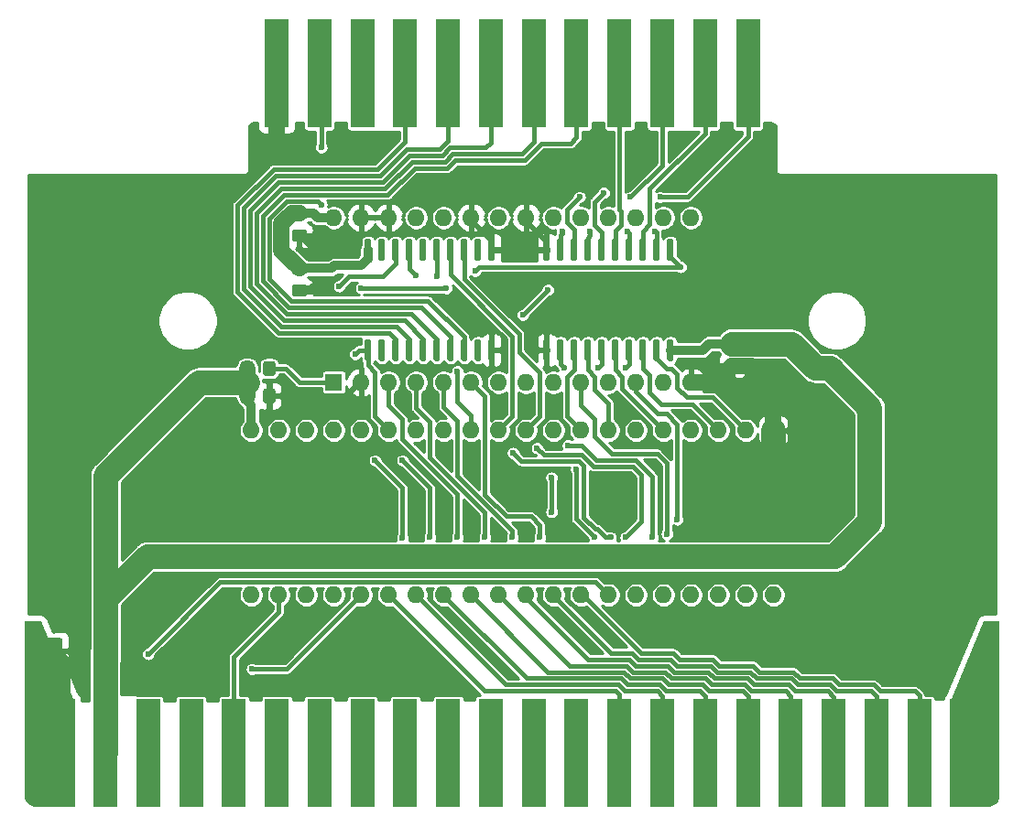
<source format=gbr>
%TF.GenerationSoftware,KiCad,Pcbnew,(5.1.9)-1*%
%TF.CreationDate,2021-06-11T00:57:41-04:00*%
%TF.ProjectId,IEEE488-VIE,49454545-3438-4382-9d56-49452e6b6963,rev?*%
%TF.SameCoordinates,Original*%
%TF.FileFunction,Copper,L1,Top*%
%TF.FilePolarity,Positive*%
%FSLAX46Y46*%
G04 Gerber Fmt 4.6, Leading zero omitted, Abs format (unit mm)*
G04 Created by KiCad (PCBNEW (5.1.9)-1) date 2021-06-11 00:57:41*
%MOMM*%
%LPD*%
G01*
G04 APERTURE LIST*
%TA.AperFunction,EtchedComponent*%
%ADD10C,0.100000*%
%TD*%
%TA.AperFunction,ConnectorPad*%
%ADD11R,2.250000X10.000000*%
%TD*%
%TA.AperFunction,ConnectorPad*%
%ADD12C,0.100000*%
%TD*%
%TA.AperFunction,ComponentPad*%
%ADD13R,1.600000X1.600000*%
%TD*%
%TA.AperFunction,ComponentPad*%
%ADD14O,1.600000X1.600000*%
%TD*%
%TA.AperFunction,ViaPad*%
%ADD15C,0.600000*%
%TD*%
%TA.AperFunction,ViaPad*%
%ADD16C,1.000000*%
%TD*%
%TA.AperFunction,Conductor*%
%ADD17C,0.388000*%
%TD*%
%TA.AperFunction,Conductor*%
%ADD18C,0.880000*%
%TD*%
%TA.AperFunction,Conductor*%
%ADD19C,1.488000*%
%TD*%
%TA.AperFunction,Conductor*%
%ADD20C,0.488000*%
%TD*%
%TA.AperFunction,Conductor*%
%ADD21C,2.250000*%
%TD*%
%TA.AperFunction,Conductor*%
%ADD22C,0.288000*%
%TD*%
%TA.AperFunction,Conductor*%
%ADD23C,0.238000*%
%TD*%
%TA.AperFunction,Conductor*%
%ADD24C,0.100000*%
%TD*%
G04 APERTURE END LIST*
D10*
%TO.C,X1*%
G36*
X106252120Y-123669000D02*
G01*
X105553620Y-123669000D01*
X105109120Y-123415000D01*
X104855120Y-122970500D01*
X104855120Y-122716500D01*
X104855120Y-106587500D01*
X106252120Y-106587500D01*
X106252120Y-123669000D01*
G37*
X106252120Y-123669000D02*
X105553620Y-123669000D01*
X105109120Y-123415000D01*
X104855120Y-122970500D01*
X104855120Y-122716500D01*
X104855120Y-106587500D01*
X106252120Y-106587500D01*
X106252120Y-123669000D01*
%TD*%
D11*
%TO.P,X1,2*%
%TO.N,/CD0*%
X187480000Y-118740000D03*
%TO.P,X1,3*%
%TO.N,/CD1*%
X183520000Y-118740000D03*
%TO.P,X1,4*%
%TO.N,/CD2*%
X179560000Y-118740000D03*
%TO.P,X1,5*%
%TO.N,/CD3*%
X175600000Y-118740000D03*
%TO.P,X1,6*%
%TO.N,/CD4*%
X171640000Y-118740000D03*
%TO.P,X1,7*%
%TO.N,/CD5*%
X167680000Y-118740000D03*
%TO.P,X1,8*%
%TO.N,/CD6*%
X163720000Y-118740000D03*
%TO.P,X1,9*%
%TO.N,/CD7*%
X159760000Y-118740000D03*
%TO.P,X1,10*%
%TO.N,Net-(X1-Pad10)*%
X155800000Y-118740000D03*
%TO.P,X1,11*%
%TO.N,Net-(X1-Pad11)*%
X151840000Y-118740000D03*
%TO.P,X1,12*%
%TO.N,Net-(X1-Pad12)*%
X147880000Y-118740000D03*
%TO.P,X1,13*%
%TO.N,Net-(X1-Pad13)*%
X143920000Y-118740000D03*
%TO.P,X1,14*%
%TO.N,Net-(X1-Pad14)*%
X139960000Y-118740000D03*
%TO.P,X1,15*%
%TO.N,Net-(X1-Pad15)*%
X136000000Y-118740000D03*
%TO.P,X1,16*%
%TO.N,Net-(X1-Pad16)*%
X132040000Y-118740000D03*
%TO.P,X1,17*%
%TO.N,Net-(X1-Pad17)*%
X128080000Y-118740000D03*
%TO.P,X1,18*%
%TO.N,/CR~W*%
X124120000Y-118740000D03*
%TO.P,X1,19*%
%TO.N,/~IRQ*%
X120160000Y-118740000D03*
%TO.P,X1,20*%
%TO.N,Net-(X1-Pad20)*%
X116200000Y-118740000D03*
%TO.P,X1,21*%
%TO.N,+5V*%
X112240000Y-118740000D03*
%TA.AperFunction,ConnectorPad*%
D12*
%TO.P,X1,1*%
%TO.N,GND*%
G36*
X194869755Y-106538461D02*
G01*
X194879134Y-106541306D01*
X194887779Y-106545927D01*
X194895355Y-106552145D01*
X194901573Y-106559721D01*
X194906194Y-106568366D01*
X194909039Y-106577745D01*
X194910000Y-106587500D01*
X194910000Y-122716500D01*
X194909961Y-122718467D01*
X194899961Y-122972467D01*
X194898618Y-122982176D01*
X194894233Y-122993811D01*
X194694233Y-123373311D01*
X194688836Y-123381493D01*
X194680219Y-123389835D01*
X194390219Y-123609835D01*
X194381867Y-123614965D01*
X194375425Y-123617561D01*
X194005425Y-123737561D01*
X193995850Y-123739657D01*
X193990000Y-123740000D01*
X190315000Y-123740000D01*
X190315000Y-113740000D01*
X190454164Y-113740000D01*
X193416788Y-106568410D01*
X193421400Y-106559761D01*
X193427611Y-106552178D01*
X193435182Y-106545953D01*
X193443822Y-106541324D01*
X193453199Y-106538470D01*
X193463000Y-106537500D01*
X194860000Y-106537500D01*
X194869755Y-106538461D01*
G37*
%TD.AperFunction*%
%TA.AperFunction,ConnectorPad*%
%TO.P,X1,22*%
G36*
X105720245Y-123739039D02*
G01*
X105714575Y-123737561D01*
X105344575Y-123617561D01*
X105335592Y-123613638D01*
X105329781Y-123609835D01*
X105039781Y-123389835D01*
X105032590Y-123383174D01*
X105025767Y-123373311D01*
X104825767Y-122993811D01*
X104822069Y-122984734D01*
X104820039Y-122972467D01*
X104810039Y-122718467D01*
X104810000Y-122716500D01*
X104810000Y-106587500D01*
X104810961Y-106577745D01*
X104813806Y-106568366D01*
X104818427Y-106559721D01*
X104824645Y-106552145D01*
X104832221Y-106545927D01*
X104840866Y-106541306D01*
X104850245Y-106538461D01*
X104860000Y-106537500D01*
X106257000Y-106537500D01*
X106266755Y-106538461D01*
X106276134Y-106541306D01*
X106284779Y-106545927D01*
X106292355Y-106552145D01*
X106298573Y-106559721D01*
X106303212Y-106568410D01*
X109265836Y-113740000D01*
X109405000Y-113740000D01*
X109405000Y-123740000D01*
X105730000Y-123740000D01*
X105720245Y-123739039D01*
G37*
%TD.AperFunction*%
%TD*%
D11*
%TO.P,MEDGE1,1*%
%TO.N,/ED0*%
X171640000Y-55880000D03*
%TO.P,MEDGE1,2*%
%TO.N,/ED1*%
X167680000Y-55880000D03*
%TO.P,MEDGE1,3*%
%TO.N,/ED2*%
X163720000Y-55880000D03*
%TO.P,MEDGE1,4*%
%TO.N,/ED3*%
X159760000Y-55880000D03*
%TO.P,MEDGE1,5*%
%TO.N,/EOI*%
X155800000Y-55880000D03*
%TO.P,MEDGE1,6*%
%TO.N,/DAV*%
X151840000Y-55880000D03*
%TO.P,MEDGE1,7*%
%TO.N,/NRFD*%
X147880000Y-55880000D03*
%TO.P,MEDGE1,8*%
%TO.N,/NDAC*%
X143920000Y-55880000D03*
%TO.P,MEDGE1,9*%
%TO.N,/IFC*%
X139960000Y-55880000D03*
%TO.P,MEDGE1,10*%
%TO.N,/~SRQ~IN*%
X136000000Y-55880000D03*
%TO.P,MEDGE1,11*%
%TO.N,/ATN*%
X132040000Y-55880000D03*
%TO.P,MEDGE1,12*%
%TO.N,GND*%
X128080000Y-55880000D03*
%TD*%
%TO.P,R1,1*%
%TO.N,+5V*%
%TA.AperFunction,SMDPad,CuDef*%
G36*
G01*
X124765000Y-83635001D02*
X124765000Y-82734999D01*
G75*
G02*
X125014999Y-82485000I249999J0D01*
G01*
X125665001Y-82485000D01*
G75*
G02*
X125915000Y-82734999I0J-249999D01*
G01*
X125915000Y-83635001D01*
G75*
G02*
X125665001Y-83885000I-249999J0D01*
G01*
X125014999Y-83885000D01*
G75*
G02*
X124765000Y-83635001I0J249999D01*
G01*
G37*
%TD.AperFunction*%
%TO.P,R1,2*%
%TO.N,/PULLHI*%
%TA.AperFunction,SMDPad,CuDef*%
G36*
G01*
X126815000Y-83635001D02*
X126815000Y-82734999D01*
G75*
G02*
X127064999Y-82485000I249999J0D01*
G01*
X127715001Y-82485000D01*
G75*
G02*
X127965000Y-82734999I0J-249999D01*
G01*
X127965000Y-83635001D01*
G75*
G02*
X127715001Y-83885000I-249999J0D01*
G01*
X127064999Y-83885000D01*
G75*
G02*
X126815000Y-83635001I0J249999D01*
G01*
G37*
%TD.AperFunction*%
%TD*%
D13*
%TO.P,U1,1*%
%TO.N,/PULLHI*%
X133350000Y-84455000D03*
D14*
%TO.P,U1,15*%
%TO.N,/CD3*%
X166370000Y-69215000D03*
%TO.P,U1,2*%
%TO.N,GND*%
X135890000Y-84455000D03*
%TO.P,U1,16*%
%TO.N,/CD4*%
X163830000Y-69215000D03*
%TO.P,U1,3*%
%TO.N,/CA7*%
X138430000Y-84455000D03*
%TO.P,U1,17*%
%TO.N,/CD5*%
X161290000Y-69215000D03*
%TO.P,U1,4*%
%TO.N,/CA6*%
X140970000Y-84455000D03*
%TO.P,U1,18*%
%TO.N,/CD6*%
X158750000Y-69215000D03*
%TO.P,U1,5*%
%TO.N,/CA5*%
X143510000Y-84455000D03*
%TO.P,U1,19*%
%TO.N,/CD7*%
X156210000Y-69215000D03*
%TO.P,U1,6*%
%TO.N,/CA4*%
X146050000Y-84455000D03*
%TO.P,U1,20*%
%TO.N,/~IO3*%
X153670000Y-69215000D03*
%TO.P,U1,7*%
%TO.N,/CA3*%
X148590000Y-84455000D03*
%TO.P,U1,21*%
%TO.N,GND*%
X151130000Y-69215000D03*
%TO.P,U1,8*%
%TO.N,/CA2*%
X151130000Y-84455000D03*
%TO.P,U1,22*%
%TO.N,/~IO3*%
X148590000Y-69215000D03*
%TO.P,U1,9*%
%TO.N,/CA1*%
X153670000Y-84455000D03*
%TO.P,U1,23*%
%TO.N,GND*%
X146050000Y-69215000D03*
%TO.P,U1,10*%
%TO.N,/CA0*%
X156210000Y-84455000D03*
%TO.P,U1,24*%
%TO.N,/CA9*%
X143510000Y-69215000D03*
%TO.P,U1,11*%
%TO.N,/CD0*%
X158750000Y-84455000D03*
%TO.P,U1,25*%
%TO.N,/CA8*%
X140970000Y-69215000D03*
%TO.P,U1,12*%
%TO.N,/CD1*%
X161290000Y-84455000D03*
%TO.P,U1,26*%
%TO.N,GND*%
X138430000Y-69215000D03*
%TO.P,U1,13*%
%TO.N,/CD2*%
X163830000Y-84455000D03*
%TO.P,U1,27*%
%TO.N,GND*%
X135890000Y-69215000D03*
%TO.P,U1,14*%
X166370000Y-84455000D03*
%TO.P,U1,28*%
%TO.N,+5V*%
X133350000Y-69215000D03*
%TD*%
D13*
%TO.P,U2,1*%
%TO.N,GND*%
X173990000Y-88900000D03*
D14*
%TO.P,U2,21*%
%TO.N,/F~IRQ*%
X125730000Y-104140000D03*
%TO.P,U2,2*%
%TO.N,/PA0*%
X171450000Y-88900000D03*
%TO.P,U2,22*%
%TO.N,/CR~W*%
X128270000Y-104140000D03*
%TO.P,U2,3*%
%TO.N,/PA1*%
X168910000Y-88900000D03*
%TO.P,U2,23*%
%TO.N,/~IO2*%
X130810000Y-104140000D03*
%TO.P,U2,4*%
%TO.N,/PA2*%
X166370000Y-88900000D03*
%TO.P,U2,24*%
%TO.N,/PULLHI*%
X133350000Y-104140000D03*
%TO.P,U2,5*%
%TO.N,/PA3*%
X163830000Y-88900000D03*
%TO.P,U2,25*%
%TO.N,/SPhi2*%
X135890000Y-104140000D03*
%TO.P,U2,6*%
%TO.N,/PA4*%
X161290000Y-88900000D03*
%TO.P,U2,26*%
%TO.N,/CD7*%
X138430000Y-104140000D03*
%TO.P,U2,7*%
%TO.N,/PA5*%
X158750000Y-88900000D03*
%TO.P,U2,27*%
%TO.N,/CD6*%
X140970000Y-104140000D03*
%TO.P,U2,8*%
%TO.N,/PA6*%
X156210000Y-88900000D03*
%TO.P,U2,28*%
%TO.N,/CD5*%
X143510000Y-104140000D03*
%TO.P,U2,9*%
%TO.N,/PA7*%
X153670000Y-88900000D03*
%TO.P,U2,29*%
%TO.N,/CD4*%
X146050000Y-104140000D03*
%TO.P,U2,10*%
%TO.N,/TATN*%
X151130000Y-88900000D03*
%TO.P,U2,30*%
%TO.N,/CD3*%
X148590000Y-104140000D03*
%TO.P,U2,11*%
%TO.N,/TEOI*%
X148590000Y-88900000D03*
%TO.P,U2,31*%
%TO.N,/CD2*%
X151130000Y-104140000D03*
%TO.P,U2,12*%
%TO.N,/TDAV*%
X146050000Y-88900000D03*
%TO.P,U2,32*%
%TO.N,/CD1*%
X153670000Y-104140000D03*
%TO.P,U2,13*%
%TO.N,/TNDAC*%
X143510000Y-88900000D03*
%TO.P,U2,33*%
%TO.N,/CD0*%
X156210000Y-104140000D03*
%TO.P,U2,14*%
%TO.N,/TRFD*%
X140970000Y-88900000D03*
%TO.P,U2,34*%
%TO.N,/~RESET*%
X158750000Y-104140000D03*
%TO.P,U2,15*%
%TO.N,/TE*%
X138430000Y-88900000D03*
%TO.P,U2,35*%
%TO.N,/CA3*%
X161290000Y-104140000D03*
%TO.P,U2,16*%
%TO.N,/FPB6*%
X135890000Y-88900000D03*
%TO.P,U2,36*%
%TO.N,/CA2*%
X163830000Y-104140000D03*
%TO.P,U2,17*%
%TO.N,/FPB7*%
X133350000Y-88900000D03*
%TO.P,U2,37*%
%TO.N,/CA1*%
X166370000Y-104140000D03*
%TO.P,U2,18*%
%TO.N,/FCB1*%
X130810000Y-88900000D03*
%TO.P,U2,38*%
%TO.N,/CA0*%
X168910000Y-104140000D03*
%TO.P,U2,19*%
%TO.N,/FCB2*%
X128270000Y-88900000D03*
%TO.P,U2,39*%
%TO.N,/FCA2*%
X171450000Y-104140000D03*
%TO.P,U2,20*%
%TO.N,+5V*%
X125730000Y-88900000D03*
%TO.P,U2,40*%
%TO.N,/FCA1*%
X173990000Y-104140000D03*
%TD*%
%TO.P,U3,1*%
%TO.N,/TE*%
%TA.AperFunction,SMDPad,CuDef*%
G36*
G01*
X164315000Y-71160000D02*
X164615000Y-71160000D01*
G75*
G02*
X164765000Y-71310000I0J-150000D01*
G01*
X164765000Y-73060000D01*
G75*
G02*
X164615000Y-73210000I-150000J0D01*
G01*
X164315000Y-73210000D01*
G75*
G02*
X164165000Y-73060000I0J150000D01*
G01*
X164165000Y-71310000D01*
G75*
G02*
X164315000Y-71160000I150000J0D01*
G01*
G37*
%TD.AperFunction*%
%TO.P,U3,2*%
%TO.N,/ED0*%
%TA.AperFunction,SMDPad,CuDef*%
G36*
G01*
X163045000Y-71160000D02*
X163345000Y-71160000D01*
G75*
G02*
X163495000Y-71310000I0J-150000D01*
G01*
X163495000Y-73060000D01*
G75*
G02*
X163345000Y-73210000I-150000J0D01*
G01*
X163045000Y-73210000D01*
G75*
G02*
X162895000Y-73060000I0J150000D01*
G01*
X162895000Y-71310000D01*
G75*
G02*
X163045000Y-71160000I150000J0D01*
G01*
G37*
%TD.AperFunction*%
%TO.P,U3,3*%
%TO.N,/ED1*%
%TA.AperFunction,SMDPad,CuDef*%
G36*
G01*
X161775000Y-71160000D02*
X162075000Y-71160000D01*
G75*
G02*
X162225000Y-71310000I0J-150000D01*
G01*
X162225000Y-73060000D01*
G75*
G02*
X162075000Y-73210000I-150000J0D01*
G01*
X161775000Y-73210000D01*
G75*
G02*
X161625000Y-73060000I0J150000D01*
G01*
X161625000Y-71310000D01*
G75*
G02*
X161775000Y-71160000I150000J0D01*
G01*
G37*
%TD.AperFunction*%
%TO.P,U3,4*%
%TO.N,/ED2*%
%TA.AperFunction,SMDPad,CuDef*%
G36*
G01*
X160505000Y-71160000D02*
X160805000Y-71160000D01*
G75*
G02*
X160955000Y-71310000I0J-150000D01*
G01*
X160955000Y-73060000D01*
G75*
G02*
X160805000Y-73210000I-150000J0D01*
G01*
X160505000Y-73210000D01*
G75*
G02*
X160355000Y-73060000I0J150000D01*
G01*
X160355000Y-71310000D01*
G75*
G02*
X160505000Y-71160000I150000J0D01*
G01*
G37*
%TD.AperFunction*%
%TO.P,U3,5*%
%TO.N,/ED3*%
%TA.AperFunction,SMDPad,CuDef*%
G36*
G01*
X159235000Y-71160000D02*
X159535000Y-71160000D01*
G75*
G02*
X159685000Y-71310000I0J-150000D01*
G01*
X159685000Y-73060000D01*
G75*
G02*
X159535000Y-73210000I-150000J0D01*
G01*
X159235000Y-73210000D01*
G75*
G02*
X159085000Y-73060000I0J150000D01*
G01*
X159085000Y-71310000D01*
G75*
G02*
X159235000Y-71160000I150000J0D01*
G01*
G37*
%TD.AperFunction*%
%TO.P,U3,6*%
%TO.N,/ED4*%
%TA.AperFunction,SMDPad,CuDef*%
G36*
G01*
X157965000Y-71160000D02*
X158265000Y-71160000D01*
G75*
G02*
X158415000Y-71310000I0J-150000D01*
G01*
X158415000Y-73060000D01*
G75*
G02*
X158265000Y-73210000I-150000J0D01*
G01*
X157965000Y-73210000D01*
G75*
G02*
X157815000Y-73060000I0J150000D01*
G01*
X157815000Y-71310000D01*
G75*
G02*
X157965000Y-71160000I150000J0D01*
G01*
G37*
%TD.AperFunction*%
%TO.P,U3,7*%
%TO.N,/ED5*%
%TA.AperFunction,SMDPad,CuDef*%
G36*
G01*
X156695000Y-71160000D02*
X156995000Y-71160000D01*
G75*
G02*
X157145000Y-71310000I0J-150000D01*
G01*
X157145000Y-73060000D01*
G75*
G02*
X156995000Y-73210000I-150000J0D01*
G01*
X156695000Y-73210000D01*
G75*
G02*
X156545000Y-73060000I0J150000D01*
G01*
X156545000Y-71310000D01*
G75*
G02*
X156695000Y-71160000I150000J0D01*
G01*
G37*
%TD.AperFunction*%
%TO.P,U3,8*%
%TO.N,/ED6*%
%TA.AperFunction,SMDPad,CuDef*%
G36*
G01*
X155425000Y-71160000D02*
X155725000Y-71160000D01*
G75*
G02*
X155875000Y-71310000I0J-150000D01*
G01*
X155875000Y-73060000D01*
G75*
G02*
X155725000Y-73210000I-150000J0D01*
G01*
X155425000Y-73210000D01*
G75*
G02*
X155275000Y-73060000I0J150000D01*
G01*
X155275000Y-71310000D01*
G75*
G02*
X155425000Y-71160000I150000J0D01*
G01*
G37*
%TD.AperFunction*%
%TO.P,U3,9*%
%TO.N,/ED7*%
%TA.AperFunction,SMDPad,CuDef*%
G36*
G01*
X154155000Y-71160000D02*
X154455000Y-71160000D01*
G75*
G02*
X154605000Y-71310000I0J-150000D01*
G01*
X154605000Y-73060000D01*
G75*
G02*
X154455000Y-73210000I-150000J0D01*
G01*
X154155000Y-73210000D01*
G75*
G02*
X154005000Y-73060000I0J150000D01*
G01*
X154005000Y-71310000D01*
G75*
G02*
X154155000Y-71160000I150000J0D01*
G01*
G37*
%TD.AperFunction*%
%TO.P,U3,10*%
%TO.N,GND*%
%TA.AperFunction,SMDPad,CuDef*%
G36*
G01*
X152885000Y-71160000D02*
X153185000Y-71160000D01*
G75*
G02*
X153335000Y-71310000I0J-150000D01*
G01*
X153335000Y-73060000D01*
G75*
G02*
X153185000Y-73210000I-150000J0D01*
G01*
X152885000Y-73210000D01*
G75*
G02*
X152735000Y-73060000I0J150000D01*
G01*
X152735000Y-71310000D01*
G75*
G02*
X152885000Y-71160000I150000J0D01*
G01*
G37*
%TD.AperFunction*%
%TO.P,U3,11*%
%TA.AperFunction,SMDPad,CuDef*%
G36*
G01*
X152885000Y-80460000D02*
X153185000Y-80460000D01*
G75*
G02*
X153335000Y-80610000I0J-150000D01*
G01*
X153335000Y-82360000D01*
G75*
G02*
X153185000Y-82510000I-150000J0D01*
G01*
X152885000Y-82510000D01*
G75*
G02*
X152735000Y-82360000I0J150000D01*
G01*
X152735000Y-80610000D01*
G75*
G02*
X152885000Y-80460000I150000J0D01*
G01*
G37*
%TD.AperFunction*%
%TO.P,U3,12*%
%TO.N,/PA7*%
%TA.AperFunction,SMDPad,CuDef*%
G36*
G01*
X154155000Y-80460000D02*
X154455000Y-80460000D01*
G75*
G02*
X154605000Y-80610000I0J-150000D01*
G01*
X154605000Y-82360000D01*
G75*
G02*
X154455000Y-82510000I-150000J0D01*
G01*
X154155000Y-82510000D01*
G75*
G02*
X154005000Y-82360000I0J150000D01*
G01*
X154005000Y-80610000D01*
G75*
G02*
X154155000Y-80460000I150000J0D01*
G01*
G37*
%TD.AperFunction*%
%TO.P,U3,13*%
%TO.N,/PA6*%
%TA.AperFunction,SMDPad,CuDef*%
G36*
G01*
X155425000Y-80460000D02*
X155725000Y-80460000D01*
G75*
G02*
X155875000Y-80610000I0J-150000D01*
G01*
X155875000Y-82360000D01*
G75*
G02*
X155725000Y-82510000I-150000J0D01*
G01*
X155425000Y-82510000D01*
G75*
G02*
X155275000Y-82360000I0J150000D01*
G01*
X155275000Y-80610000D01*
G75*
G02*
X155425000Y-80460000I150000J0D01*
G01*
G37*
%TD.AperFunction*%
%TO.P,U3,14*%
%TO.N,/PA5*%
%TA.AperFunction,SMDPad,CuDef*%
G36*
G01*
X156695000Y-80460000D02*
X156995000Y-80460000D01*
G75*
G02*
X157145000Y-80610000I0J-150000D01*
G01*
X157145000Y-82360000D01*
G75*
G02*
X156995000Y-82510000I-150000J0D01*
G01*
X156695000Y-82510000D01*
G75*
G02*
X156545000Y-82360000I0J150000D01*
G01*
X156545000Y-80610000D01*
G75*
G02*
X156695000Y-80460000I150000J0D01*
G01*
G37*
%TD.AperFunction*%
%TO.P,U3,15*%
%TO.N,/PA4*%
%TA.AperFunction,SMDPad,CuDef*%
G36*
G01*
X157965000Y-80460000D02*
X158265000Y-80460000D01*
G75*
G02*
X158415000Y-80610000I0J-150000D01*
G01*
X158415000Y-82360000D01*
G75*
G02*
X158265000Y-82510000I-150000J0D01*
G01*
X157965000Y-82510000D01*
G75*
G02*
X157815000Y-82360000I0J150000D01*
G01*
X157815000Y-80610000D01*
G75*
G02*
X157965000Y-80460000I150000J0D01*
G01*
G37*
%TD.AperFunction*%
%TO.P,U3,16*%
%TO.N,/PA3*%
%TA.AperFunction,SMDPad,CuDef*%
G36*
G01*
X159235000Y-80460000D02*
X159535000Y-80460000D01*
G75*
G02*
X159685000Y-80610000I0J-150000D01*
G01*
X159685000Y-82360000D01*
G75*
G02*
X159535000Y-82510000I-150000J0D01*
G01*
X159235000Y-82510000D01*
G75*
G02*
X159085000Y-82360000I0J150000D01*
G01*
X159085000Y-80610000D01*
G75*
G02*
X159235000Y-80460000I150000J0D01*
G01*
G37*
%TD.AperFunction*%
%TO.P,U3,17*%
%TO.N,/PA2*%
%TA.AperFunction,SMDPad,CuDef*%
G36*
G01*
X160505000Y-80460000D02*
X160805000Y-80460000D01*
G75*
G02*
X160955000Y-80610000I0J-150000D01*
G01*
X160955000Y-82360000D01*
G75*
G02*
X160805000Y-82510000I-150000J0D01*
G01*
X160505000Y-82510000D01*
G75*
G02*
X160355000Y-82360000I0J150000D01*
G01*
X160355000Y-80610000D01*
G75*
G02*
X160505000Y-80460000I150000J0D01*
G01*
G37*
%TD.AperFunction*%
%TO.P,U3,18*%
%TO.N,/PA1*%
%TA.AperFunction,SMDPad,CuDef*%
G36*
G01*
X161775000Y-80460000D02*
X162075000Y-80460000D01*
G75*
G02*
X162225000Y-80610000I0J-150000D01*
G01*
X162225000Y-82360000D01*
G75*
G02*
X162075000Y-82510000I-150000J0D01*
G01*
X161775000Y-82510000D01*
G75*
G02*
X161625000Y-82360000I0J150000D01*
G01*
X161625000Y-80610000D01*
G75*
G02*
X161775000Y-80460000I150000J0D01*
G01*
G37*
%TD.AperFunction*%
%TO.P,U3,19*%
%TO.N,/PA0*%
%TA.AperFunction,SMDPad,CuDef*%
G36*
G01*
X163045000Y-80460000D02*
X163345000Y-80460000D01*
G75*
G02*
X163495000Y-80610000I0J-150000D01*
G01*
X163495000Y-82360000D01*
G75*
G02*
X163345000Y-82510000I-150000J0D01*
G01*
X163045000Y-82510000D01*
G75*
G02*
X162895000Y-82360000I0J150000D01*
G01*
X162895000Y-80610000D01*
G75*
G02*
X163045000Y-80460000I150000J0D01*
G01*
G37*
%TD.AperFunction*%
%TO.P,U3,20*%
%TO.N,+5V*%
%TA.AperFunction,SMDPad,CuDef*%
G36*
G01*
X164315000Y-80460000D02*
X164615000Y-80460000D01*
G75*
G02*
X164765000Y-80610000I0J-150000D01*
G01*
X164765000Y-82360000D01*
G75*
G02*
X164615000Y-82510000I-150000J0D01*
G01*
X164315000Y-82510000D01*
G75*
G02*
X164165000Y-82360000I0J150000D01*
G01*
X164165000Y-80610000D01*
G75*
G02*
X164315000Y-80460000I150000J0D01*
G01*
G37*
%TD.AperFunction*%
%TD*%
%TO.P,U4,20*%
%TO.N,+5V*%
%TA.AperFunction,SMDPad,CuDef*%
G36*
G01*
X136675000Y-73210000D02*
X136375000Y-73210000D01*
G75*
G02*
X136225000Y-73060000I0J150000D01*
G01*
X136225000Y-71310000D01*
G75*
G02*
X136375000Y-71160000I150000J0D01*
G01*
X136675000Y-71160000D01*
G75*
G02*
X136825000Y-71310000I0J-150000D01*
G01*
X136825000Y-73060000D01*
G75*
G02*
X136675000Y-73210000I-150000J0D01*
G01*
G37*
%TD.AperFunction*%
%TO.P,U4,19*%
%TO.N,/TREN*%
%TA.AperFunction,SMDPad,CuDef*%
G36*
G01*
X137945000Y-73210000D02*
X137645000Y-73210000D01*
G75*
G02*
X137495000Y-73060000I0J150000D01*
G01*
X137495000Y-71310000D01*
G75*
G02*
X137645000Y-71160000I150000J0D01*
G01*
X137945000Y-71160000D01*
G75*
G02*
X138095000Y-71310000I0J-150000D01*
G01*
X138095000Y-73060000D01*
G75*
G02*
X137945000Y-73210000I-150000J0D01*
G01*
G37*
%TD.AperFunction*%
%TO.P,U4,18*%
%TO.N,/~RESET*%
%TA.AperFunction,SMDPad,CuDef*%
G36*
G01*
X139215000Y-73210000D02*
X138915000Y-73210000D01*
G75*
G02*
X138765000Y-73060000I0J150000D01*
G01*
X138765000Y-71310000D01*
G75*
G02*
X138915000Y-71160000I150000J0D01*
G01*
X139215000Y-71160000D01*
G75*
G02*
X139365000Y-71310000I0J-150000D01*
G01*
X139365000Y-73060000D01*
G75*
G02*
X139215000Y-73210000I-150000J0D01*
G01*
G37*
%TD.AperFunction*%
%TO.P,U4,17*%
%TO.N,/TNDAC*%
%TA.AperFunction,SMDPad,CuDef*%
G36*
G01*
X140485000Y-73210000D02*
X140185000Y-73210000D01*
G75*
G02*
X140035000Y-73060000I0J150000D01*
G01*
X140035000Y-71310000D01*
G75*
G02*
X140185000Y-71160000I150000J0D01*
G01*
X140485000Y-71160000D01*
G75*
G02*
X140635000Y-71310000I0J-150000D01*
G01*
X140635000Y-73060000D01*
G75*
G02*
X140485000Y-73210000I-150000J0D01*
G01*
G37*
%TD.AperFunction*%
%TO.P,U4,16*%
%TO.N,/TNRFD*%
%TA.AperFunction,SMDPad,CuDef*%
G36*
G01*
X141755000Y-73210000D02*
X141455000Y-73210000D01*
G75*
G02*
X141305000Y-73060000I0J150000D01*
G01*
X141305000Y-71310000D01*
G75*
G02*
X141455000Y-71160000I150000J0D01*
G01*
X141755000Y-71160000D01*
G75*
G02*
X141905000Y-71310000I0J-150000D01*
G01*
X141905000Y-73060000D01*
G75*
G02*
X141755000Y-73210000I-150000J0D01*
G01*
G37*
%TD.AperFunction*%
%TO.P,U4,15*%
%TO.N,/TDAV*%
%TA.AperFunction,SMDPad,CuDef*%
G36*
G01*
X143025000Y-73210000D02*
X142725000Y-73210000D01*
G75*
G02*
X142575000Y-73060000I0J150000D01*
G01*
X142575000Y-71310000D01*
G75*
G02*
X142725000Y-71160000I150000J0D01*
G01*
X143025000Y-71160000D01*
G75*
G02*
X143175000Y-71310000I0J-150000D01*
G01*
X143175000Y-73060000D01*
G75*
G02*
X143025000Y-73210000I-150000J0D01*
G01*
G37*
%TD.AperFunction*%
%TO.P,U4,14*%
%TO.N,/TEOI*%
%TA.AperFunction,SMDPad,CuDef*%
G36*
G01*
X144295000Y-73210000D02*
X143995000Y-73210000D01*
G75*
G02*
X143845000Y-73060000I0J150000D01*
G01*
X143845000Y-71310000D01*
G75*
G02*
X143995000Y-71160000I150000J0D01*
G01*
X144295000Y-71160000D01*
G75*
G02*
X144445000Y-71310000I0J-150000D01*
G01*
X144445000Y-73060000D01*
G75*
G02*
X144295000Y-73210000I-150000J0D01*
G01*
G37*
%TD.AperFunction*%
%TO.P,U4,13*%
%TO.N,/TATN*%
%TA.AperFunction,SMDPad,CuDef*%
G36*
G01*
X145565000Y-73210000D02*
X145265000Y-73210000D01*
G75*
G02*
X145115000Y-73060000I0J150000D01*
G01*
X145115000Y-71310000D01*
G75*
G02*
X145265000Y-71160000I150000J0D01*
G01*
X145565000Y-71160000D01*
G75*
G02*
X145715000Y-71310000I0J-150000D01*
G01*
X145715000Y-73060000D01*
G75*
G02*
X145565000Y-73210000I-150000J0D01*
G01*
G37*
%TD.AperFunction*%
%TO.P,U4,12*%
%TO.N,/TSRQ*%
%TA.AperFunction,SMDPad,CuDef*%
G36*
G01*
X146835000Y-73210000D02*
X146535000Y-73210000D01*
G75*
G02*
X146385000Y-73060000I0J150000D01*
G01*
X146385000Y-71310000D01*
G75*
G02*
X146535000Y-71160000I150000J0D01*
G01*
X146835000Y-71160000D01*
G75*
G02*
X146985000Y-71310000I0J-150000D01*
G01*
X146985000Y-73060000D01*
G75*
G02*
X146835000Y-73210000I-150000J0D01*
G01*
G37*
%TD.AperFunction*%
%TO.P,U4,11*%
%TO.N,GND*%
%TA.AperFunction,SMDPad,CuDef*%
G36*
G01*
X148105000Y-73210000D02*
X147805000Y-73210000D01*
G75*
G02*
X147655000Y-73060000I0J150000D01*
G01*
X147655000Y-71310000D01*
G75*
G02*
X147805000Y-71160000I150000J0D01*
G01*
X148105000Y-71160000D01*
G75*
G02*
X148255000Y-71310000I0J-150000D01*
G01*
X148255000Y-73060000D01*
G75*
G02*
X148105000Y-73210000I-150000J0D01*
G01*
G37*
%TD.AperFunction*%
%TO.P,U4,10*%
%TA.AperFunction,SMDPad,CuDef*%
G36*
G01*
X148105000Y-82510000D02*
X147805000Y-82510000D01*
G75*
G02*
X147655000Y-82360000I0J150000D01*
G01*
X147655000Y-80610000D01*
G75*
G02*
X147805000Y-80460000I150000J0D01*
G01*
X148105000Y-80460000D01*
G75*
G02*
X148255000Y-80610000I0J-150000D01*
G01*
X148255000Y-82360000D01*
G75*
G02*
X148105000Y-82510000I-150000J0D01*
G01*
G37*
%TD.AperFunction*%
%TO.P,U4,9*%
%TO.N,/SRQ*%
%TA.AperFunction,SMDPad,CuDef*%
G36*
G01*
X146835000Y-82510000D02*
X146535000Y-82510000D01*
G75*
G02*
X146385000Y-82360000I0J150000D01*
G01*
X146385000Y-80610000D01*
G75*
G02*
X146535000Y-80460000I150000J0D01*
G01*
X146835000Y-80460000D01*
G75*
G02*
X146985000Y-80610000I0J-150000D01*
G01*
X146985000Y-82360000D01*
G75*
G02*
X146835000Y-82510000I-150000J0D01*
G01*
G37*
%TD.AperFunction*%
%TO.P,U4,8*%
%TO.N,/ATN*%
%TA.AperFunction,SMDPad,CuDef*%
G36*
G01*
X145565000Y-82510000D02*
X145265000Y-82510000D01*
G75*
G02*
X145115000Y-82360000I0J150000D01*
G01*
X145115000Y-80610000D01*
G75*
G02*
X145265000Y-80460000I150000J0D01*
G01*
X145565000Y-80460000D01*
G75*
G02*
X145715000Y-80610000I0J-150000D01*
G01*
X145715000Y-82360000D01*
G75*
G02*
X145565000Y-82510000I-150000J0D01*
G01*
G37*
%TD.AperFunction*%
%TO.P,U4,7*%
%TO.N,/EOI*%
%TA.AperFunction,SMDPad,CuDef*%
G36*
G01*
X144295000Y-82510000D02*
X143995000Y-82510000D01*
G75*
G02*
X143845000Y-82360000I0J150000D01*
G01*
X143845000Y-80610000D01*
G75*
G02*
X143995000Y-80460000I150000J0D01*
G01*
X144295000Y-80460000D01*
G75*
G02*
X144445000Y-80610000I0J-150000D01*
G01*
X144445000Y-82360000D01*
G75*
G02*
X144295000Y-82510000I-150000J0D01*
G01*
G37*
%TD.AperFunction*%
%TO.P,U4,6*%
%TO.N,/DAV*%
%TA.AperFunction,SMDPad,CuDef*%
G36*
G01*
X143025000Y-82510000D02*
X142725000Y-82510000D01*
G75*
G02*
X142575000Y-82360000I0J150000D01*
G01*
X142575000Y-80610000D01*
G75*
G02*
X142725000Y-80460000I150000J0D01*
G01*
X143025000Y-80460000D01*
G75*
G02*
X143175000Y-80610000I0J-150000D01*
G01*
X143175000Y-82360000D01*
G75*
G02*
X143025000Y-82510000I-150000J0D01*
G01*
G37*
%TD.AperFunction*%
%TO.P,U4,5*%
%TO.N,/NRFD*%
%TA.AperFunction,SMDPad,CuDef*%
G36*
G01*
X141755000Y-82510000D02*
X141455000Y-82510000D01*
G75*
G02*
X141305000Y-82360000I0J150000D01*
G01*
X141305000Y-80610000D01*
G75*
G02*
X141455000Y-80460000I150000J0D01*
G01*
X141755000Y-80460000D01*
G75*
G02*
X141905000Y-80610000I0J-150000D01*
G01*
X141905000Y-82360000D01*
G75*
G02*
X141755000Y-82510000I-150000J0D01*
G01*
G37*
%TD.AperFunction*%
%TO.P,U4,4*%
%TO.N,/NDAC*%
%TA.AperFunction,SMDPad,CuDef*%
G36*
G01*
X140485000Y-82510000D02*
X140185000Y-82510000D01*
G75*
G02*
X140035000Y-82360000I0J150000D01*
G01*
X140035000Y-80610000D01*
G75*
G02*
X140185000Y-80460000I150000J0D01*
G01*
X140485000Y-80460000D01*
G75*
G02*
X140635000Y-80610000I0J-150000D01*
G01*
X140635000Y-82360000D01*
G75*
G02*
X140485000Y-82510000I-150000J0D01*
G01*
G37*
%TD.AperFunction*%
%TO.P,U4,3*%
%TO.N,/IFC*%
%TA.AperFunction,SMDPad,CuDef*%
G36*
G01*
X139215000Y-82510000D02*
X138915000Y-82510000D01*
G75*
G02*
X138765000Y-82360000I0J150000D01*
G01*
X138765000Y-80610000D01*
G75*
G02*
X138915000Y-80460000I150000J0D01*
G01*
X139215000Y-80460000D01*
G75*
G02*
X139365000Y-80610000I0J-150000D01*
G01*
X139365000Y-82360000D01*
G75*
G02*
X139215000Y-82510000I-150000J0D01*
G01*
G37*
%TD.AperFunction*%
%TO.P,U4,2*%
%TO.N,/REN*%
%TA.AperFunction,SMDPad,CuDef*%
G36*
G01*
X137945000Y-82510000D02*
X137645000Y-82510000D01*
G75*
G02*
X137495000Y-82360000I0J150000D01*
G01*
X137495000Y-80610000D01*
G75*
G02*
X137645000Y-80460000I150000J0D01*
G01*
X137945000Y-80460000D01*
G75*
G02*
X138095000Y-80610000I0J-150000D01*
G01*
X138095000Y-82360000D01*
G75*
G02*
X137945000Y-82510000I-150000J0D01*
G01*
G37*
%TD.AperFunction*%
%TO.P,U4,1*%
%TO.N,/TE*%
%TA.AperFunction,SMDPad,CuDef*%
G36*
G01*
X136675000Y-82510000D02*
X136375000Y-82510000D01*
G75*
G02*
X136225000Y-82360000I0J150000D01*
G01*
X136225000Y-80610000D01*
G75*
G02*
X136375000Y-80460000I150000J0D01*
G01*
X136675000Y-80460000D01*
G75*
G02*
X136825000Y-80610000I0J-150000D01*
G01*
X136825000Y-82360000D01*
G75*
G02*
X136675000Y-82510000I-150000J0D01*
G01*
G37*
%TD.AperFunction*%
%TD*%
%TO.P,C1,1*%
%TO.N,+5V*%
%TA.AperFunction,SMDPad,CuDef*%
G36*
G01*
X113403000Y-108358499D02*
X113403000Y-110208501D01*
G75*
G02*
X113153001Y-110458500I-249999J0D01*
G01*
X111402999Y-110458500D01*
G75*
G02*
X111153000Y-110208501I0J249999D01*
G01*
X111153000Y-108358499D01*
G75*
G02*
X111402999Y-108108500I249999J0D01*
G01*
X113153001Y-108108500D01*
G75*
G02*
X113403000Y-108358499I0J-249999D01*
G01*
G37*
%TD.AperFunction*%
%TO.P,C1,2*%
%TO.N,GND*%
%TA.AperFunction,SMDPad,CuDef*%
G36*
G01*
X108303000Y-108358499D02*
X108303000Y-110208501D01*
G75*
G02*
X108053001Y-110458500I-249999J0D01*
G01*
X106302999Y-110458500D01*
G75*
G02*
X106053000Y-110208501I0J249999D01*
G01*
X106053000Y-108358499D01*
G75*
G02*
X106302999Y-108108500I249999J0D01*
G01*
X108053001Y-108108500D01*
G75*
G02*
X108303000Y-108358499I0J-249999D01*
G01*
G37*
%TD.AperFunction*%
%TD*%
%TO.P,C2,1*%
%TO.N,+5V*%
%TA.AperFunction,SMDPad,CuDef*%
G36*
G01*
X124765000Y-86175001D02*
X124765000Y-85274999D01*
G75*
G02*
X125014999Y-85025000I249999J0D01*
G01*
X125665001Y-85025000D01*
G75*
G02*
X125915000Y-85274999I0J-249999D01*
G01*
X125915000Y-86175001D01*
G75*
G02*
X125665001Y-86425000I-249999J0D01*
G01*
X125014999Y-86425000D01*
G75*
G02*
X124765000Y-86175001I0J249999D01*
G01*
G37*
%TD.AperFunction*%
%TO.P,C2,2*%
%TO.N,GND*%
%TA.AperFunction,SMDPad,CuDef*%
G36*
G01*
X126815000Y-86175001D02*
X126815000Y-85274999D01*
G75*
G02*
X127064999Y-85025000I249999J0D01*
G01*
X127715001Y-85025000D01*
G75*
G02*
X127965000Y-85274999I0J-249999D01*
G01*
X127965000Y-86175001D01*
G75*
G02*
X127715001Y-86425000I-249999J0D01*
G01*
X127064999Y-86425000D01*
G75*
G02*
X126815000Y-86175001I0J249999D01*
G01*
G37*
%TD.AperFunction*%
%TD*%
%TO.P,C3,2*%
%TO.N,GND*%
%TA.AperFunction,SMDPad,CuDef*%
G36*
G01*
X129724999Y-75380000D02*
X130625001Y-75380000D01*
G75*
G02*
X130875000Y-75629999I0J-249999D01*
G01*
X130875000Y-76280001D01*
G75*
G02*
X130625001Y-76530000I-249999J0D01*
G01*
X129724999Y-76530000D01*
G75*
G02*
X129475000Y-76280001I0J249999D01*
G01*
X129475000Y-75629999D01*
G75*
G02*
X129724999Y-75380000I249999J0D01*
G01*
G37*
%TD.AperFunction*%
%TO.P,C3,1*%
%TO.N,+5V*%
%TA.AperFunction,SMDPad,CuDef*%
G36*
G01*
X129724999Y-73330000D02*
X130625001Y-73330000D01*
G75*
G02*
X130875000Y-73579999I0J-249999D01*
G01*
X130875000Y-74230001D01*
G75*
G02*
X130625001Y-74480000I-249999J0D01*
G01*
X129724999Y-74480000D01*
G75*
G02*
X129475000Y-74230001I0J249999D01*
G01*
X129475000Y-73579999D01*
G75*
G02*
X129724999Y-73330000I249999J0D01*
G01*
G37*
%TD.AperFunction*%
%TD*%
%TO.P,C4,1*%
%TO.N,+5V*%
%TA.AperFunction,SMDPad,CuDef*%
G36*
G01*
X169729999Y-80315000D02*
X170630001Y-80315000D01*
G75*
G02*
X170880000Y-80564999I0J-249999D01*
G01*
X170880000Y-81215001D01*
G75*
G02*
X170630001Y-81465000I-249999J0D01*
G01*
X169729999Y-81465000D01*
G75*
G02*
X169480000Y-81215001I0J249999D01*
G01*
X169480000Y-80564999D01*
G75*
G02*
X169729999Y-80315000I249999J0D01*
G01*
G37*
%TD.AperFunction*%
%TO.P,C4,2*%
%TO.N,GND*%
%TA.AperFunction,SMDPad,CuDef*%
G36*
G01*
X169729999Y-82365000D02*
X170630001Y-82365000D01*
G75*
G02*
X170880000Y-82614999I0J-249999D01*
G01*
X170880000Y-83265001D01*
G75*
G02*
X170630001Y-83515000I-249999J0D01*
G01*
X169729999Y-83515000D01*
G75*
G02*
X169480000Y-83265001I0J249999D01*
G01*
X169480000Y-82614999D01*
G75*
G02*
X169729999Y-82365000I249999J0D01*
G01*
G37*
%TD.AperFunction*%
%TD*%
%TO.P,C5,2*%
%TO.N,GND*%
%TA.AperFunction,SMDPad,CuDef*%
G36*
G01*
X129724999Y-70300000D02*
X130625001Y-70300000D01*
G75*
G02*
X130875000Y-70549999I0J-249999D01*
G01*
X130875000Y-71200001D01*
G75*
G02*
X130625001Y-71450000I-249999J0D01*
G01*
X129724999Y-71450000D01*
G75*
G02*
X129475000Y-71200001I0J249999D01*
G01*
X129475000Y-70549999D01*
G75*
G02*
X129724999Y-70300000I249999J0D01*
G01*
G37*
%TD.AperFunction*%
%TO.P,C5,1*%
%TO.N,+5V*%
%TA.AperFunction,SMDPad,CuDef*%
G36*
G01*
X129724999Y-68250000D02*
X130625001Y-68250000D01*
G75*
G02*
X130875000Y-68499999I0J-249999D01*
G01*
X130875000Y-69150001D01*
G75*
G02*
X130625001Y-69400000I-249999J0D01*
G01*
X129724999Y-69400000D01*
G75*
G02*
X129475000Y-69150001I0J249999D01*
G01*
X129475000Y-68499999D01*
G75*
G02*
X129724999Y-68250000I249999J0D01*
G01*
G37*
%TD.AperFunction*%
%TD*%
D15*
%TO.N,/ED0*%
X163512500Y-67310000D03*
X163068000Y-70485000D03*
%TO.N,/ED2*%
X160782000Y-67310000D03*
X160464500Y-70485000D03*
%TO.N,/ATN*%
X132207000Y-68008500D03*
X132207000Y-62738000D03*
D16*
%TO.N,GND*%
X193230500Y-110299500D03*
X106997500Y-110998000D03*
X131699000Y-72136000D03*
X131699000Y-75692000D03*
X129095500Y-85725000D03*
X126746000Y-63182500D03*
X179070000Y-95758000D03*
X168882750Y-84237250D03*
X150558500Y-72072500D03*
X153035000Y-78232000D03*
X147066000Y-78994000D03*
X122618500Y-107950000D03*
X118808500Y-104013000D03*
X126174500Y-97282000D03*
X133477000Y-96901000D03*
X137414000Y-94424500D03*
X134493000Y-110172500D03*
X129667000Y-108140500D03*
D15*
X165417500Y-66484500D03*
X160591500Y-66421000D03*
X162877500Y-63690500D03*
X165100000Y-62484000D03*
X161099500Y-62103000D03*
X131127500Y-82105500D03*
X133286500Y-86677500D03*
X143446500Y-97536000D03*
X148717000Y-110553500D03*
X165798500Y-107378500D03*
X167957500Y-107061000D03*
X161988500Y-108585000D03*
X156972000Y-108775500D03*
X159067500Y-108140500D03*
X149098000Y-92646500D03*
X150177500Y-96012000D03*
X148336000Y-97980500D03*
X152336500Y-96520000D03*
X150876000Y-97790000D03*
X160782000Y-90360500D03*
X159829500Y-86614000D03*
X140970000Y-83058000D03*
X146431000Y-97917000D03*
X146177000Y-92075000D03*
X143192500Y-90805000D03*
X141478000Y-90424000D03*
X163004500Y-92265500D03*
X160274000Y-93027500D03*
X168275000Y-62865000D03*
X157035500Y-64706500D03*
X153162000Y-65595500D03*
D16*
%TO.N,+5V*%
X128592000Y-72322000D03*
X125340000Y-84464000D03*
D15*
%TO.N,/CA7*%
X144780000Y-98806000D03*
%TO.N,/CA6*%
X147320000Y-98806000D03*
%TO.N,/CA5*%
X149860000Y-98806000D03*
%TO.N,/CD7*%
X153162000Y-75882500D03*
X150812500Y-78232000D03*
%TO.N,/CA4*%
X152400000Y-98806000D03*
%TO.N,/CA3*%
X158940500Y-98806000D03*
X149923500Y-90995500D03*
%TO.N,/CA2*%
X160337500Y-98806000D03*
X152146000Y-90551000D03*
%TO.N,/CA1*%
X162814000Y-98806000D03*
X155003500Y-90297000D03*
%TO.N,/CA0*%
X164147500Y-98488500D03*
%TO.N,/CA9*%
X139700000Y-98869500D03*
X137160000Y-91694000D03*
%TO.N,/CD0*%
X157480000Y-98806000D03*
X155765500Y-92519500D03*
%TO.N,/CA8*%
X142240000Y-98806000D03*
X139700000Y-91694000D03*
%TO.N,/CD1*%
X165100000Y-97155000D03*
%TO.N,/CD2*%
X153479500Y-93281500D03*
X153479500Y-96456500D03*
%TO.N,/PA2*%
X160337500Y-83121500D03*
%TO.N,/SPhi2*%
X125793500Y-110998000D03*
%TO.N,/PA4*%
X157797500Y-83121500D03*
%TO.N,/PA7*%
X154686000Y-83121500D03*
%TO.N,/TDAV*%
X144780000Y-83439000D03*
X142875000Y-74612500D03*
%TO.N,/TNDAC*%
X140906500Y-74549000D03*
%TO.N,/~RESET*%
X116205000Y-109601000D03*
X133858000Y-75565000D03*
%TO.N,/TE*%
X135318500Y-81851500D03*
X165417500Y-73787000D03*
X146431000Y-74168000D03*
X135890000Y-75755500D03*
X143764000Y-75755500D03*
%TO.N,/ED4*%
X158305500Y-66929000D03*
%TO.N,/ED5*%
X157035500Y-70485000D03*
%TO.N,/ED6*%
X156083000Y-67310000D03*
%TO.N,/ED7*%
X154495500Y-70485000D03*
%TD*%
D17*
%TO.N,/ED0*%
X171640000Y-55880000D02*
X171640000Y-61722500D01*
X171640000Y-61722500D02*
X166052500Y-67310000D01*
X166052500Y-67310000D02*
X163512500Y-67310000D01*
X163512500Y-67310000D02*
X163512500Y-67310000D01*
X163195000Y-70612000D02*
X163068000Y-70485000D01*
X163195000Y-72185000D02*
X163195000Y-70612000D01*
%TO.N,/ED1*%
X167680000Y-55880000D02*
X167680000Y-61428000D01*
X167680000Y-61428000D02*
X162560000Y-66548000D01*
X162560000Y-66548000D02*
X162560000Y-69850000D01*
X161925000Y-70485000D02*
X161925000Y-72185000D01*
X162560000Y-69850000D02*
X161925000Y-70485000D01*
%TO.N,/ED2*%
X163720000Y-55880000D02*
X163720000Y-64372000D01*
X163720000Y-64372000D02*
X160782000Y-67310000D01*
X160782000Y-67310000D02*
X160782000Y-67310000D01*
X160655000Y-70675500D02*
X160464500Y-70485000D01*
X160655000Y-72185000D02*
X160655000Y-70675500D01*
%TO.N,/ED3*%
X159944001Y-68641879D02*
X159944001Y-69862499D01*
X159760000Y-68457878D02*
X159944001Y-68641879D01*
X159760000Y-55880000D02*
X159760000Y-68457878D01*
X159385000Y-70421500D02*
X159385000Y-72185000D01*
X159944001Y-69862499D02*
X159385000Y-70421500D01*
%TO.N,/EOI*%
X144145000Y-81485000D02*
X144145000Y-80200500D01*
X155257500Y-62357000D02*
X155800000Y-61814500D01*
X144145000Y-80200500D02*
X141461490Y-77516990D01*
X138347804Y-67098980D02*
X140817752Y-64629030D01*
X141461490Y-77516990D02*
X129269490Y-77516990D01*
X150976051Y-63914020D02*
X152533070Y-62357000D01*
X129264520Y-77512020D02*
X129214679Y-77512020D01*
X129214679Y-77512020D02*
X126804970Y-75102311D01*
X126804970Y-75102311D02*
X126804970Y-69054070D01*
X155800000Y-61814500D02*
X155800000Y-55880000D01*
X126804970Y-69054070D02*
X128760060Y-67098980D01*
X128760060Y-67098980D02*
X138347804Y-67098980D01*
X152533070Y-62357000D02*
X155257500Y-62357000D01*
X144574692Y-63914020D02*
X150976051Y-63914020D01*
X129269490Y-77516990D02*
X129264520Y-77512020D01*
X140817752Y-64629030D02*
X143859683Y-64629030D01*
X143859683Y-64629030D02*
X144574692Y-63914020D01*
%TO.N,/DAV*%
X150732490Y-63326010D02*
X151840000Y-62218500D01*
X144331132Y-63326010D02*
X150732490Y-63326010D01*
X143616122Y-64041020D02*
X144331132Y-63326010D01*
X140574192Y-64041020D02*
X143616122Y-64041020D01*
X138104243Y-66510970D02*
X140574192Y-64041020D01*
X128516499Y-66510970D02*
X138104243Y-66510970D01*
X126216960Y-68810509D02*
X128516499Y-66510970D01*
X126216960Y-75345872D02*
X126216960Y-68810509D01*
X151840000Y-62218500D02*
X151840000Y-55880000D01*
X128976088Y-78105000D02*
X126216960Y-75345872D01*
X140520000Y-78105000D02*
X128976088Y-78105000D01*
X142875000Y-80460000D02*
X140520000Y-78105000D01*
X142875000Y-81485000D02*
X142875000Y-80460000D01*
%TO.N,/NRFD*%
X147880000Y-62241500D02*
X147880000Y-55880000D01*
X141605000Y-81485000D02*
X141605000Y-80460000D01*
X139885000Y-78740000D02*
X139885000Y-78734500D01*
X147383500Y-62738000D02*
X147880000Y-62241500D01*
X141605000Y-80460000D02*
X139885000Y-78740000D01*
X143372561Y-63453010D02*
X144087571Y-62738000D01*
X139843510Y-78693010D02*
X128732527Y-78693010D01*
X128732527Y-78693010D02*
X125628950Y-75589433D01*
X140330632Y-63453010D02*
X143372561Y-63453010D01*
X139885000Y-78734500D02*
X139843510Y-78693010D01*
X125628950Y-75589433D02*
X125628950Y-68566948D01*
X125628950Y-68566948D02*
X128272938Y-65922960D01*
X128272938Y-65922960D02*
X137860682Y-65922960D01*
X137860682Y-65922960D02*
X140330632Y-63453010D01*
X144087571Y-62738000D02*
X147383500Y-62738000D01*
%TO.N,/NDAC*%
X140087071Y-62865000D02*
X143129000Y-62865000D01*
X143920000Y-62074000D02*
X143920000Y-55880000D01*
X128029378Y-65334950D02*
X137617121Y-65334950D01*
X128502936Y-79294989D02*
X125040941Y-75832994D01*
X139169989Y-79294989D02*
X128502936Y-79294989D01*
X143129000Y-62865000D02*
X143920000Y-62074000D01*
X125040941Y-68323387D02*
X128029378Y-65334950D01*
X125040941Y-75832994D02*
X125040941Y-68323387D01*
X140335000Y-80460000D02*
X139169989Y-79294989D01*
X137617121Y-65334950D02*
X140087071Y-62865000D01*
X140335000Y-81485000D02*
X140335000Y-80460000D01*
%TO.N,/IFC*%
X137373560Y-64746940D02*
X139960000Y-62160500D01*
X127785816Y-64746940D02*
X137373560Y-64746940D01*
X124452930Y-68079826D02*
X127785816Y-64746940D01*
X124452930Y-76076555D02*
X124452930Y-68079826D01*
X139960000Y-62160500D02*
X139960000Y-55880000D01*
X128259375Y-79883000D02*
X124452930Y-76076555D01*
X138488000Y-79883000D02*
X128259375Y-79883000D01*
X139065000Y-80460000D02*
X138488000Y-79883000D01*
X139065000Y-81485000D02*
X139065000Y-80460000D01*
%TO.N,/ATN*%
X129003621Y-67686990D02*
X131821990Y-67686990D01*
X127392980Y-74858750D02*
X127392980Y-69297631D01*
X129458240Y-76924010D02*
X127392980Y-74858750D01*
X127392980Y-69297631D02*
X129003621Y-67686990D01*
X142081080Y-76924010D02*
X129458240Y-76924010D01*
X145415000Y-80257930D02*
X142081080Y-76924010D01*
X145415000Y-81485000D02*
X145415000Y-80257930D01*
X131821990Y-67686990D02*
X131885490Y-67686990D01*
X131885490Y-67686990D02*
X132207000Y-68008500D01*
X132207000Y-68008500D02*
X132207000Y-68008500D01*
X132207000Y-56047000D02*
X132040000Y-55880000D01*
X132207000Y-62738000D02*
X132207000Y-56047000D01*
D18*
%TO.N,GND*%
X130175000Y-70875000D02*
X130438000Y-70875000D01*
X130438000Y-70875000D02*
X131699000Y-72136000D01*
X131699000Y-72136000D02*
X131699000Y-72136000D01*
X131699000Y-75692000D02*
X131508500Y-75692000D01*
X131245500Y-75955000D02*
X130175000Y-75955000D01*
X131508500Y-75692000D02*
X131245500Y-75955000D01*
D19*
X168665000Y-84455000D02*
X168882750Y-84237250D01*
X166370000Y-84455000D02*
X168665000Y-84455000D01*
X170180000Y-82940000D02*
X171967000Y-82940000D01*
X173990000Y-84963000D02*
X173990000Y-88900000D01*
X171967000Y-82940000D02*
X173990000Y-84963000D01*
X108280000Y-110385500D02*
X107178000Y-109283500D01*
X108280000Y-118740000D02*
X108280000Y-110385500D01*
D20*
X153035000Y-72185000D02*
X153035000Y-71437500D01*
X151130000Y-69532500D02*
X151130000Y-69215000D01*
X153035000Y-71437500D02*
X151130000Y-69532500D01*
X147955000Y-72185000D02*
X147955000Y-71374000D01*
X146050000Y-69469000D02*
X146050000Y-69215000D01*
X147955000Y-71374000D02*
X146050000Y-69469000D01*
X135749202Y-84455000D02*
X135890000Y-84455000D01*
X134479202Y-85725000D02*
X135749202Y-84455000D01*
X127390000Y-85725000D02*
X129095500Y-85725000D01*
X129095500Y-85725000D02*
X134479202Y-85725000D01*
D21*
X173990000Y-88900000D02*
X173990000Y-90678000D01*
X173990000Y-90678000D02*
X179070000Y-95758000D01*
X179070000Y-95758000D02*
X179070000Y-95758000D01*
D19*
X168882750Y-84237250D02*
X170180000Y-82940000D01*
D20*
X149049000Y-72185000D02*
X147955000Y-72185000D01*
X149161500Y-72072500D02*
X149049000Y-72185000D01*
X150558500Y-72072500D02*
X149161500Y-72072500D01*
X151814000Y-72185000D02*
X153035000Y-72185000D01*
X151701500Y-72072500D02*
X151814000Y-72185000D01*
X150558500Y-72072500D02*
X151701500Y-72072500D01*
X153035000Y-81485000D02*
X153035000Y-78867000D01*
X153035000Y-78867000D02*
X153035000Y-78232000D01*
X153035000Y-78232000D02*
X153035000Y-78232000D01*
X135890000Y-69215000D02*
X138430000Y-69215000D01*
D17*
X147955000Y-81485000D02*
X147955000Y-79883000D01*
X147955000Y-79883000D02*
X147066000Y-78994000D01*
X147066000Y-78994000D02*
X147066000Y-78994000D01*
D19*
X128080000Y-61848500D02*
X126746000Y-63182500D01*
X128080000Y-55880000D02*
X128080000Y-61848500D01*
%TO.N,+5V*%
X112240000Y-109321500D02*
X112278000Y-109283500D01*
D21*
X112240000Y-118740000D02*
X112240000Y-109321500D01*
D18*
X133168500Y-73905000D02*
X130175000Y-73905000D01*
X133413500Y-73660000D02*
X133168500Y-73905000D01*
X135890000Y-73660000D02*
X133413500Y-73660000D01*
X136525000Y-73025000D02*
X135890000Y-73660000D01*
X136525000Y-72185000D02*
X136525000Y-73025000D01*
X130175000Y-68825000D02*
X131499500Y-68825000D01*
X131889500Y-69215000D02*
X133350000Y-69215000D01*
X131499500Y-68825000D02*
X131889500Y-69215000D01*
D19*
X129475000Y-68825000D02*
X130175000Y-68825000D01*
X128530990Y-69769010D02*
X129475000Y-68825000D01*
X128530990Y-72260990D02*
X128530990Y-69769010D01*
X130175000Y-73905000D02*
X128592000Y-72322000D01*
D18*
X125730000Y-88900000D02*
X125730000Y-86550500D01*
X125340000Y-86160500D02*
X125340000Y-85725000D01*
X125730000Y-86550500D02*
X125340000Y-86160500D01*
D19*
X125340000Y-83185000D02*
X125340000Y-84464000D01*
D18*
X164465000Y-81485000D02*
X167435000Y-81485000D01*
X168030000Y-80890000D02*
X170180000Y-80890000D01*
X167435000Y-81485000D02*
X168030000Y-80890000D01*
D19*
X128592000Y-72322000D02*
X128530990Y-72260990D01*
X125340000Y-84464000D02*
X125340000Y-85725000D01*
X170180000Y-80890000D02*
X173028500Y-80890000D01*
D21*
X112278000Y-93081000D02*
X120904000Y-84455000D01*
X125331000Y-84455000D02*
X125340000Y-84464000D01*
X120904000Y-84455000D02*
X125331000Y-84455000D01*
X112278000Y-109283500D02*
X112278000Y-104130000D01*
X112278000Y-104130000D02*
X112278000Y-93081000D01*
X177863500Y-83121500D02*
X175632000Y-80890000D01*
X175632000Y-80890000D02*
X173028500Y-80890000D01*
X179197000Y-83121500D02*
X177863500Y-83121500D01*
X182880000Y-97345500D02*
X182880000Y-86804500D01*
X179641500Y-100584000D02*
X182880000Y-97345500D01*
X116141500Y-100584000D02*
X179641500Y-100584000D01*
X182880000Y-86804500D02*
X179197000Y-83121500D01*
X112595500Y-104130000D02*
X116141500Y-100584000D01*
X112278000Y-104130000D02*
X112595500Y-104130000D01*
X172824012Y-80870990D02*
X170180000Y-80870990D01*
X172843022Y-80890000D02*
X172824012Y-80870990D01*
X173028500Y-80890000D02*
X172843022Y-80890000D01*
D17*
%TO.N,/PULLHI*%
X127390000Y-83185000D02*
X128905000Y-83185000D01*
X130175000Y-84455000D02*
X133350000Y-84455000D01*
X128905000Y-83185000D02*
X130175000Y-84455000D01*
%TO.N,/CD3*%
X160412244Y-110677960D02*
X155127960Y-110677960D01*
X161000255Y-111265972D02*
X160412244Y-110677960D01*
X163989184Y-111265972D02*
X161000255Y-111265972D01*
X164577191Y-111853980D02*
X163989184Y-111265972D01*
X167682622Y-111853980D02*
X164577191Y-111853980D01*
X155127960Y-110677960D02*
X148590000Y-104140000D01*
X171376061Y-112441990D02*
X168270631Y-112441990D01*
X171964071Y-113030000D02*
X171376061Y-112441990D01*
X175133000Y-113030000D02*
X171964071Y-113030000D01*
X175600000Y-113497000D02*
X175133000Y-113030000D01*
X168270631Y-112441990D02*
X167682622Y-111853980D01*
X175600000Y-118740000D02*
X175600000Y-113497000D01*
%TO.N,/CD4*%
X160756694Y-111853982D02*
X160168683Y-111265970D01*
X153175970Y-111265970D02*
X146050000Y-104140000D01*
X160168683Y-111265970D02*
X153175970Y-111265970D01*
X164333631Y-112441990D02*
X163745623Y-111853982D01*
X163745623Y-111853982D02*
X160756694Y-111853982D01*
X168027071Y-113030000D02*
X167439061Y-112441990D01*
X171132500Y-113030000D02*
X168027071Y-113030000D01*
X167439061Y-112441990D02*
X164333631Y-112441990D01*
X171640000Y-113537500D02*
X171132500Y-113030000D01*
X171640000Y-118740000D02*
X171640000Y-113537500D01*
%TO.N,/CA7*%
X144780000Y-94805500D02*
X144780000Y-98806000D01*
X139700000Y-87884000D02*
X139700000Y-89725500D01*
X138430000Y-84455000D02*
X138430000Y-86614000D01*
X138430000Y-86614000D02*
X139700000Y-87884000D01*
X139700000Y-89725500D02*
X144780000Y-94805500D01*
%TO.N,/CD5*%
X143510000Y-104203500D02*
X143510000Y-104140000D01*
X151160480Y-111853980D02*
X143510000Y-104203500D01*
X159925122Y-111853980D02*
X151160480Y-111853980D01*
X160513131Y-112441990D02*
X159925122Y-111853980D01*
X163502061Y-112441990D02*
X160513131Y-112441990D01*
X164090071Y-113030000D02*
X163502061Y-112441990D01*
X167195500Y-113030000D02*
X164090071Y-113030000D01*
X167680000Y-113514500D02*
X167195500Y-113030000D01*
X167680000Y-118740000D02*
X167680000Y-113514500D01*
%TO.N,/CA6*%
X147320000Y-98806000D02*
X147320000Y-98806000D01*
X147320000Y-96513928D02*
X147320000Y-98806000D01*
X142240000Y-88074500D02*
X142240000Y-91433928D01*
X142240000Y-91433928D02*
X147320000Y-96513928D01*
X140970000Y-86804500D02*
X142240000Y-88074500D01*
X140970000Y-84455000D02*
X140970000Y-86804500D01*
%TO.N,/CD6*%
X159681561Y-112441990D02*
X149271990Y-112441990D01*
X149271990Y-112441990D02*
X140970000Y-104140000D01*
X160269571Y-113030000D02*
X159681561Y-112441990D01*
X163258500Y-113030000D02*
X160269571Y-113030000D01*
X163720000Y-113491500D02*
X163258500Y-113030000D01*
X163720000Y-118740000D02*
X163720000Y-113491500D01*
%TO.N,/CA5*%
X149860000Y-98806000D02*
X149860000Y-98806000D01*
X149860000Y-98222355D02*
X149860000Y-98806000D01*
X144780000Y-93142355D02*
X149860000Y-98222355D01*
X144780000Y-88011000D02*
X144780000Y-93142355D01*
X143510000Y-86741000D02*
X144780000Y-88011000D01*
X143510000Y-86741000D02*
X143510000Y-84455000D01*
%TO.N,/CD7*%
X147320000Y-113030000D02*
X138430000Y-104140000D01*
X159438000Y-113030000D02*
X147320000Y-113030000D01*
X159760000Y-113352000D02*
X159438000Y-113030000D01*
X159760000Y-118740000D02*
X159760000Y-113352000D01*
X150812500Y-78232000D02*
X150812500Y-78232000D01*
X150812500Y-78232000D02*
X151098250Y-77946250D01*
X151098250Y-77946250D02*
X153162000Y-75882500D01*
%TO.N,/CA4*%
X146050000Y-84455000D02*
X147320000Y-85725000D01*
X147320000Y-85725000D02*
X147320000Y-94850785D01*
X147320000Y-94850785D02*
X149306715Y-96837500D01*
X149306715Y-96837500D02*
X151574500Y-96837500D01*
X151574500Y-96837500D02*
X152400000Y-97663000D01*
X152400000Y-97663000D02*
X152400000Y-98806000D01*
X152400000Y-98806000D02*
X152400000Y-98806000D01*
%TO.N,/CA3*%
X158496000Y-98806000D02*
X158940500Y-98806000D01*
X157734000Y-98044000D02*
X158496000Y-98806000D01*
X157549570Y-98044000D02*
X157734000Y-98044000D01*
X156459501Y-96953931D02*
X157549570Y-98044000D01*
X156030622Y-91757500D02*
X156459501Y-92186379D01*
X150685500Y-91757500D02*
X156030622Y-91757500D01*
X156459501Y-92186379D02*
X156459501Y-96953931D01*
X149923500Y-90995500D02*
X150685500Y-91757500D01*
%TO.N,/CA2*%
X152764490Y-91169490D02*
X152146000Y-90551000D01*
X156274183Y-91169490D02*
X152764490Y-91169490D01*
X157339712Y-92235020D02*
X156274183Y-91169490D01*
X160999450Y-92235020D02*
X157339712Y-92235020D01*
X161798000Y-93033570D02*
X160999450Y-92235020D01*
X161798000Y-97345500D02*
X161798000Y-93033570D01*
X160337500Y-98806000D02*
X161798000Y-97345500D01*
%TO.N,/CA1*%
X156233263Y-90297000D02*
X155003500Y-90297000D01*
X161243010Y-91647010D02*
X157583273Y-91647010D01*
X157583273Y-91647010D02*
X156233263Y-90297000D01*
X162814000Y-93218000D02*
X161243010Y-91647010D01*
X162814000Y-98806000D02*
X162814000Y-93218000D01*
%TO.N,/CA0*%
X157480000Y-89471500D02*
X159067500Y-91059000D01*
X157480000Y-87820500D02*
X157480000Y-89471500D01*
X156210000Y-86550500D02*
X157480000Y-87820500D01*
X159067500Y-91059000D02*
X163258500Y-91059000D01*
X156210000Y-84455000D02*
X156210000Y-86550500D01*
X163258500Y-91059000D02*
X163258500Y-91059000D01*
X164147500Y-91948000D02*
X163258500Y-91059000D01*
X164147500Y-98488500D02*
X164147500Y-91948000D01*
%TO.N,/CA9*%
X139700000Y-94234000D02*
X137160000Y-91694000D01*
X139700000Y-98869500D02*
X139700000Y-94234000D01*
%TO.N,/CD0*%
X156368996Y-104140000D02*
X156210000Y-104140000D01*
X161142926Y-108913930D02*
X156368996Y-104140000D01*
X161730938Y-109501942D02*
X161142926Y-108913930D01*
X164719867Y-109501942D02*
X161730938Y-109501942D01*
X165307874Y-110089950D02*
X164719867Y-109501942D01*
X187480000Y-118740000D02*
X187480000Y-113439000D01*
X187071000Y-113030000D02*
X183838571Y-113030000D01*
X187480000Y-113439000D02*
X187071000Y-113030000D01*
X169001314Y-110677960D02*
X168413305Y-110089950D01*
X183838571Y-113030000D02*
X183250561Y-112441990D01*
X172694753Y-111265970D02*
X172106744Y-110677960D01*
X183250561Y-112441990D02*
X180081631Y-112441990D01*
X180081631Y-112441990D02*
X179493622Y-111853980D01*
X179493622Y-111853980D02*
X176451692Y-111853980D01*
X176451692Y-111853980D02*
X175863683Y-111265970D01*
X175863683Y-111265970D02*
X172694753Y-111265970D01*
X172106744Y-110677960D02*
X169001314Y-110677960D01*
X168413305Y-110089950D02*
X165307874Y-110089950D01*
X155765500Y-97091500D02*
X157480000Y-98806000D01*
X155765500Y-92519500D02*
X155765500Y-97091500D01*
%TO.N,/CA8*%
X142240000Y-94234000D02*
X139700000Y-91694000D01*
X142240000Y-98806000D02*
X142240000Y-94234000D01*
%TO.N,/CD1*%
X158968440Y-109501940D02*
X153670000Y-104203500D01*
X160899366Y-109501940D02*
X158968440Y-109501940D01*
X153670000Y-104203500D02*
X153670000Y-104140000D01*
X183520000Y-118740000D02*
X183520000Y-113543000D01*
X183520000Y-113543000D02*
X183007000Y-113030000D01*
X179838070Y-113030000D02*
X179250061Y-112441990D01*
X172451193Y-111853980D02*
X171863183Y-111265970D01*
X179250061Y-112441990D02*
X176208131Y-112441990D01*
X176208131Y-112441990D02*
X175620122Y-111853980D01*
X175620122Y-111853980D02*
X172451193Y-111853980D01*
X161487378Y-110089952D02*
X160899366Y-109501940D01*
X171863183Y-111265970D02*
X168757753Y-111265970D01*
X183007000Y-113030000D02*
X179838070Y-113030000D01*
X168757753Y-111265970D02*
X168169744Y-110677960D01*
X164476306Y-110089952D02*
X161487378Y-110089952D01*
X168169744Y-110677960D02*
X165064313Y-110677960D01*
X165064313Y-110677960D02*
X164476306Y-110089952D01*
X161290000Y-84455000D02*
X161290000Y-85344000D01*
X161290000Y-85344000D02*
X163322000Y-87376000D01*
X163322000Y-87376000D02*
X164147500Y-87376000D01*
X164147500Y-87376000D02*
X165100000Y-88328500D01*
X165100000Y-88328500D02*
X165100000Y-90805000D01*
X165100000Y-97155000D02*
X165100000Y-96710500D01*
X165100000Y-96710500D02*
X165100000Y-97091500D01*
X165100000Y-90805000D02*
X165100000Y-96710500D01*
%TO.N,/CD2*%
X151130000Y-104330500D02*
X151130000Y-104140000D01*
X179560000Y-113583500D02*
X179006500Y-113030000D01*
X167926183Y-111265970D02*
X164820752Y-111265970D01*
X160655805Y-110089950D02*
X156889450Y-110089950D01*
X179006500Y-113030000D02*
X175964571Y-113030000D01*
X168514192Y-111853980D02*
X167926183Y-111265970D01*
X164820752Y-111265970D02*
X164232745Y-110677962D01*
X179560000Y-118740000D02*
X179560000Y-113583500D01*
X175964571Y-113030000D02*
X175376561Y-112441990D01*
X164232745Y-110677962D02*
X161243816Y-110677962D01*
X175376561Y-112441990D02*
X172207631Y-112441990D01*
X171619622Y-111853980D02*
X168514192Y-111853980D01*
X172207631Y-112441990D02*
X171619622Y-111853980D01*
X156889450Y-110089950D02*
X151130000Y-104330500D01*
X161243816Y-110677962D02*
X160655805Y-110089950D01*
X153479500Y-96456500D02*
X153479500Y-93281500D01*
%TO.N,/PA0*%
X163195000Y-82232500D02*
X163195000Y-81485000D01*
X164147500Y-83185000D02*
X163195000Y-82232500D01*
X164592000Y-83185000D02*
X164147500Y-83185000D01*
X165100000Y-83693000D02*
X164592000Y-83185000D01*
X168402000Y-85852000D02*
X165989000Y-85852000D01*
X165100000Y-84963000D02*
X165100000Y-83693000D01*
X165989000Y-85852000D02*
X165100000Y-84963000D01*
X171450000Y-88900000D02*
X168402000Y-85852000D01*
%TO.N,/CR~W*%
X128270000Y-105727500D02*
X128270000Y-104140000D01*
X124120000Y-109877500D02*
X128270000Y-105727500D01*
X124120000Y-118740000D02*
X124120000Y-109877500D01*
%TO.N,/PA1*%
X168910000Y-88900000D02*
X166497000Y-86487000D01*
X166497000Y-86487000D02*
X163639500Y-86487000D01*
X163639500Y-86487000D02*
X162560000Y-85407500D01*
X162560000Y-85407500D02*
X162560000Y-83820000D01*
X161925000Y-83185000D02*
X161925000Y-81485000D01*
X162560000Y-83820000D02*
X161925000Y-83185000D01*
%TO.N,/PA2*%
X160655000Y-81485000D02*
X160655000Y-82804000D01*
X160655000Y-82804000D02*
X160337500Y-83121500D01*
X160337500Y-83121500D02*
X160337500Y-83121500D01*
%TO.N,/PA3*%
X163830000Y-88900000D02*
X160020000Y-85090000D01*
X160020000Y-85090000D02*
X160020000Y-83947000D01*
X159385000Y-83312000D02*
X159385000Y-81485000D01*
X160020000Y-83947000D02*
X159385000Y-83312000D01*
%TO.N,/SPhi2*%
X129032000Y-110998000D02*
X135890000Y-104140000D01*
X125793500Y-110998000D02*
X129032000Y-110998000D01*
%TO.N,/PA4*%
X158115000Y-81485000D02*
X158115000Y-82804000D01*
X158115000Y-82804000D02*
X157797500Y-83121500D01*
X157797500Y-83121500D02*
X157797500Y-83121500D01*
%TO.N,/PA5*%
X156845000Y-83312000D02*
X156845000Y-81485000D01*
X157480000Y-83947000D02*
X156845000Y-83312000D01*
X157480000Y-85153500D02*
X157480000Y-83947000D01*
X158750000Y-86423500D02*
X157480000Y-85153500D01*
X158750000Y-88900000D02*
X158750000Y-86423500D01*
%TO.N,/PA6*%
X156210000Y-88900000D02*
X154940000Y-87630000D01*
X154940000Y-87630000D02*
X154940000Y-83947000D01*
X155575000Y-83312000D02*
X155575000Y-81485000D01*
X154940000Y-83947000D02*
X155575000Y-83312000D01*
%TO.N,/PA7*%
X154305000Y-81485000D02*
X154305000Y-82740500D01*
X154305000Y-82740500D02*
X154686000Y-83121500D01*
X154686000Y-83121500D02*
X154686000Y-83121500D01*
%TO.N,/TATN*%
X151130000Y-88900000D02*
X152400000Y-87630000D01*
X152400000Y-87630000D02*
X152400000Y-83566000D01*
X152400000Y-83566000D02*
X150495000Y-81661000D01*
X150495000Y-81661000D02*
X150495000Y-80003930D01*
X145415000Y-74923930D02*
X145415000Y-72185000D01*
X150495000Y-80003930D02*
X145415000Y-74923930D01*
%TO.N,/TEOI*%
X149860000Y-80200500D02*
X144145000Y-74485500D01*
X144145000Y-74485500D02*
X144145000Y-72185000D01*
X149860000Y-87630000D02*
X149860000Y-80200500D01*
X148590000Y-88900000D02*
X149860000Y-87630000D01*
%TO.N,/TDAV*%
X146050000Y-88900000D02*
X146050000Y-87503000D01*
X146050000Y-87503000D02*
X144780000Y-86233000D01*
X144780000Y-86233000D02*
X144780000Y-83439000D01*
X144780000Y-83439000D02*
X144780000Y-83439000D01*
X142875000Y-72185000D02*
X142875000Y-74612500D01*
X142875000Y-74612500D02*
X142875000Y-74612500D01*
%TO.N,/TNDAC*%
X140335000Y-72185000D02*
X140335000Y-73977500D01*
X140335000Y-73977500D02*
X140906500Y-74549000D01*
X140906500Y-74549000D02*
X140906500Y-74549000D01*
%TO.N,/~RESET*%
X157555999Y-102945999D02*
X122860001Y-102945999D01*
X158750000Y-104140000D02*
X157555999Y-102945999D01*
X122860001Y-102945999D02*
X116205000Y-109601000D01*
X116205000Y-109601000D02*
X116205000Y-109601000D01*
X133858000Y-75565000D02*
X133858000Y-75565000D01*
X134747000Y-74676000D02*
X133858000Y-75565000D01*
X137858500Y-74676000D02*
X134747000Y-74676000D01*
X139065000Y-73469500D02*
X137858500Y-74676000D01*
X139065000Y-72185000D02*
X139065000Y-73469500D01*
%TO.N,/TE*%
X136525000Y-81485000D02*
X135685000Y-81485000D01*
X135685000Y-81485000D02*
X135318500Y-81851500D01*
X135318500Y-81851500D02*
X135318500Y-81851500D01*
X164465000Y-72185000D02*
X164465000Y-72834500D01*
X164465000Y-72834500D02*
X165100000Y-73469500D01*
X165100000Y-73469500D02*
X165417500Y-73787000D01*
X165417500Y-73787000D02*
X165417500Y-73787000D01*
X136525000Y-81485000D02*
X136525000Y-82867500D01*
X136525000Y-82867500D02*
X137160000Y-83502500D01*
X137160000Y-87630000D02*
X138430000Y-88900000D01*
X137160000Y-83502500D02*
X137160000Y-87630000D01*
D22*
X146431000Y-74168000D02*
X146431000Y-74168000D01*
D17*
X146812000Y-73787000D02*
X146431000Y-74168000D01*
X165417500Y-73787000D02*
X146812000Y-73787000D01*
X135890000Y-75755500D02*
X143764000Y-75755500D01*
X143764000Y-75755500D02*
X143764000Y-75755500D01*
%TO.N,/ED4*%
X158115000Y-72185000D02*
X158115000Y-70548500D01*
X158115000Y-70548500D02*
X157480000Y-69913500D01*
X157480000Y-69913500D02*
X157480000Y-67754500D01*
X157480000Y-67754500D02*
X158305500Y-66929000D01*
X158305500Y-66929000D02*
X158305500Y-66929000D01*
%TO.N,/ED5*%
X156845000Y-72185000D02*
X156845000Y-71056500D01*
X156845000Y-71056500D02*
X157035500Y-70866000D01*
X157035500Y-70866000D02*
X157035500Y-70485000D01*
%TO.N,/ED6*%
X156083000Y-67310000D02*
X154940000Y-68453000D01*
X154940000Y-68453000D02*
X154940000Y-69659500D01*
X155575000Y-70294500D02*
X155575000Y-72185000D01*
X154940000Y-69659500D02*
X155575000Y-70294500D01*
%TO.N,/ED7*%
X154495500Y-70675500D02*
X154495500Y-70485000D01*
X154305000Y-70866000D02*
X154495500Y-70675500D01*
X154305000Y-72185000D02*
X154305000Y-70866000D01*
%TD*%
D23*
%TO.N,GND*%
X126324966Y-60880000D02*
X126337072Y-61002914D01*
X126372924Y-61121104D01*
X126431146Y-61230028D01*
X126509499Y-61325501D01*
X126604972Y-61403854D01*
X126713896Y-61462076D01*
X126832086Y-61497928D01*
X126955000Y-61510034D01*
X127788250Y-61507000D01*
X127945000Y-61350250D01*
X127945000Y-60444000D01*
X128215000Y-60444000D01*
X128215000Y-61350250D01*
X128371750Y-61507000D01*
X129205000Y-61510034D01*
X129327914Y-61497928D01*
X129446104Y-61462076D01*
X129555028Y-61403854D01*
X129650501Y-61325501D01*
X129728854Y-61230028D01*
X129787076Y-61121104D01*
X129822928Y-61002914D01*
X129835034Y-60880000D01*
X129834753Y-60444000D01*
X130556273Y-60444000D01*
X130556273Y-60880000D01*
X130563166Y-60949984D01*
X130583579Y-61017279D01*
X130616729Y-61079298D01*
X130661342Y-61133658D01*
X130715702Y-61178271D01*
X130777721Y-61211421D01*
X130845016Y-61231834D01*
X130915000Y-61238727D01*
X131656000Y-61238727D01*
X131656000Y-62380061D01*
X131624774Y-62426794D01*
X131575248Y-62546360D01*
X131550000Y-62673291D01*
X131550000Y-62802709D01*
X131575248Y-62929640D01*
X131624774Y-63049206D01*
X131696675Y-63156813D01*
X131788187Y-63248325D01*
X131895794Y-63320226D01*
X132015360Y-63369752D01*
X132142291Y-63395000D01*
X132271709Y-63395000D01*
X132398640Y-63369752D01*
X132518206Y-63320226D01*
X132625813Y-63248325D01*
X132717325Y-63156813D01*
X132789226Y-63049206D01*
X132838752Y-62929640D01*
X132864000Y-62802709D01*
X132864000Y-62673291D01*
X132838752Y-62546360D01*
X132789226Y-62426794D01*
X132758000Y-62380061D01*
X132758000Y-61238727D01*
X133165000Y-61238727D01*
X133234984Y-61231834D01*
X133302279Y-61211421D01*
X133364298Y-61178271D01*
X133418658Y-61133658D01*
X133463271Y-61079298D01*
X133496421Y-61017279D01*
X133516834Y-60949984D01*
X133523727Y-60880000D01*
X133523727Y-60444000D01*
X134516273Y-60444000D01*
X134516273Y-60880000D01*
X134523166Y-60949984D01*
X134543579Y-61017279D01*
X134576729Y-61079298D01*
X134621342Y-61133658D01*
X134675702Y-61178271D01*
X134737721Y-61211421D01*
X134805016Y-61231834D01*
X134875000Y-61238727D01*
X137057114Y-61238727D01*
X137074826Y-61244100D01*
X137147300Y-61251238D01*
X137165454Y-61249450D01*
X138795386Y-61249450D01*
X138813540Y-61251238D01*
X138831694Y-61249450D01*
X138886014Y-61244100D01*
X138903726Y-61238727D01*
X139409000Y-61238727D01*
X139409000Y-61932268D01*
X137145329Y-64195940D01*
X127812883Y-64195940D01*
X127785816Y-64193274D01*
X127677801Y-64203913D01*
X127573937Y-64235419D01*
X127478216Y-64286584D01*
X127435756Y-64321430D01*
X127394315Y-64355439D01*
X127377062Y-64376462D01*
X124082453Y-67671072D01*
X124061430Y-67688325D01*
X124044177Y-67709348D01*
X124044175Y-67709350D01*
X123992574Y-67772227D01*
X123941409Y-67867948D01*
X123931889Y-67899334D01*
X123911364Y-67967000D01*
X123909904Y-67971812D01*
X123899264Y-68079826D01*
X123901931Y-68106900D01*
X123901930Y-76049491D01*
X123899264Y-76076555D01*
X123901930Y-76103619D01*
X123901930Y-76103621D01*
X123909903Y-76184569D01*
X123941409Y-76288433D01*
X123992574Y-76384155D01*
X124061429Y-76468056D01*
X124082457Y-76485313D01*
X127850617Y-80253473D01*
X127867874Y-80274501D01*
X127919081Y-80316525D01*
X127951774Y-80343356D01*
X127967918Y-80351985D01*
X128047496Y-80394521D01*
X128151360Y-80426027D01*
X128232308Y-80434000D01*
X128232317Y-80434000D01*
X128259374Y-80436665D01*
X128286431Y-80434000D01*
X135899331Y-80434000D01*
X135876048Y-80510752D01*
X135866273Y-80610000D01*
X135866273Y-80934000D01*
X135712056Y-80934000D01*
X135684999Y-80931335D01*
X135657942Y-80934000D01*
X135657933Y-80934000D01*
X135576985Y-80941973D01*
X135473121Y-80973479D01*
X135428564Y-80997296D01*
X135377399Y-81024644D01*
X135355890Y-81042297D01*
X135293499Y-81093499D01*
X135276238Y-81114532D01*
X135181987Y-81208783D01*
X135126860Y-81219748D01*
X135007294Y-81269274D01*
X134899687Y-81341175D01*
X134808175Y-81432687D01*
X134736274Y-81540294D01*
X134686748Y-81659860D01*
X134661500Y-81786791D01*
X134661500Y-81916209D01*
X134686748Y-82043140D01*
X134736274Y-82162706D01*
X134808175Y-82270313D01*
X134899687Y-82361825D01*
X135007294Y-82433726D01*
X135126860Y-82483252D01*
X135253791Y-82508500D01*
X135383209Y-82508500D01*
X135510140Y-82483252D01*
X135629706Y-82433726D01*
X135737313Y-82361825D01*
X135828825Y-82270313D01*
X135866273Y-82214268D01*
X135866273Y-82360000D01*
X135876048Y-82459248D01*
X135904998Y-82554681D01*
X135952009Y-82642634D01*
X135974001Y-82669431D01*
X135974001Y-82840426D01*
X135971334Y-82867500D01*
X135977360Y-82928675D01*
X135981974Y-82975515D01*
X135986665Y-82990979D01*
X136013479Y-83079378D01*
X136062764Y-83171581D01*
X136025000Y-83191944D01*
X136025000Y-84320000D01*
X136045000Y-84320000D01*
X136045000Y-84590000D01*
X136025000Y-84590000D01*
X136025000Y-85718056D01*
X136245569Y-85836991D01*
X136362149Y-85801632D01*
X136609001Y-85686804D01*
X136609001Y-87602926D01*
X136606334Y-87630000D01*
X136616974Y-87738014D01*
X136648479Y-87841878D01*
X136699644Y-87937599D01*
X136716406Y-87958023D01*
X136768500Y-88021501D01*
X136789523Y-88038754D01*
X137316770Y-88566001D01*
X137273000Y-88786045D01*
X137273000Y-89013955D01*
X137317463Y-89237484D01*
X137404680Y-89448045D01*
X137531300Y-89637544D01*
X137692456Y-89798700D01*
X137881955Y-89925320D01*
X138092516Y-90012537D01*
X138316045Y-90057000D01*
X138543955Y-90057000D01*
X138767484Y-90012537D01*
X138978045Y-89925320D01*
X139154409Y-89807476D01*
X139156974Y-89833514D01*
X139188479Y-89937378D01*
X139239644Y-90033099D01*
X139286870Y-90090644D01*
X139308500Y-90117001D01*
X139329523Y-90134254D01*
X144229000Y-95033732D01*
X144229001Y-98448060D01*
X144197774Y-98494794D01*
X144148248Y-98614360D01*
X144123000Y-98741291D01*
X144123000Y-98870709D01*
X144148248Y-98997640D01*
X144191475Y-99102000D01*
X142828525Y-99102000D01*
X142871752Y-98997640D01*
X142897000Y-98870709D01*
X142897000Y-98741291D01*
X142871752Y-98614360D01*
X142822226Y-98494794D01*
X142791000Y-98448061D01*
X142791000Y-94261056D01*
X142793665Y-94233999D01*
X142791000Y-94206942D01*
X142791000Y-94206933D01*
X142783027Y-94125985D01*
X142751521Y-94022121D01*
X142700356Y-93926400D01*
X142631501Y-93842499D01*
X142610473Y-93825242D01*
X140342717Y-91557486D01*
X140331752Y-91502360D01*
X140282226Y-91382794D01*
X140210325Y-91275187D01*
X140118813Y-91183675D01*
X140011206Y-91111774D01*
X139891640Y-91062248D01*
X139764709Y-91037000D01*
X139635291Y-91037000D01*
X139508360Y-91062248D01*
X139388794Y-91111774D01*
X139281187Y-91183675D01*
X139189675Y-91275187D01*
X139117774Y-91382794D01*
X139068248Y-91502360D01*
X139043000Y-91629291D01*
X139043000Y-91758709D01*
X139068248Y-91885640D01*
X139117774Y-92005206D01*
X139189675Y-92112813D01*
X139281187Y-92204325D01*
X139388794Y-92276226D01*
X139508360Y-92325752D01*
X139563486Y-92336717D01*
X141689001Y-94462232D01*
X141689000Y-98448061D01*
X141657774Y-98494794D01*
X141608248Y-98614360D01*
X141583000Y-98741291D01*
X141583000Y-98870709D01*
X141608248Y-98997640D01*
X141651475Y-99102000D01*
X140314827Y-99102000D01*
X140331752Y-99061140D01*
X140357000Y-98934209D01*
X140357000Y-98804791D01*
X140331752Y-98677860D01*
X140282226Y-98558294D01*
X140251000Y-98511561D01*
X140251000Y-94261056D01*
X140253665Y-94233999D01*
X140251000Y-94206942D01*
X140251000Y-94206933D01*
X140243027Y-94125985D01*
X140211521Y-94022121D01*
X140160356Y-93926400D01*
X140091501Y-93842499D01*
X140070473Y-93825242D01*
X137802717Y-91557486D01*
X137791752Y-91502360D01*
X137742226Y-91382794D01*
X137670325Y-91275187D01*
X137578813Y-91183675D01*
X137471206Y-91111774D01*
X137351640Y-91062248D01*
X137224709Y-91037000D01*
X137095291Y-91037000D01*
X136968360Y-91062248D01*
X136848794Y-91111774D01*
X136741187Y-91183675D01*
X136649675Y-91275187D01*
X136577774Y-91382794D01*
X136528248Y-91502360D01*
X136503000Y-91629291D01*
X136503000Y-91758709D01*
X136528248Y-91885640D01*
X136577774Y-92005206D01*
X136649675Y-92112813D01*
X136741187Y-92204325D01*
X136848794Y-92276226D01*
X136968360Y-92325752D01*
X137023486Y-92336717D01*
X139149001Y-94462232D01*
X139149000Y-98511561D01*
X139117774Y-98558294D01*
X139068248Y-98677860D01*
X139043000Y-98804791D01*
X139043000Y-98934209D01*
X139068248Y-99061140D01*
X139085173Y-99102000D01*
X116214290Y-99102000D01*
X116141499Y-99094831D01*
X116068709Y-99102000D01*
X116068702Y-99102000D01*
X115850977Y-99123444D01*
X115571619Y-99208186D01*
X115314161Y-99345800D01*
X115219891Y-99423166D01*
X115145043Y-99484592D01*
X115145041Y-99484594D01*
X115088498Y-99530998D01*
X115042094Y-99587541D01*
X113760000Y-100869635D01*
X113760000Y-93694864D01*
X121517865Y-85937000D01*
X124254553Y-85937000D01*
X124254931Y-85940834D01*
X124317888Y-86148373D01*
X124420124Y-86339642D01*
X124438787Y-86362383D01*
X124452610Y-86407950D01*
X124508862Y-86513191D01*
X124584565Y-86605435D01*
X124676809Y-86681138D01*
X124782050Y-86737390D01*
X124789306Y-86739591D01*
X124804123Y-86751751D01*
X124933001Y-86880628D01*
X124933000Y-88060756D01*
X124831300Y-88162456D01*
X124704680Y-88351955D01*
X124617463Y-88562516D01*
X124573000Y-88786045D01*
X124573000Y-89013955D01*
X124617463Y-89237484D01*
X124704680Y-89448045D01*
X124831300Y-89637544D01*
X124992456Y-89798700D01*
X125181955Y-89925320D01*
X125392516Y-90012537D01*
X125616045Y-90057000D01*
X125843955Y-90057000D01*
X126067484Y-90012537D01*
X126278045Y-89925320D01*
X126467544Y-89798700D01*
X126628700Y-89637544D01*
X126755320Y-89448045D01*
X126842537Y-89237484D01*
X126887000Y-89013955D01*
X126887000Y-88786045D01*
X127113000Y-88786045D01*
X127113000Y-89013955D01*
X127157463Y-89237484D01*
X127244680Y-89448045D01*
X127371300Y-89637544D01*
X127532456Y-89798700D01*
X127721955Y-89925320D01*
X127932516Y-90012537D01*
X128156045Y-90057000D01*
X128383955Y-90057000D01*
X128607484Y-90012537D01*
X128818045Y-89925320D01*
X129007544Y-89798700D01*
X129168700Y-89637544D01*
X129295320Y-89448045D01*
X129382537Y-89237484D01*
X129427000Y-89013955D01*
X129427000Y-88786045D01*
X129653000Y-88786045D01*
X129653000Y-89013955D01*
X129697463Y-89237484D01*
X129784680Y-89448045D01*
X129911300Y-89637544D01*
X130072456Y-89798700D01*
X130261955Y-89925320D01*
X130472516Y-90012537D01*
X130696045Y-90057000D01*
X130923955Y-90057000D01*
X131147484Y-90012537D01*
X131358045Y-89925320D01*
X131547544Y-89798700D01*
X131708700Y-89637544D01*
X131835320Y-89448045D01*
X131922537Y-89237484D01*
X131967000Y-89013955D01*
X131967000Y-88786045D01*
X132193000Y-88786045D01*
X132193000Y-89013955D01*
X132237463Y-89237484D01*
X132324680Y-89448045D01*
X132451300Y-89637544D01*
X132612456Y-89798700D01*
X132801955Y-89925320D01*
X133012516Y-90012537D01*
X133236045Y-90057000D01*
X133463955Y-90057000D01*
X133687484Y-90012537D01*
X133898045Y-89925320D01*
X134087544Y-89798700D01*
X134248700Y-89637544D01*
X134375320Y-89448045D01*
X134462537Y-89237484D01*
X134507000Y-89013955D01*
X134507000Y-88786045D01*
X134733000Y-88786045D01*
X134733000Y-89013955D01*
X134777463Y-89237484D01*
X134864680Y-89448045D01*
X134991300Y-89637544D01*
X135152456Y-89798700D01*
X135341955Y-89925320D01*
X135552516Y-90012537D01*
X135776045Y-90057000D01*
X136003955Y-90057000D01*
X136227484Y-90012537D01*
X136438045Y-89925320D01*
X136627544Y-89798700D01*
X136788700Y-89637544D01*
X136915320Y-89448045D01*
X137002537Y-89237484D01*
X137047000Y-89013955D01*
X137047000Y-88786045D01*
X137002537Y-88562516D01*
X136915320Y-88351955D01*
X136788700Y-88162456D01*
X136627544Y-88001300D01*
X136438045Y-87874680D01*
X136227484Y-87787463D01*
X136003955Y-87743000D01*
X135776045Y-87743000D01*
X135552516Y-87787463D01*
X135341955Y-87874680D01*
X135152456Y-88001300D01*
X134991300Y-88162456D01*
X134864680Y-88351955D01*
X134777463Y-88562516D01*
X134733000Y-88786045D01*
X134507000Y-88786045D01*
X134462537Y-88562516D01*
X134375320Y-88351955D01*
X134248700Y-88162456D01*
X134087544Y-88001300D01*
X133898045Y-87874680D01*
X133687484Y-87787463D01*
X133463955Y-87743000D01*
X133236045Y-87743000D01*
X133012516Y-87787463D01*
X132801955Y-87874680D01*
X132612456Y-88001300D01*
X132451300Y-88162456D01*
X132324680Y-88351955D01*
X132237463Y-88562516D01*
X132193000Y-88786045D01*
X131967000Y-88786045D01*
X131922537Y-88562516D01*
X131835320Y-88351955D01*
X131708700Y-88162456D01*
X131547544Y-88001300D01*
X131358045Y-87874680D01*
X131147484Y-87787463D01*
X130923955Y-87743000D01*
X130696045Y-87743000D01*
X130472516Y-87787463D01*
X130261955Y-87874680D01*
X130072456Y-88001300D01*
X129911300Y-88162456D01*
X129784680Y-88351955D01*
X129697463Y-88562516D01*
X129653000Y-88786045D01*
X129427000Y-88786045D01*
X129382537Y-88562516D01*
X129295320Y-88351955D01*
X129168700Y-88162456D01*
X129007544Y-88001300D01*
X128818045Y-87874680D01*
X128607484Y-87787463D01*
X128383955Y-87743000D01*
X128156045Y-87743000D01*
X127932516Y-87787463D01*
X127721955Y-87874680D01*
X127532456Y-88001300D01*
X127371300Y-88162456D01*
X127244680Y-88351955D01*
X127157463Y-88562516D01*
X127113000Y-88786045D01*
X126887000Y-88786045D01*
X126842537Y-88562516D01*
X126755320Y-88351955D01*
X126628700Y-88162456D01*
X126527000Y-88060756D01*
X126527000Y-86982009D01*
X126573896Y-87007076D01*
X126692086Y-87042928D01*
X126815000Y-87055034D01*
X127098250Y-87052000D01*
X127255000Y-86895250D01*
X127255000Y-85860000D01*
X127525000Y-85860000D01*
X127525000Y-86895250D01*
X127681750Y-87052000D01*
X127965000Y-87055034D01*
X128087914Y-87042928D01*
X128206104Y-87007076D01*
X128315028Y-86948854D01*
X128410501Y-86870501D01*
X128488854Y-86775028D01*
X128547076Y-86666104D01*
X128582928Y-86547914D01*
X128595034Y-86425000D01*
X128592000Y-86016750D01*
X128435250Y-85860000D01*
X127525000Y-85860000D01*
X127255000Y-85860000D01*
X127235000Y-85860000D01*
X127235000Y-85590000D01*
X127255000Y-85590000D01*
X127255000Y-84554750D01*
X127525000Y-84554750D01*
X127525000Y-85590000D01*
X128435250Y-85590000D01*
X128592000Y-85433250D01*
X128595034Y-85025000D01*
X128582928Y-84902086D01*
X128547076Y-84783896D01*
X128488854Y-84674972D01*
X128410501Y-84579499D01*
X128315028Y-84501146D01*
X128206104Y-84442924D01*
X128087914Y-84407072D01*
X127965000Y-84394966D01*
X127681750Y-84398000D01*
X127525000Y-84554750D01*
X127255000Y-84554750D01*
X127098250Y-84398000D01*
X126822378Y-84395045D01*
X126801292Y-84180950D01*
X126832050Y-84197390D01*
X126946242Y-84232031D01*
X127064999Y-84243727D01*
X127715001Y-84243727D01*
X127833758Y-84232031D01*
X127947950Y-84197390D01*
X128053191Y-84141138D01*
X128145435Y-84065435D01*
X128221138Y-83973191D01*
X128277390Y-83867950D01*
X128312031Y-83753758D01*
X128313780Y-83736000D01*
X128676769Y-83736000D01*
X129766242Y-84825473D01*
X129783499Y-84846501D01*
X129833302Y-84887373D01*
X129867399Y-84915356D01*
X129904609Y-84935245D01*
X129963121Y-84966521D01*
X130066985Y-84998027D01*
X130147933Y-85006000D01*
X130147942Y-85006000D01*
X130174999Y-85008665D01*
X130202056Y-85006000D01*
X132191273Y-85006000D01*
X132191273Y-85255000D01*
X132198166Y-85324984D01*
X132218579Y-85392279D01*
X132251729Y-85454298D01*
X132296342Y-85508658D01*
X132350702Y-85553271D01*
X132412721Y-85586421D01*
X132480016Y-85606834D01*
X132550000Y-85613727D01*
X134150000Y-85613727D01*
X134219984Y-85606834D01*
X134287279Y-85586421D01*
X134349298Y-85553271D01*
X134403658Y-85508658D01*
X134448271Y-85454298D01*
X134481421Y-85392279D01*
X134501834Y-85324984D01*
X134508727Y-85255000D01*
X134508727Y-84812551D01*
X134603927Y-85073352D01*
X134749273Y-85312371D01*
X134938457Y-85518442D01*
X135164208Y-85683645D01*
X135417851Y-85801632D01*
X135534431Y-85836991D01*
X135755000Y-85718056D01*
X135755000Y-84590000D01*
X135735000Y-84590000D01*
X135735000Y-84320000D01*
X135755000Y-84320000D01*
X135755000Y-83191944D01*
X135534431Y-83073009D01*
X135417851Y-83108368D01*
X135164208Y-83226355D01*
X134938457Y-83391558D01*
X134749273Y-83597629D01*
X134603927Y-83836648D01*
X134508727Y-84097449D01*
X134508727Y-83655000D01*
X134501834Y-83585016D01*
X134481421Y-83517721D01*
X134448271Y-83455702D01*
X134403658Y-83401342D01*
X134349298Y-83356729D01*
X134287279Y-83323579D01*
X134219984Y-83303166D01*
X134150000Y-83296273D01*
X132550000Y-83296273D01*
X132480016Y-83303166D01*
X132412721Y-83323579D01*
X132350702Y-83356729D01*
X132296342Y-83401342D01*
X132251729Y-83455702D01*
X132218579Y-83517721D01*
X132198166Y-83585016D01*
X132191273Y-83655000D01*
X132191273Y-83904000D01*
X130403231Y-83904000D01*
X129313758Y-82814527D01*
X129296501Y-82793499D01*
X129212600Y-82724644D01*
X129116879Y-82673479D01*
X129013015Y-82641973D01*
X128932067Y-82634000D01*
X128932064Y-82634000D01*
X128905000Y-82631334D01*
X128877936Y-82634000D01*
X128313780Y-82634000D01*
X128312031Y-82616242D01*
X128277390Y-82502050D01*
X128221138Y-82396809D01*
X128145435Y-82304565D01*
X128053191Y-82228862D01*
X127947950Y-82172610D01*
X127833758Y-82137969D01*
X127715001Y-82126273D01*
X127064999Y-82126273D01*
X126946242Y-82137969D01*
X126832050Y-82172610D01*
X126726809Y-82228862D01*
X126634565Y-82304565D01*
X126558862Y-82396809D01*
X126502610Y-82502050D01*
X126467969Y-82616242D01*
X126456273Y-82734999D01*
X126456273Y-83488094D01*
X126441000Y-83469484D01*
X126441000Y-83130915D01*
X126425069Y-82969166D01*
X126362113Y-82761627D01*
X126259877Y-82570358D01*
X126241213Y-82547615D01*
X126227390Y-82502050D01*
X126171138Y-82396809D01*
X126095435Y-82304565D01*
X126003191Y-82228862D01*
X125897950Y-82172610D01*
X125783758Y-82137969D01*
X125665001Y-82126273D01*
X125642671Y-82126273D01*
X125555833Y-82099931D01*
X125340000Y-82078673D01*
X125124166Y-82099931D01*
X125037328Y-82126273D01*
X125014999Y-82126273D01*
X124896242Y-82137969D01*
X124782050Y-82172610D01*
X124676809Y-82228862D01*
X124584565Y-82304565D01*
X124508862Y-82396809D01*
X124452610Y-82502050D01*
X124438787Y-82547615D01*
X124420123Y-82570358D01*
X124317887Y-82761628D01*
X124254931Y-82969167D01*
X124254553Y-82973000D01*
X120976790Y-82973000D01*
X120903999Y-82965831D01*
X120831209Y-82973000D01*
X120831202Y-82973000D01*
X120613477Y-82994444D01*
X120334119Y-83079186D01*
X120076661Y-83216800D01*
X119964951Y-83308479D01*
X119907543Y-83355592D01*
X119907541Y-83355594D01*
X119850998Y-83401998D01*
X119804594Y-83458541D01*
X111281542Y-91981594D01*
X111224999Y-92027998D01*
X111178595Y-92084541D01*
X111178592Y-92084544D01*
X111142930Y-92127999D01*
X111039801Y-92253661D01*
X111010489Y-92308500D01*
X110902186Y-92511120D01*
X110817444Y-92790478D01*
X110788831Y-93081000D01*
X110796001Y-93153800D01*
X110796000Y-104057202D01*
X110788830Y-104130000D01*
X110796001Y-104202808D01*
X110796000Y-108340962D01*
X110794273Y-108358499D01*
X110794273Y-108982095D01*
X110779445Y-109030977D01*
X110758001Y-109248702D01*
X110758001Y-113722461D01*
X110756273Y-113740000D01*
X110756273Y-113914363D01*
X110035034Y-113915887D01*
X110035034Y-113740000D01*
X110022928Y-113617086D01*
X109987076Y-113498896D01*
X109928854Y-113389972D01*
X109850501Y-113294499D01*
X109755028Y-113216146D01*
X109724326Y-113199735D01*
X108766756Y-110881757D01*
X108826854Y-110808528D01*
X108885076Y-110699604D01*
X108920928Y-110581414D01*
X108933034Y-110458500D01*
X108930000Y-109575250D01*
X108773250Y-109418500D01*
X108162277Y-109418500D01*
X108050738Y-109148500D01*
X108773250Y-109148500D01*
X108930000Y-108991750D01*
X108933034Y-108108500D01*
X108920928Y-107985586D01*
X108885076Y-107867396D01*
X108826854Y-107758472D01*
X108748501Y-107662999D01*
X108653028Y-107584646D01*
X108544104Y-107526424D01*
X108425914Y-107490572D01*
X108303000Y-107478466D01*
X107469750Y-107481500D01*
X107393564Y-107557686D01*
X106885515Y-106327857D01*
X106858995Y-106271681D01*
X106854356Y-106262992D01*
X106785579Y-106160011D01*
X106779361Y-106152435D01*
X106692065Y-106065139D01*
X106684489Y-106058921D01*
X106581783Y-105990291D01*
X106573138Y-105985670D01*
X106459018Y-105938399D01*
X106449639Y-105935554D01*
X106328523Y-105911462D01*
X106318768Y-105910501D01*
X106257000Y-105907466D01*
X105157000Y-105907466D01*
X105157000Y-78467179D01*
X117090000Y-78467179D01*
X117090000Y-79012821D01*
X117196449Y-79547979D01*
X117405258Y-80052087D01*
X117708400Y-80505772D01*
X118094228Y-80891600D01*
X118547913Y-81194742D01*
X119052021Y-81403551D01*
X119587179Y-81510000D01*
X120132821Y-81510000D01*
X120667979Y-81403551D01*
X121172087Y-81194742D01*
X121625772Y-80891600D01*
X122011600Y-80505772D01*
X122314742Y-80052087D01*
X122523551Y-79547979D01*
X122630000Y-79012821D01*
X122630000Y-78467179D01*
X122523551Y-77932021D01*
X122314742Y-77427913D01*
X122011600Y-76974228D01*
X121625772Y-76588400D01*
X121172087Y-76285258D01*
X120667979Y-76076449D01*
X120132821Y-75970000D01*
X119587179Y-75970000D01*
X119052021Y-76076449D01*
X118547913Y-76285258D01*
X118094228Y-76588400D01*
X117708400Y-76974228D01*
X117405258Y-77427913D01*
X117196449Y-77932021D01*
X117090000Y-78467179D01*
X105157000Y-78467179D01*
X105157000Y-65270709D01*
X105167612Y-65262000D01*
X125147752Y-65262000D01*
X125203875Y-65256472D01*
X125275882Y-65234629D01*
X125342245Y-65199158D01*
X125400412Y-65151422D01*
X125448148Y-65093255D01*
X125483619Y-65026892D01*
X125505462Y-64954885D01*
X125512838Y-64880000D01*
X125505462Y-64805115D01*
X125498690Y-64782791D01*
X125498690Y-60747843D01*
X125535946Y-60702446D01*
X125669362Y-60592955D01*
X125821578Y-60511593D01*
X125986737Y-60461493D01*
X126164346Y-60444000D01*
X126325247Y-60444000D01*
X126324966Y-60880000D01*
%TA.AperFunction,Conductor*%
D24*
G36*
X126324966Y-60880000D02*
G01*
X126337072Y-61002914D01*
X126372924Y-61121104D01*
X126431146Y-61230028D01*
X126509499Y-61325501D01*
X126604972Y-61403854D01*
X126713896Y-61462076D01*
X126832086Y-61497928D01*
X126955000Y-61510034D01*
X127788250Y-61507000D01*
X127945000Y-61350250D01*
X127945000Y-60444000D01*
X128215000Y-60444000D01*
X128215000Y-61350250D01*
X128371750Y-61507000D01*
X129205000Y-61510034D01*
X129327914Y-61497928D01*
X129446104Y-61462076D01*
X129555028Y-61403854D01*
X129650501Y-61325501D01*
X129728854Y-61230028D01*
X129787076Y-61121104D01*
X129822928Y-61002914D01*
X129835034Y-60880000D01*
X129834753Y-60444000D01*
X130556273Y-60444000D01*
X130556273Y-60880000D01*
X130563166Y-60949984D01*
X130583579Y-61017279D01*
X130616729Y-61079298D01*
X130661342Y-61133658D01*
X130715702Y-61178271D01*
X130777721Y-61211421D01*
X130845016Y-61231834D01*
X130915000Y-61238727D01*
X131656000Y-61238727D01*
X131656000Y-62380061D01*
X131624774Y-62426794D01*
X131575248Y-62546360D01*
X131550000Y-62673291D01*
X131550000Y-62802709D01*
X131575248Y-62929640D01*
X131624774Y-63049206D01*
X131696675Y-63156813D01*
X131788187Y-63248325D01*
X131895794Y-63320226D01*
X132015360Y-63369752D01*
X132142291Y-63395000D01*
X132271709Y-63395000D01*
X132398640Y-63369752D01*
X132518206Y-63320226D01*
X132625813Y-63248325D01*
X132717325Y-63156813D01*
X132789226Y-63049206D01*
X132838752Y-62929640D01*
X132864000Y-62802709D01*
X132864000Y-62673291D01*
X132838752Y-62546360D01*
X132789226Y-62426794D01*
X132758000Y-62380061D01*
X132758000Y-61238727D01*
X133165000Y-61238727D01*
X133234984Y-61231834D01*
X133302279Y-61211421D01*
X133364298Y-61178271D01*
X133418658Y-61133658D01*
X133463271Y-61079298D01*
X133496421Y-61017279D01*
X133516834Y-60949984D01*
X133523727Y-60880000D01*
X133523727Y-60444000D01*
X134516273Y-60444000D01*
X134516273Y-60880000D01*
X134523166Y-60949984D01*
X134543579Y-61017279D01*
X134576729Y-61079298D01*
X134621342Y-61133658D01*
X134675702Y-61178271D01*
X134737721Y-61211421D01*
X134805016Y-61231834D01*
X134875000Y-61238727D01*
X137057114Y-61238727D01*
X137074826Y-61244100D01*
X137147300Y-61251238D01*
X137165454Y-61249450D01*
X138795386Y-61249450D01*
X138813540Y-61251238D01*
X138831694Y-61249450D01*
X138886014Y-61244100D01*
X138903726Y-61238727D01*
X139409000Y-61238727D01*
X139409000Y-61932268D01*
X137145329Y-64195940D01*
X127812883Y-64195940D01*
X127785816Y-64193274D01*
X127677801Y-64203913D01*
X127573937Y-64235419D01*
X127478216Y-64286584D01*
X127435756Y-64321430D01*
X127394315Y-64355439D01*
X127377062Y-64376462D01*
X124082453Y-67671072D01*
X124061430Y-67688325D01*
X124044177Y-67709348D01*
X124044175Y-67709350D01*
X123992574Y-67772227D01*
X123941409Y-67867948D01*
X123931889Y-67899334D01*
X123911364Y-67967000D01*
X123909904Y-67971812D01*
X123899264Y-68079826D01*
X123901931Y-68106900D01*
X123901930Y-76049491D01*
X123899264Y-76076555D01*
X123901930Y-76103619D01*
X123901930Y-76103621D01*
X123909903Y-76184569D01*
X123941409Y-76288433D01*
X123992574Y-76384155D01*
X124061429Y-76468056D01*
X124082457Y-76485313D01*
X127850617Y-80253473D01*
X127867874Y-80274501D01*
X127919081Y-80316525D01*
X127951774Y-80343356D01*
X127967918Y-80351985D01*
X128047496Y-80394521D01*
X128151360Y-80426027D01*
X128232308Y-80434000D01*
X128232317Y-80434000D01*
X128259374Y-80436665D01*
X128286431Y-80434000D01*
X135899331Y-80434000D01*
X135876048Y-80510752D01*
X135866273Y-80610000D01*
X135866273Y-80934000D01*
X135712056Y-80934000D01*
X135684999Y-80931335D01*
X135657942Y-80934000D01*
X135657933Y-80934000D01*
X135576985Y-80941973D01*
X135473121Y-80973479D01*
X135428564Y-80997296D01*
X135377399Y-81024644D01*
X135355890Y-81042297D01*
X135293499Y-81093499D01*
X135276238Y-81114532D01*
X135181987Y-81208783D01*
X135126860Y-81219748D01*
X135007294Y-81269274D01*
X134899687Y-81341175D01*
X134808175Y-81432687D01*
X134736274Y-81540294D01*
X134686748Y-81659860D01*
X134661500Y-81786791D01*
X134661500Y-81916209D01*
X134686748Y-82043140D01*
X134736274Y-82162706D01*
X134808175Y-82270313D01*
X134899687Y-82361825D01*
X135007294Y-82433726D01*
X135126860Y-82483252D01*
X135253791Y-82508500D01*
X135383209Y-82508500D01*
X135510140Y-82483252D01*
X135629706Y-82433726D01*
X135737313Y-82361825D01*
X135828825Y-82270313D01*
X135866273Y-82214268D01*
X135866273Y-82360000D01*
X135876048Y-82459248D01*
X135904998Y-82554681D01*
X135952009Y-82642634D01*
X135974001Y-82669431D01*
X135974001Y-82840426D01*
X135971334Y-82867500D01*
X135977360Y-82928675D01*
X135981974Y-82975515D01*
X135986665Y-82990979D01*
X136013479Y-83079378D01*
X136062764Y-83171581D01*
X136025000Y-83191944D01*
X136025000Y-84320000D01*
X136045000Y-84320000D01*
X136045000Y-84590000D01*
X136025000Y-84590000D01*
X136025000Y-85718056D01*
X136245569Y-85836991D01*
X136362149Y-85801632D01*
X136609001Y-85686804D01*
X136609001Y-87602926D01*
X136606334Y-87630000D01*
X136616974Y-87738014D01*
X136648479Y-87841878D01*
X136699644Y-87937599D01*
X136716406Y-87958023D01*
X136768500Y-88021501D01*
X136789523Y-88038754D01*
X137316770Y-88566001D01*
X137273000Y-88786045D01*
X137273000Y-89013955D01*
X137317463Y-89237484D01*
X137404680Y-89448045D01*
X137531300Y-89637544D01*
X137692456Y-89798700D01*
X137881955Y-89925320D01*
X138092516Y-90012537D01*
X138316045Y-90057000D01*
X138543955Y-90057000D01*
X138767484Y-90012537D01*
X138978045Y-89925320D01*
X139154409Y-89807476D01*
X139156974Y-89833514D01*
X139188479Y-89937378D01*
X139239644Y-90033099D01*
X139286870Y-90090644D01*
X139308500Y-90117001D01*
X139329523Y-90134254D01*
X144229000Y-95033732D01*
X144229001Y-98448060D01*
X144197774Y-98494794D01*
X144148248Y-98614360D01*
X144123000Y-98741291D01*
X144123000Y-98870709D01*
X144148248Y-98997640D01*
X144191475Y-99102000D01*
X142828525Y-99102000D01*
X142871752Y-98997640D01*
X142897000Y-98870709D01*
X142897000Y-98741291D01*
X142871752Y-98614360D01*
X142822226Y-98494794D01*
X142791000Y-98448061D01*
X142791000Y-94261056D01*
X142793665Y-94233999D01*
X142791000Y-94206942D01*
X142791000Y-94206933D01*
X142783027Y-94125985D01*
X142751521Y-94022121D01*
X142700356Y-93926400D01*
X142631501Y-93842499D01*
X142610473Y-93825242D01*
X140342717Y-91557486D01*
X140331752Y-91502360D01*
X140282226Y-91382794D01*
X140210325Y-91275187D01*
X140118813Y-91183675D01*
X140011206Y-91111774D01*
X139891640Y-91062248D01*
X139764709Y-91037000D01*
X139635291Y-91037000D01*
X139508360Y-91062248D01*
X139388794Y-91111774D01*
X139281187Y-91183675D01*
X139189675Y-91275187D01*
X139117774Y-91382794D01*
X139068248Y-91502360D01*
X139043000Y-91629291D01*
X139043000Y-91758709D01*
X139068248Y-91885640D01*
X139117774Y-92005206D01*
X139189675Y-92112813D01*
X139281187Y-92204325D01*
X139388794Y-92276226D01*
X139508360Y-92325752D01*
X139563486Y-92336717D01*
X141689001Y-94462232D01*
X141689000Y-98448061D01*
X141657774Y-98494794D01*
X141608248Y-98614360D01*
X141583000Y-98741291D01*
X141583000Y-98870709D01*
X141608248Y-98997640D01*
X141651475Y-99102000D01*
X140314827Y-99102000D01*
X140331752Y-99061140D01*
X140357000Y-98934209D01*
X140357000Y-98804791D01*
X140331752Y-98677860D01*
X140282226Y-98558294D01*
X140251000Y-98511561D01*
X140251000Y-94261056D01*
X140253665Y-94233999D01*
X140251000Y-94206942D01*
X140251000Y-94206933D01*
X140243027Y-94125985D01*
X140211521Y-94022121D01*
X140160356Y-93926400D01*
X140091501Y-93842499D01*
X140070473Y-93825242D01*
X137802717Y-91557486D01*
X137791752Y-91502360D01*
X137742226Y-91382794D01*
X137670325Y-91275187D01*
X137578813Y-91183675D01*
X137471206Y-91111774D01*
X137351640Y-91062248D01*
X137224709Y-91037000D01*
X137095291Y-91037000D01*
X136968360Y-91062248D01*
X136848794Y-91111774D01*
X136741187Y-91183675D01*
X136649675Y-91275187D01*
X136577774Y-91382794D01*
X136528248Y-91502360D01*
X136503000Y-91629291D01*
X136503000Y-91758709D01*
X136528248Y-91885640D01*
X136577774Y-92005206D01*
X136649675Y-92112813D01*
X136741187Y-92204325D01*
X136848794Y-92276226D01*
X136968360Y-92325752D01*
X137023486Y-92336717D01*
X139149001Y-94462232D01*
X139149000Y-98511561D01*
X139117774Y-98558294D01*
X139068248Y-98677860D01*
X139043000Y-98804791D01*
X139043000Y-98934209D01*
X139068248Y-99061140D01*
X139085173Y-99102000D01*
X116214290Y-99102000D01*
X116141499Y-99094831D01*
X116068709Y-99102000D01*
X116068702Y-99102000D01*
X115850977Y-99123444D01*
X115571619Y-99208186D01*
X115314161Y-99345800D01*
X115219891Y-99423166D01*
X115145043Y-99484592D01*
X115145041Y-99484594D01*
X115088498Y-99530998D01*
X115042094Y-99587541D01*
X113760000Y-100869635D01*
X113760000Y-93694864D01*
X121517865Y-85937000D01*
X124254553Y-85937000D01*
X124254931Y-85940834D01*
X124317888Y-86148373D01*
X124420124Y-86339642D01*
X124438787Y-86362383D01*
X124452610Y-86407950D01*
X124508862Y-86513191D01*
X124584565Y-86605435D01*
X124676809Y-86681138D01*
X124782050Y-86737390D01*
X124789306Y-86739591D01*
X124804123Y-86751751D01*
X124933001Y-86880628D01*
X124933000Y-88060756D01*
X124831300Y-88162456D01*
X124704680Y-88351955D01*
X124617463Y-88562516D01*
X124573000Y-88786045D01*
X124573000Y-89013955D01*
X124617463Y-89237484D01*
X124704680Y-89448045D01*
X124831300Y-89637544D01*
X124992456Y-89798700D01*
X125181955Y-89925320D01*
X125392516Y-90012537D01*
X125616045Y-90057000D01*
X125843955Y-90057000D01*
X126067484Y-90012537D01*
X126278045Y-89925320D01*
X126467544Y-89798700D01*
X126628700Y-89637544D01*
X126755320Y-89448045D01*
X126842537Y-89237484D01*
X126887000Y-89013955D01*
X126887000Y-88786045D01*
X127113000Y-88786045D01*
X127113000Y-89013955D01*
X127157463Y-89237484D01*
X127244680Y-89448045D01*
X127371300Y-89637544D01*
X127532456Y-89798700D01*
X127721955Y-89925320D01*
X127932516Y-90012537D01*
X128156045Y-90057000D01*
X128383955Y-90057000D01*
X128607484Y-90012537D01*
X128818045Y-89925320D01*
X129007544Y-89798700D01*
X129168700Y-89637544D01*
X129295320Y-89448045D01*
X129382537Y-89237484D01*
X129427000Y-89013955D01*
X129427000Y-88786045D01*
X129653000Y-88786045D01*
X129653000Y-89013955D01*
X129697463Y-89237484D01*
X129784680Y-89448045D01*
X129911300Y-89637544D01*
X130072456Y-89798700D01*
X130261955Y-89925320D01*
X130472516Y-90012537D01*
X130696045Y-90057000D01*
X130923955Y-90057000D01*
X131147484Y-90012537D01*
X131358045Y-89925320D01*
X131547544Y-89798700D01*
X131708700Y-89637544D01*
X131835320Y-89448045D01*
X131922537Y-89237484D01*
X131967000Y-89013955D01*
X131967000Y-88786045D01*
X132193000Y-88786045D01*
X132193000Y-89013955D01*
X132237463Y-89237484D01*
X132324680Y-89448045D01*
X132451300Y-89637544D01*
X132612456Y-89798700D01*
X132801955Y-89925320D01*
X133012516Y-90012537D01*
X133236045Y-90057000D01*
X133463955Y-90057000D01*
X133687484Y-90012537D01*
X133898045Y-89925320D01*
X134087544Y-89798700D01*
X134248700Y-89637544D01*
X134375320Y-89448045D01*
X134462537Y-89237484D01*
X134507000Y-89013955D01*
X134507000Y-88786045D01*
X134733000Y-88786045D01*
X134733000Y-89013955D01*
X134777463Y-89237484D01*
X134864680Y-89448045D01*
X134991300Y-89637544D01*
X135152456Y-89798700D01*
X135341955Y-89925320D01*
X135552516Y-90012537D01*
X135776045Y-90057000D01*
X136003955Y-90057000D01*
X136227484Y-90012537D01*
X136438045Y-89925320D01*
X136627544Y-89798700D01*
X136788700Y-89637544D01*
X136915320Y-89448045D01*
X137002537Y-89237484D01*
X137047000Y-89013955D01*
X137047000Y-88786045D01*
X137002537Y-88562516D01*
X136915320Y-88351955D01*
X136788700Y-88162456D01*
X136627544Y-88001300D01*
X136438045Y-87874680D01*
X136227484Y-87787463D01*
X136003955Y-87743000D01*
X135776045Y-87743000D01*
X135552516Y-87787463D01*
X135341955Y-87874680D01*
X135152456Y-88001300D01*
X134991300Y-88162456D01*
X134864680Y-88351955D01*
X134777463Y-88562516D01*
X134733000Y-88786045D01*
X134507000Y-88786045D01*
X134462537Y-88562516D01*
X134375320Y-88351955D01*
X134248700Y-88162456D01*
X134087544Y-88001300D01*
X133898045Y-87874680D01*
X133687484Y-87787463D01*
X133463955Y-87743000D01*
X133236045Y-87743000D01*
X133012516Y-87787463D01*
X132801955Y-87874680D01*
X132612456Y-88001300D01*
X132451300Y-88162456D01*
X132324680Y-88351955D01*
X132237463Y-88562516D01*
X132193000Y-88786045D01*
X131967000Y-88786045D01*
X131922537Y-88562516D01*
X131835320Y-88351955D01*
X131708700Y-88162456D01*
X131547544Y-88001300D01*
X131358045Y-87874680D01*
X131147484Y-87787463D01*
X130923955Y-87743000D01*
X130696045Y-87743000D01*
X130472516Y-87787463D01*
X130261955Y-87874680D01*
X130072456Y-88001300D01*
X129911300Y-88162456D01*
X129784680Y-88351955D01*
X129697463Y-88562516D01*
X129653000Y-88786045D01*
X129427000Y-88786045D01*
X129382537Y-88562516D01*
X129295320Y-88351955D01*
X129168700Y-88162456D01*
X129007544Y-88001300D01*
X128818045Y-87874680D01*
X128607484Y-87787463D01*
X128383955Y-87743000D01*
X128156045Y-87743000D01*
X127932516Y-87787463D01*
X127721955Y-87874680D01*
X127532456Y-88001300D01*
X127371300Y-88162456D01*
X127244680Y-88351955D01*
X127157463Y-88562516D01*
X127113000Y-88786045D01*
X126887000Y-88786045D01*
X126842537Y-88562516D01*
X126755320Y-88351955D01*
X126628700Y-88162456D01*
X126527000Y-88060756D01*
X126527000Y-86982009D01*
X126573896Y-87007076D01*
X126692086Y-87042928D01*
X126815000Y-87055034D01*
X127098250Y-87052000D01*
X127255000Y-86895250D01*
X127255000Y-85860000D01*
X127525000Y-85860000D01*
X127525000Y-86895250D01*
X127681750Y-87052000D01*
X127965000Y-87055034D01*
X128087914Y-87042928D01*
X128206104Y-87007076D01*
X128315028Y-86948854D01*
X128410501Y-86870501D01*
X128488854Y-86775028D01*
X128547076Y-86666104D01*
X128582928Y-86547914D01*
X128595034Y-86425000D01*
X128592000Y-86016750D01*
X128435250Y-85860000D01*
X127525000Y-85860000D01*
X127255000Y-85860000D01*
X127235000Y-85860000D01*
X127235000Y-85590000D01*
X127255000Y-85590000D01*
X127255000Y-84554750D01*
X127525000Y-84554750D01*
X127525000Y-85590000D01*
X128435250Y-85590000D01*
X128592000Y-85433250D01*
X128595034Y-85025000D01*
X128582928Y-84902086D01*
X128547076Y-84783896D01*
X128488854Y-84674972D01*
X128410501Y-84579499D01*
X128315028Y-84501146D01*
X128206104Y-84442924D01*
X128087914Y-84407072D01*
X127965000Y-84394966D01*
X127681750Y-84398000D01*
X127525000Y-84554750D01*
X127255000Y-84554750D01*
X127098250Y-84398000D01*
X126822378Y-84395045D01*
X126801292Y-84180950D01*
X126832050Y-84197390D01*
X126946242Y-84232031D01*
X127064999Y-84243727D01*
X127715001Y-84243727D01*
X127833758Y-84232031D01*
X127947950Y-84197390D01*
X128053191Y-84141138D01*
X128145435Y-84065435D01*
X128221138Y-83973191D01*
X128277390Y-83867950D01*
X128312031Y-83753758D01*
X128313780Y-83736000D01*
X128676769Y-83736000D01*
X129766242Y-84825473D01*
X129783499Y-84846501D01*
X129833302Y-84887373D01*
X129867399Y-84915356D01*
X129904609Y-84935245D01*
X129963121Y-84966521D01*
X130066985Y-84998027D01*
X130147933Y-85006000D01*
X130147942Y-85006000D01*
X130174999Y-85008665D01*
X130202056Y-85006000D01*
X132191273Y-85006000D01*
X132191273Y-85255000D01*
X132198166Y-85324984D01*
X132218579Y-85392279D01*
X132251729Y-85454298D01*
X132296342Y-85508658D01*
X132350702Y-85553271D01*
X132412721Y-85586421D01*
X132480016Y-85606834D01*
X132550000Y-85613727D01*
X134150000Y-85613727D01*
X134219984Y-85606834D01*
X134287279Y-85586421D01*
X134349298Y-85553271D01*
X134403658Y-85508658D01*
X134448271Y-85454298D01*
X134481421Y-85392279D01*
X134501834Y-85324984D01*
X134508727Y-85255000D01*
X134508727Y-84812551D01*
X134603927Y-85073352D01*
X134749273Y-85312371D01*
X134938457Y-85518442D01*
X135164208Y-85683645D01*
X135417851Y-85801632D01*
X135534431Y-85836991D01*
X135755000Y-85718056D01*
X135755000Y-84590000D01*
X135735000Y-84590000D01*
X135735000Y-84320000D01*
X135755000Y-84320000D01*
X135755000Y-83191944D01*
X135534431Y-83073009D01*
X135417851Y-83108368D01*
X135164208Y-83226355D01*
X134938457Y-83391558D01*
X134749273Y-83597629D01*
X134603927Y-83836648D01*
X134508727Y-84097449D01*
X134508727Y-83655000D01*
X134501834Y-83585016D01*
X134481421Y-83517721D01*
X134448271Y-83455702D01*
X134403658Y-83401342D01*
X134349298Y-83356729D01*
X134287279Y-83323579D01*
X134219984Y-83303166D01*
X134150000Y-83296273D01*
X132550000Y-83296273D01*
X132480016Y-83303166D01*
X132412721Y-83323579D01*
X132350702Y-83356729D01*
X132296342Y-83401342D01*
X132251729Y-83455702D01*
X132218579Y-83517721D01*
X132198166Y-83585016D01*
X132191273Y-83655000D01*
X132191273Y-83904000D01*
X130403231Y-83904000D01*
X129313758Y-82814527D01*
X129296501Y-82793499D01*
X129212600Y-82724644D01*
X129116879Y-82673479D01*
X129013015Y-82641973D01*
X128932067Y-82634000D01*
X128932064Y-82634000D01*
X128905000Y-82631334D01*
X128877936Y-82634000D01*
X128313780Y-82634000D01*
X128312031Y-82616242D01*
X128277390Y-82502050D01*
X128221138Y-82396809D01*
X128145435Y-82304565D01*
X128053191Y-82228862D01*
X127947950Y-82172610D01*
X127833758Y-82137969D01*
X127715001Y-82126273D01*
X127064999Y-82126273D01*
X126946242Y-82137969D01*
X126832050Y-82172610D01*
X126726809Y-82228862D01*
X126634565Y-82304565D01*
X126558862Y-82396809D01*
X126502610Y-82502050D01*
X126467969Y-82616242D01*
X126456273Y-82734999D01*
X126456273Y-83488094D01*
X126441000Y-83469484D01*
X126441000Y-83130915D01*
X126425069Y-82969166D01*
X126362113Y-82761627D01*
X126259877Y-82570358D01*
X126241213Y-82547615D01*
X126227390Y-82502050D01*
X126171138Y-82396809D01*
X126095435Y-82304565D01*
X126003191Y-82228862D01*
X125897950Y-82172610D01*
X125783758Y-82137969D01*
X125665001Y-82126273D01*
X125642671Y-82126273D01*
X125555833Y-82099931D01*
X125340000Y-82078673D01*
X125124166Y-82099931D01*
X125037328Y-82126273D01*
X125014999Y-82126273D01*
X124896242Y-82137969D01*
X124782050Y-82172610D01*
X124676809Y-82228862D01*
X124584565Y-82304565D01*
X124508862Y-82396809D01*
X124452610Y-82502050D01*
X124438787Y-82547615D01*
X124420123Y-82570358D01*
X124317887Y-82761628D01*
X124254931Y-82969167D01*
X124254553Y-82973000D01*
X120976790Y-82973000D01*
X120903999Y-82965831D01*
X120831209Y-82973000D01*
X120831202Y-82973000D01*
X120613477Y-82994444D01*
X120334119Y-83079186D01*
X120076661Y-83216800D01*
X119964951Y-83308479D01*
X119907543Y-83355592D01*
X119907541Y-83355594D01*
X119850998Y-83401998D01*
X119804594Y-83458541D01*
X111281542Y-91981594D01*
X111224999Y-92027998D01*
X111178595Y-92084541D01*
X111178592Y-92084544D01*
X111142930Y-92127999D01*
X111039801Y-92253661D01*
X111010489Y-92308500D01*
X110902186Y-92511120D01*
X110817444Y-92790478D01*
X110788831Y-93081000D01*
X110796001Y-93153800D01*
X110796000Y-104057202D01*
X110788830Y-104130000D01*
X110796001Y-104202808D01*
X110796000Y-108340962D01*
X110794273Y-108358499D01*
X110794273Y-108982095D01*
X110779445Y-109030977D01*
X110758001Y-109248702D01*
X110758001Y-113722461D01*
X110756273Y-113740000D01*
X110756273Y-113914363D01*
X110035034Y-113915887D01*
X110035034Y-113740000D01*
X110022928Y-113617086D01*
X109987076Y-113498896D01*
X109928854Y-113389972D01*
X109850501Y-113294499D01*
X109755028Y-113216146D01*
X109724326Y-113199735D01*
X108766756Y-110881757D01*
X108826854Y-110808528D01*
X108885076Y-110699604D01*
X108920928Y-110581414D01*
X108933034Y-110458500D01*
X108930000Y-109575250D01*
X108773250Y-109418500D01*
X108162277Y-109418500D01*
X108050738Y-109148500D01*
X108773250Y-109148500D01*
X108930000Y-108991750D01*
X108933034Y-108108500D01*
X108920928Y-107985586D01*
X108885076Y-107867396D01*
X108826854Y-107758472D01*
X108748501Y-107662999D01*
X108653028Y-107584646D01*
X108544104Y-107526424D01*
X108425914Y-107490572D01*
X108303000Y-107478466D01*
X107469750Y-107481500D01*
X107393564Y-107557686D01*
X106885515Y-106327857D01*
X106858995Y-106271681D01*
X106854356Y-106262992D01*
X106785579Y-106160011D01*
X106779361Y-106152435D01*
X106692065Y-106065139D01*
X106684489Y-106058921D01*
X106581783Y-105990291D01*
X106573138Y-105985670D01*
X106459018Y-105938399D01*
X106449639Y-105935554D01*
X106328523Y-105911462D01*
X106318768Y-105910501D01*
X106257000Y-105907466D01*
X105157000Y-105907466D01*
X105157000Y-78467179D01*
X117090000Y-78467179D01*
X117090000Y-79012821D01*
X117196449Y-79547979D01*
X117405258Y-80052087D01*
X117708400Y-80505772D01*
X118094228Y-80891600D01*
X118547913Y-81194742D01*
X119052021Y-81403551D01*
X119587179Y-81510000D01*
X120132821Y-81510000D01*
X120667979Y-81403551D01*
X121172087Y-81194742D01*
X121625772Y-80891600D01*
X122011600Y-80505772D01*
X122314742Y-80052087D01*
X122523551Y-79547979D01*
X122630000Y-79012821D01*
X122630000Y-78467179D01*
X122523551Y-77932021D01*
X122314742Y-77427913D01*
X122011600Y-76974228D01*
X121625772Y-76588400D01*
X121172087Y-76285258D01*
X120667979Y-76076449D01*
X120132821Y-75970000D01*
X119587179Y-75970000D01*
X119052021Y-76076449D01*
X118547913Y-76285258D01*
X118094228Y-76588400D01*
X117708400Y-76974228D01*
X117405258Y-77427913D01*
X117196449Y-77932021D01*
X117090000Y-78467179D01*
X105157000Y-78467179D01*
X105157000Y-65270709D01*
X105167612Y-65262000D01*
X125147752Y-65262000D01*
X125203875Y-65256472D01*
X125275882Y-65234629D01*
X125342245Y-65199158D01*
X125400412Y-65151422D01*
X125448148Y-65093255D01*
X125483619Y-65026892D01*
X125505462Y-64954885D01*
X125512838Y-64880000D01*
X125505462Y-64805115D01*
X125498690Y-64782791D01*
X125498690Y-60747843D01*
X125535946Y-60702446D01*
X125669362Y-60592955D01*
X125821578Y-60511593D01*
X125986737Y-60461493D01*
X126164346Y-60444000D01*
X126325247Y-60444000D01*
X126324966Y-60880000D01*
G37*
%TD.AperFunction*%
D23*
X173733263Y-60461493D02*
X173898422Y-60511593D01*
X174050638Y-60592955D01*
X174184054Y-60702446D01*
X174221310Y-60747843D01*
X174221310Y-64782791D01*
X174214538Y-64805115D01*
X174207162Y-64880000D01*
X174214538Y-64954885D01*
X174236381Y-65026892D01*
X174271852Y-65093255D01*
X174319588Y-65151422D01*
X174377755Y-65199158D01*
X174444118Y-65234629D01*
X174516125Y-65256472D01*
X174572248Y-65262000D01*
X194552388Y-65262000D01*
X194563001Y-65270709D01*
X194563000Y-105907466D01*
X193463000Y-105907466D01*
X193400949Y-105910529D01*
X193391148Y-105911499D01*
X193269750Y-105935735D01*
X193260373Y-105938589D01*
X193146285Y-105985973D01*
X193137645Y-105990602D01*
X193035046Y-106059297D01*
X193027475Y-106065522D01*
X192940204Y-106152958D01*
X192933993Y-106160541D01*
X192865466Y-106263314D01*
X192860854Y-106271963D01*
X192834485Y-106327857D01*
X189995674Y-113199735D01*
X189964972Y-113216146D01*
X189869499Y-113294499D01*
X189791146Y-113389972D01*
X189732924Y-113498896D01*
X189697072Y-113617086D01*
X189684966Y-113740000D01*
X189684966Y-113747612D01*
X188963727Y-113749135D01*
X188963727Y-113740000D01*
X188956834Y-113670016D01*
X188936421Y-113602721D01*
X188903271Y-113540702D01*
X188858658Y-113486342D01*
X188804298Y-113441729D01*
X188742279Y-113408579D01*
X188674984Y-113388166D01*
X188605000Y-113381273D01*
X188027980Y-113381273D01*
X188023027Y-113330985D01*
X187991521Y-113227121D01*
X187940356Y-113131400D01*
X187871501Y-113047499D01*
X187850473Y-113030242D01*
X187479758Y-112659527D01*
X187462501Y-112638499D01*
X187378600Y-112569644D01*
X187282879Y-112518479D01*
X187179015Y-112486973D01*
X187098067Y-112479000D01*
X187098064Y-112479000D01*
X187071000Y-112476334D01*
X187043936Y-112479000D01*
X184066803Y-112479000D01*
X183659319Y-112071517D01*
X183642062Y-112050489D01*
X183558161Y-111981634D01*
X183462440Y-111930469D01*
X183358576Y-111898963D01*
X183277628Y-111890990D01*
X183277625Y-111890990D01*
X183250561Y-111888324D01*
X183223497Y-111890990D01*
X180309863Y-111890990D01*
X179902385Y-111483512D01*
X179885123Y-111462479D01*
X179801222Y-111393624D01*
X179705501Y-111342459D01*
X179601637Y-111310953D01*
X179520689Y-111302980D01*
X179520687Y-111302980D01*
X179493622Y-111300314D01*
X179466558Y-111302980D01*
X176679924Y-111302980D01*
X176272446Y-110895502D01*
X176255184Y-110874469D01*
X176171283Y-110805614D01*
X176075562Y-110754449D01*
X175971698Y-110722943D01*
X175890750Y-110714970D01*
X175890748Y-110714970D01*
X175863683Y-110712304D01*
X175836619Y-110714970D01*
X172922985Y-110714970D01*
X172515507Y-110307492D01*
X172498245Y-110286459D01*
X172414344Y-110217604D01*
X172318623Y-110166439D01*
X172214759Y-110134933D01*
X172133811Y-110126960D01*
X172133809Y-110126960D01*
X172106744Y-110124294D01*
X172079680Y-110126960D01*
X169229546Y-110126960D01*
X168822068Y-109719482D01*
X168804806Y-109698449D01*
X168720905Y-109629594D01*
X168625184Y-109578429D01*
X168521320Y-109546923D01*
X168440372Y-109538950D01*
X168440370Y-109538950D01*
X168413305Y-109536284D01*
X168386241Y-109538950D01*
X165536106Y-109538950D01*
X165128630Y-109131474D01*
X165111368Y-109110441D01*
X165027467Y-109041586D01*
X164931746Y-108990421D01*
X164827882Y-108958915D01*
X164746934Y-108950942D01*
X164746932Y-108950942D01*
X164719867Y-108948276D01*
X164692803Y-108950942D01*
X161959170Y-108950942D01*
X161551685Y-108543458D01*
X161551681Y-108543453D01*
X158116342Y-105108115D01*
X158201955Y-105165320D01*
X158412516Y-105252537D01*
X158636045Y-105297000D01*
X158863955Y-105297000D01*
X159087484Y-105252537D01*
X159298045Y-105165320D01*
X159487544Y-105038700D01*
X159648700Y-104877544D01*
X159775320Y-104688045D01*
X159862537Y-104477484D01*
X159907000Y-104253955D01*
X159907000Y-104026045D01*
X160133000Y-104026045D01*
X160133000Y-104253955D01*
X160177463Y-104477484D01*
X160264680Y-104688045D01*
X160391300Y-104877544D01*
X160552456Y-105038700D01*
X160741955Y-105165320D01*
X160952516Y-105252537D01*
X161176045Y-105297000D01*
X161403955Y-105297000D01*
X161627484Y-105252537D01*
X161838045Y-105165320D01*
X162027544Y-105038700D01*
X162188700Y-104877544D01*
X162315320Y-104688045D01*
X162402537Y-104477484D01*
X162447000Y-104253955D01*
X162447000Y-104026045D01*
X162673000Y-104026045D01*
X162673000Y-104253955D01*
X162717463Y-104477484D01*
X162804680Y-104688045D01*
X162931300Y-104877544D01*
X163092456Y-105038700D01*
X163281955Y-105165320D01*
X163492516Y-105252537D01*
X163716045Y-105297000D01*
X163943955Y-105297000D01*
X164167484Y-105252537D01*
X164378045Y-105165320D01*
X164567544Y-105038700D01*
X164728700Y-104877544D01*
X164855320Y-104688045D01*
X164942537Y-104477484D01*
X164987000Y-104253955D01*
X164987000Y-104026045D01*
X165213000Y-104026045D01*
X165213000Y-104253955D01*
X165257463Y-104477484D01*
X165344680Y-104688045D01*
X165471300Y-104877544D01*
X165632456Y-105038700D01*
X165821955Y-105165320D01*
X166032516Y-105252537D01*
X166256045Y-105297000D01*
X166483955Y-105297000D01*
X166707484Y-105252537D01*
X166918045Y-105165320D01*
X167107544Y-105038700D01*
X167268700Y-104877544D01*
X167395320Y-104688045D01*
X167482537Y-104477484D01*
X167527000Y-104253955D01*
X167527000Y-104026045D01*
X167753000Y-104026045D01*
X167753000Y-104253955D01*
X167797463Y-104477484D01*
X167884680Y-104688045D01*
X168011300Y-104877544D01*
X168172456Y-105038700D01*
X168361955Y-105165320D01*
X168572516Y-105252537D01*
X168796045Y-105297000D01*
X169023955Y-105297000D01*
X169247484Y-105252537D01*
X169458045Y-105165320D01*
X169647544Y-105038700D01*
X169808700Y-104877544D01*
X169935320Y-104688045D01*
X170022537Y-104477484D01*
X170067000Y-104253955D01*
X170067000Y-104026045D01*
X170293000Y-104026045D01*
X170293000Y-104253955D01*
X170337463Y-104477484D01*
X170424680Y-104688045D01*
X170551300Y-104877544D01*
X170712456Y-105038700D01*
X170901955Y-105165320D01*
X171112516Y-105252537D01*
X171336045Y-105297000D01*
X171563955Y-105297000D01*
X171787484Y-105252537D01*
X171998045Y-105165320D01*
X172187544Y-105038700D01*
X172348700Y-104877544D01*
X172475320Y-104688045D01*
X172562537Y-104477484D01*
X172607000Y-104253955D01*
X172607000Y-104026045D01*
X172833000Y-104026045D01*
X172833000Y-104253955D01*
X172877463Y-104477484D01*
X172964680Y-104688045D01*
X173091300Y-104877544D01*
X173252456Y-105038700D01*
X173441955Y-105165320D01*
X173652516Y-105252537D01*
X173876045Y-105297000D01*
X174103955Y-105297000D01*
X174327484Y-105252537D01*
X174538045Y-105165320D01*
X174727544Y-105038700D01*
X174888700Y-104877544D01*
X175015320Y-104688045D01*
X175102537Y-104477484D01*
X175147000Y-104253955D01*
X175147000Y-104026045D01*
X175102537Y-103802516D01*
X175015320Y-103591955D01*
X174888700Y-103402456D01*
X174727544Y-103241300D01*
X174538045Y-103114680D01*
X174327484Y-103027463D01*
X174103955Y-102983000D01*
X173876045Y-102983000D01*
X173652516Y-103027463D01*
X173441955Y-103114680D01*
X173252456Y-103241300D01*
X173091300Y-103402456D01*
X172964680Y-103591955D01*
X172877463Y-103802516D01*
X172833000Y-104026045D01*
X172607000Y-104026045D01*
X172562537Y-103802516D01*
X172475320Y-103591955D01*
X172348700Y-103402456D01*
X172187544Y-103241300D01*
X171998045Y-103114680D01*
X171787484Y-103027463D01*
X171563955Y-102983000D01*
X171336045Y-102983000D01*
X171112516Y-103027463D01*
X170901955Y-103114680D01*
X170712456Y-103241300D01*
X170551300Y-103402456D01*
X170424680Y-103591955D01*
X170337463Y-103802516D01*
X170293000Y-104026045D01*
X170067000Y-104026045D01*
X170022537Y-103802516D01*
X169935320Y-103591955D01*
X169808700Y-103402456D01*
X169647544Y-103241300D01*
X169458045Y-103114680D01*
X169247484Y-103027463D01*
X169023955Y-102983000D01*
X168796045Y-102983000D01*
X168572516Y-103027463D01*
X168361955Y-103114680D01*
X168172456Y-103241300D01*
X168011300Y-103402456D01*
X167884680Y-103591955D01*
X167797463Y-103802516D01*
X167753000Y-104026045D01*
X167527000Y-104026045D01*
X167482537Y-103802516D01*
X167395320Y-103591955D01*
X167268700Y-103402456D01*
X167107544Y-103241300D01*
X166918045Y-103114680D01*
X166707484Y-103027463D01*
X166483955Y-102983000D01*
X166256045Y-102983000D01*
X166032516Y-103027463D01*
X165821955Y-103114680D01*
X165632456Y-103241300D01*
X165471300Y-103402456D01*
X165344680Y-103591955D01*
X165257463Y-103802516D01*
X165213000Y-104026045D01*
X164987000Y-104026045D01*
X164942537Y-103802516D01*
X164855320Y-103591955D01*
X164728700Y-103402456D01*
X164567544Y-103241300D01*
X164378045Y-103114680D01*
X164167484Y-103027463D01*
X163943955Y-102983000D01*
X163716045Y-102983000D01*
X163492516Y-103027463D01*
X163281955Y-103114680D01*
X163092456Y-103241300D01*
X162931300Y-103402456D01*
X162804680Y-103591955D01*
X162717463Y-103802516D01*
X162673000Y-104026045D01*
X162447000Y-104026045D01*
X162402537Y-103802516D01*
X162315320Y-103591955D01*
X162188700Y-103402456D01*
X162027544Y-103241300D01*
X161838045Y-103114680D01*
X161627484Y-103027463D01*
X161403955Y-102983000D01*
X161176045Y-102983000D01*
X160952516Y-103027463D01*
X160741955Y-103114680D01*
X160552456Y-103241300D01*
X160391300Y-103402456D01*
X160264680Y-103591955D01*
X160177463Y-103802516D01*
X160133000Y-104026045D01*
X159907000Y-104026045D01*
X159862537Y-103802516D01*
X159775320Y-103591955D01*
X159648700Y-103402456D01*
X159487544Y-103241300D01*
X159298045Y-103114680D01*
X159087484Y-103027463D01*
X158863955Y-102983000D01*
X158636045Y-102983000D01*
X158416001Y-103026770D01*
X157964757Y-102575526D01*
X157947500Y-102554498D01*
X157863599Y-102485643D01*
X157767878Y-102434478D01*
X157664014Y-102402972D01*
X157583066Y-102394999D01*
X157583063Y-102394999D01*
X157555999Y-102392333D01*
X157528935Y-102394999D01*
X122887068Y-102394999D01*
X122860001Y-102392333D01*
X122832934Y-102394999D01*
X122751986Y-102402972D01*
X122648122Y-102434478D01*
X122552401Y-102485643D01*
X122468500Y-102554498D01*
X122451247Y-102575521D01*
X116068486Y-108958283D01*
X116013360Y-108969248D01*
X115893794Y-109018774D01*
X115786187Y-109090675D01*
X115694675Y-109182187D01*
X115622774Y-109289794D01*
X115573248Y-109409360D01*
X115548000Y-109536291D01*
X115548000Y-109665709D01*
X115573248Y-109792640D01*
X115622774Y-109912206D01*
X115694675Y-110019813D01*
X115786187Y-110111325D01*
X115893794Y-110183226D01*
X116013360Y-110232752D01*
X116140291Y-110258000D01*
X116269709Y-110258000D01*
X116396640Y-110232752D01*
X116516206Y-110183226D01*
X116623813Y-110111325D01*
X116715325Y-110019813D01*
X116787226Y-109912206D01*
X116836752Y-109792640D01*
X116847717Y-109737514D01*
X123088233Y-103496999D01*
X124768128Y-103496999D01*
X124704680Y-103591955D01*
X124617463Y-103802516D01*
X124573000Y-104026045D01*
X124573000Y-104253955D01*
X124617463Y-104477484D01*
X124704680Y-104688045D01*
X124831300Y-104877544D01*
X124992456Y-105038700D01*
X125181955Y-105165320D01*
X125392516Y-105252537D01*
X125616045Y-105297000D01*
X125843955Y-105297000D01*
X126067484Y-105252537D01*
X126278045Y-105165320D01*
X126467544Y-105038700D01*
X126628700Y-104877544D01*
X126755320Y-104688045D01*
X126842537Y-104477484D01*
X126887000Y-104253955D01*
X126887000Y-104026045D01*
X126842537Y-103802516D01*
X126755320Y-103591955D01*
X126691872Y-103496999D01*
X127308128Y-103496999D01*
X127244680Y-103591955D01*
X127157463Y-103802516D01*
X127113000Y-104026045D01*
X127113000Y-104253955D01*
X127157463Y-104477484D01*
X127244680Y-104688045D01*
X127371300Y-104877544D01*
X127532456Y-105038700D01*
X127719000Y-105163346D01*
X127719000Y-105499269D01*
X123749523Y-109468746D01*
X123728500Y-109485999D01*
X123711247Y-109507022D01*
X123711245Y-109507024D01*
X123659644Y-109569901D01*
X123608479Y-109665622D01*
X123576974Y-109769486D01*
X123566334Y-109877500D01*
X123569001Y-109904575D01*
X123569001Y-113381273D01*
X122995000Y-113381273D01*
X122925016Y-113388166D01*
X122857721Y-113408579D01*
X122795702Y-113441729D01*
X122741342Y-113486342D01*
X122696729Y-113540702D01*
X122663579Y-113602721D01*
X122643166Y-113670016D01*
X122636273Y-113740000D01*
X122636273Y-113889265D01*
X121643727Y-113891362D01*
X121643727Y-113740000D01*
X121636834Y-113670016D01*
X121616421Y-113602721D01*
X121583271Y-113540702D01*
X121538658Y-113486342D01*
X121484298Y-113441729D01*
X121422279Y-113408579D01*
X121354984Y-113388166D01*
X121285000Y-113381273D01*
X119035000Y-113381273D01*
X118965016Y-113388166D01*
X118897721Y-113408579D01*
X118835702Y-113441729D01*
X118781342Y-113486342D01*
X118736729Y-113540702D01*
X118703579Y-113602721D01*
X118683166Y-113670016D01*
X118676273Y-113740000D01*
X118676273Y-113897631D01*
X117683727Y-113899728D01*
X117683727Y-113740000D01*
X117676834Y-113670016D01*
X117656421Y-113602721D01*
X117623271Y-113540702D01*
X117578658Y-113486342D01*
X117524298Y-113441729D01*
X117462279Y-113408579D01*
X117394984Y-113388166D01*
X117325000Y-113381273D01*
X115140312Y-113381273D01*
X115121800Y-113375656D01*
X115067480Y-113370302D01*
X115064934Y-113370302D01*
X115049300Y-113368762D01*
X115033689Y-113370300D01*
X113722000Y-113370205D01*
X113722000Y-110419661D01*
X113750031Y-110327258D01*
X113761727Y-110208501D01*
X113761727Y-108358499D01*
X113760000Y-108340964D01*
X113760000Y-105061364D01*
X116755365Y-102066000D01*
X179568710Y-102066000D01*
X179641500Y-102073169D01*
X179714290Y-102066000D01*
X179714298Y-102066000D01*
X179932023Y-102044556D01*
X180211381Y-101959814D01*
X180468839Y-101822200D01*
X180694502Y-101637002D01*
X180740910Y-101580454D01*
X183876460Y-98444905D01*
X183933002Y-98398502D01*
X184017391Y-98295675D01*
X184118200Y-98172839D01*
X184255814Y-97915381D01*
X184340556Y-97636023D01*
X184340703Y-97634527D01*
X184362000Y-97418298D01*
X184362000Y-97418291D01*
X184369169Y-97345500D01*
X184362000Y-97272710D01*
X184362000Y-86877298D01*
X184369170Y-86804500D01*
X184340556Y-86513977D01*
X184255814Y-86234619D01*
X184226299Y-86179400D01*
X184118200Y-85977161D01*
X183933002Y-85751498D01*
X183876454Y-85705090D01*
X180296408Y-82125044D01*
X180250002Y-82068498D01*
X180024339Y-81883300D01*
X179766881Y-81745686D01*
X179487523Y-81660944D01*
X179269798Y-81639500D01*
X179269790Y-81639500D01*
X179197000Y-81632331D01*
X179124210Y-81639500D01*
X178477364Y-81639500D01*
X176731408Y-79893544D01*
X176685002Y-79836998D01*
X176459339Y-79651800D01*
X176201881Y-79514186D01*
X175922523Y-79429444D01*
X175704798Y-79408000D01*
X175704790Y-79408000D01*
X175632000Y-79400831D01*
X175559210Y-79408000D01*
X173089822Y-79408000D01*
X172896810Y-79388990D01*
X172896802Y-79388990D01*
X172824012Y-79381821D01*
X172751222Y-79388990D01*
X170107202Y-79388990D01*
X169889477Y-79410434D01*
X169610119Y-79495176D01*
X169352661Y-79632790D01*
X169126998Y-79817988D01*
X168941800Y-80043651D01*
X168915422Y-80093000D01*
X168069148Y-80093000D01*
X168029999Y-80089144D01*
X167990851Y-80093000D01*
X167990849Y-80093000D01*
X167873761Y-80104532D01*
X167723526Y-80150106D01*
X167679884Y-80173433D01*
X167585067Y-80224113D01*
X167534393Y-80265700D01*
X167463709Y-80323709D01*
X167438749Y-80354123D01*
X167104872Y-80688000D01*
X165123727Y-80688000D01*
X165123727Y-80610000D01*
X165113952Y-80510752D01*
X165085002Y-80415319D01*
X165037991Y-80327366D01*
X164974724Y-80250276D01*
X164897634Y-80187009D01*
X164809681Y-80139998D01*
X164714248Y-80111048D01*
X164615000Y-80101273D01*
X164315000Y-80101273D01*
X164215752Y-80111048D01*
X164120319Y-80139998D01*
X164032366Y-80187009D01*
X163955276Y-80250276D01*
X163892009Y-80327366D01*
X163844998Y-80415319D01*
X163830000Y-80464760D01*
X163815002Y-80415319D01*
X163767991Y-80327366D01*
X163704724Y-80250276D01*
X163627634Y-80187009D01*
X163539681Y-80139998D01*
X163444248Y-80111048D01*
X163345000Y-80101273D01*
X163045000Y-80101273D01*
X162945752Y-80111048D01*
X162850319Y-80139998D01*
X162762366Y-80187009D01*
X162685276Y-80250276D01*
X162622009Y-80327366D01*
X162574998Y-80415319D01*
X162560000Y-80464760D01*
X162545002Y-80415319D01*
X162497991Y-80327366D01*
X162434724Y-80250276D01*
X162357634Y-80187009D01*
X162269681Y-80139998D01*
X162174248Y-80111048D01*
X162075000Y-80101273D01*
X161775000Y-80101273D01*
X161675752Y-80111048D01*
X161580319Y-80139998D01*
X161492366Y-80187009D01*
X161415276Y-80250276D01*
X161352009Y-80327366D01*
X161304998Y-80415319D01*
X161290000Y-80464760D01*
X161275002Y-80415319D01*
X161227991Y-80327366D01*
X161164724Y-80250276D01*
X161087634Y-80187009D01*
X160999681Y-80139998D01*
X160904248Y-80111048D01*
X160805000Y-80101273D01*
X160505000Y-80101273D01*
X160405752Y-80111048D01*
X160310319Y-80139998D01*
X160222366Y-80187009D01*
X160145276Y-80250276D01*
X160082009Y-80327366D01*
X160034998Y-80415319D01*
X160020000Y-80464760D01*
X160005002Y-80415319D01*
X159957991Y-80327366D01*
X159894724Y-80250276D01*
X159817634Y-80187009D01*
X159729681Y-80139998D01*
X159634248Y-80111048D01*
X159535000Y-80101273D01*
X159235000Y-80101273D01*
X159135752Y-80111048D01*
X159040319Y-80139998D01*
X158952366Y-80187009D01*
X158875276Y-80250276D01*
X158812009Y-80327366D01*
X158764998Y-80415319D01*
X158750000Y-80464760D01*
X158735002Y-80415319D01*
X158687991Y-80327366D01*
X158624724Y-80250276D01*
X158547634Y-80187009D01*
X158459681Y-80139998D01*
X158364248Y-80111048D01*
X158265000Y-80101273D01*
X157965000Y-80101273D01*
X157865752Y-80111048D01*
X157770319Y-80139998D01*
X157682366Y-80187009D01*
X157605276Y-80250276D01*
X157542009Y-80327366D01*
X157494998Y-80415319D01*
X157480000Y-80464760D01*
X157465002Y-80415319D01*
X157417991Y-80327366D01*
X157354724Y-80250276D01*
X157277634Y-80187009D01*
X157189681Y-80139998D01*
X157094248Y-80111048D01*
X156995000Y-80101273D01*
X156695000Y-80101273D01*
X156595752Y-80111048D01*
X156500319Y-80139998D01*
X156412366Y-80187009D01*
X156335276Y-80250276D01*
X156272009Y-80327366D01*
X156224998Y-80415319D01*
X156210000Y-80464760D01*
X156195002Y-80415319D01*
X156147991Y-80327366D01*
X156084724Y-80250276D01*
X156007634Y-80187009D01*
X155919681Y-80139998D01*
X155824248Y-80111048D01*
X155725000Y-80101273D01*
X155425000Y-80101273D01*
X155325752Y-80111048D01*
X155230319Y-80139998D01*
X155142366Y-80187009D01*
X155065276Y-80250276D01*
X155002009Y-80327366D01*
X154954998Y-80415319D01*
X154940000Y-80464760D01*
X154925002Y-80415319D01*
X154877991Y-80327366D01*
X154814724Y-80250276D01*
X154737634Y-80187009D01*
X154649681Y-80139998D01*
X154554248Y-80111048D01*
X154455000Y-80101273D01*
X154155000Y-80101273D01*
X154055752Y-80111048D01*
X153960319Y-80139998D01*
X153893884Y-80175508D01*
X153858854Y-80109972D01*
X153780501Y-80014499D01*
X153685028Y-79936146D01*
X153576104Y-79877924D01*
X153457914Y-79842072D01*
X153335000Y-79829966D01*
X153326750Y-79833000D01*
X153170000Y-79989750D01*
X153170000Y-81350000D01*
X153190000Y-81350000D01*
X153190000Y-81620000D01*
X153170000Y-81620000D01*
X153170000Y-82980250D01*
X153326750Y-83137000D01*
X153335000Y-83140034D01*
X153457914Y-83127928D01*
X153576104Y-83092076D01*
X153685028Y-83033854D01*
X153780501Y-82955501D01*
X153790668Y-82943112D01*
X153793479Y-82952378D01*
X153844644Y-83048099D01*
X153891870Y-83105644D01*
X153913500Y-83132001D01*
X153934523Y-83149254D01*
X154043283Y-83258014D01*
X154054248Y-83313140D01*
X154078595Y-83371918D01*
X154007484Y-83342463D01*
X153783955Y-83298000D01*
X153556045Y-83298000D01*
X153332516Y-83342463D01*
X153121955Y-83429680D01*
X152951460Y-83543602D01*
X152943027Y-83457985D01*
X152911521Y-83354121D01*
X152860356Y-83258400D01*
X152808755Y-83195523D01*
X152808754Y-83195522D01*
X152791501Y-83174499D01*
X152770478Y-83157246D01*
X152746741Y-83133509D01*
X152900000Y-82980250D01*
X152900000Y-81620000D01*
X152264750Y-81620000D01*
X152108000Y-81776750D01*
X152105041Y-82491810D01*
X151046000Y-81432769D01*
X151046000Y-80460000D01*
X152104966Y-80460000D01*
X152108000Y-81193250D01*
X152264750Y-81350000D01*
X152900000Y-81350000D01*
X152900000Y-79989750D01*
X152743250Y-79833000D01*
X152735000Y-79829966D01*
X152612086Y-79842072D01*
X152493896Y-79877924D01*
X152384972Y-79936146D01*
X152289499Y-80014499D01*
X152211146Y-80109972D01*
X152152924Y-80218896D01*
X152117072Y-80337086D01*
X152104966Y-80460000D01*
X151046000Y-80460000D01*
X151046000Y-80030994D01*
X151048666Y-80003930D01*
X151043972Y-79956273D01*
X151038027Y-79895915D01*
X151006521Y-79792051D01*
X150955356Y-79696330D01*
X150923467Y-79657473D01*
X150903755Y-79633453D01*
X150903754Y-79633452D01*
X150886501Y-79612429D01*
X150865478Y-79595176D01*
X149437593Y-78167291D01*
X150155500Y-78167291D01*
X150155500Y-78296709D01*
X150180748Y-78423640D01*
X150230274Y-78543206D01*
X150302175Y-78650813D01*
X150393687Y-78742325D01*
X150501294Y-78814226D01*
X150620860Y-78863752D01*
X150747791Y-78889000D01*
X150877209Y-78889000D01*
X151004140Y-78863752D01*
X151123706Y-78814226D01*
X151231313Y-78742325D01*
X151322825Y-78650813D01*
X151394726Y-78543206D01*
X151426217Y-78467179D01*
X177090000Y-78467179D01*
X177090000Y-79012821D01*
X177196449Y-79547979D01*
X177405258Y-80052087D01*
X177708400Y-80505772D01*
X178094228Y-80891600D01*
X178547913Y-81194742D01*
X179052021Y-81403551D01*
X179587179Y-81510000D01*
X180132821Y-81510000D01*
X180667979Y-81403551D01*
X181172087Y-81194742D01*
X181625772Y-80891600D01*
X182011600Y-80505772D01*
X182314742Y-80052087D01*
X182523551Y-79547979D01*
X182630000Y-79012821D01*
X182630000Y-78467179D01*
X182523551Y-77932021D01*
X182314742Y-77427913D01*
X182011600Y-76974228D01*
X181625772Y-76588400D01*
X181172087Y-76285258D01*
X180667979Y-76076449D01*
X180132821Y-75970000D01*
X179587179Y-75970000D01*
X179052021Y-76076449D01*
X178547913Y-76285258D01*
X178094228Y-76588400D01*
X177708400Y-76974228D01*
X177405258Y-77427913D01*
X177196449Y-77932021D01*
X177090000Y-78467179D01*
X151426217Y-78467179D01*
X151444252Y-78423640D01*
X151455217Y-78368514D01*
X153298514Y-76525217D01*
X153353640Y-76514252D01*
X153473206Y-76464726D01*
X153580813Y-76392825D01*
X153672325Y-76301313D01*
X153744226Y-76193706D01*
X153793752Y-76074140D01*
X153819000Y-75947209D01*
X153819000Y-75817791D01*
X153793752Y-75690860D01*
X153744226Y-75571294D01*
X153672325Y-75463687D01*
X153580813Y-75372175D01*
X153473206Y-75300274D01*
X153353640Y-75250748D01*
X153226709Y-75225500D01*
X153097291Y-75225500D01*
X152970360Y-75250748D01*
X152850794Y-75300274D01*
X152743187Y-75372175D01*
X152651675Y-75463687D01*
X152579774Y-75571294D01*
X152530248Y-75690860D01*
X152519283Y-75745986D01*
X150675986Y-77589283D01*
X150620860Y-77600248D01*
X150501294Y-77649774D01*
X150393687Y-77721675D01*
X150302175Y-77813187D01*
X150230274Y-77920794D01*
X150180748Y-78040360D01*
X150155500Y-78167291D01*
X149437593Y-78167291D01*
X145966000Y-74695699D01*
X145966000Y-74632138D01*
X146012187Y-74678325D01*
X146119794Y-74750226D01*
X146239360Y-74799752D01*
X146366291Y-74825000D01*
X146495709Y-74825000D01*
X146622640Y-74799752D01*
X146742206Y-74750226D01*
X146849813Y-74678325D01*
X146941325Y-74586813D01*
X147013226Y-74479206D01*
X147062752Y-74359640D01*
X147067056Y-74338000D01*
X165059561Y-74338000D01*
X165106294Y-74369226D01*
X165225860Y-74418752D01*
X165352791Y-74444000D01*
X165482209Y-74444000D01*
X165609140Y-74418752D01*
X165728706Y-74369226D01*
X165836313Y-74297325D01*
X165927825Y-74205813D01*
X165999726Y-74098206D01*
X166049252Y-73978640D01*
X166074500Y-73851709D01*
X166074500Y-73722291D01*
X166049252Y-73595360D01*
X165999726Y-73475794D01*
X165927825Y-73368187D01*
X165836313Y-73276675D01*
X165728706Y-73204774D01*
X165609140Y-73155248D01*
X165554014Y-73144283D01*
X165508760Y-73099029D01*
X165508755Y-73099023D01*
X165123727Y-72713996D01*
X165123727Y-71310000D01*
X165113952Y-71210752D01*
X165085002Y-71115319D01*
X165037991Y-71027366D01*
X164974724Y-70950276D01*
X164897634Y-70887009D01*
X164809681Y-70839998D01*
X164714248Y-70811048D01*
X164615000Y-70801273D01*
X164315000Y-70801273D01*
X164215752Y-70811048D01*
X164120319Y-70839998D01*
X164032366Y-70887009D01*
X163955276Y-70950276D01*
X163892009Y-71027366D01*
X163844998Y-71115319D01*
X163830000Y-71164760D01*
X163815002Y-71115319D01*
X163767991Y-71027366D01*
X163746000Y-71000570D01*
X163746000Y-70639056D01*
X163748665Y-70611999D01*
X163746000Y-70584942D01*
X163746000Y-70584933D01*
X163738027Y-70503985D01*
X163725000Y-70461040D01*
X163725000Y-70420291D01*
X163715368Y-70371865D01*
X163716045Y-70372000D01*
X163943955Y-70372000D01*
X164167484Y-70327537D01*
X164378045Y-70240320D01*
X164567544Y-70113700D01*
X164728700Y-69952544D01*
X164855320Y-69763045D01*
X164942537Y-69552484D01*
X164987000Y-69328955D01*
X164987000Y-69101045D01*
X165213000Y-69101045D01*
X165213000Y-69328955D01*
X165257463Y-69552484D01*
X165344680Y-69763045D01*
X165471300Y-69952544D01*
X165632456Y-70113700D01*
X165821955Y-70240320D01*
X166032516Y-70327537D01*
X166256045Y-70372000D01*
X166483955Y-70372000D01*
X166707484Y-70327537D01*
X166918045Y-70240320D01*
X167107544Y-70113700D01*
X167268700Y-69952544D01*
X167395320Y-69763045D01*
X167482537Y-69552484D01*
X167527000Y-69328955D01*
X167527000Y-69101045D01*
X167482537Y-68877516D01*
X167395320Y-68666955D01*
X167268700Y-68477456D01*
X167107544Y-68316300D01*
X166918045Y-68189680D01*
X166707484Y-68102463D01*
X166483955Y-68058000D01*
X166256045Y-68058000D01*
X166032516Y-68102463D01*
X165821955Y-68189680D01*
X165632456Y-68316300D01*
X165471300Y-68477456D01*
X165344680Y-68666955D01*
X165257463Y-68877516D01*
X165213000Y-69101045D01*
X164987000Y-69101045D01*
X164942537Y-68877516D01*
X164855320Y-68666955D01*
X164728700Y-68477456D01*
X164567544Y-68316300D01*
X164378045Y-68189680D01*
X164167484Y-68102463D01*
X163943955Y-68058000D01*
X163716045Y-68058000D01*
X163492516Y-68102463D01*
X163281955Y-68189680D01*
X163111000Y-68303909D01*
X163111000Y-67831893D01*
X163201294Y-67892226D01*
X163320860Y-67941752D01*
X163447791Y-67967000D01*
X163577209Y-67967000D01*
X163704140Y-67941752D01*
X163823706Y-67892226D01*
X163870439Y-67861000D01*
X166025436Y-67861000D01*
X166052500Y-67863666D01*
X166079564Y-67861000D01*
X166079567Y-67861000D01*
X166160515Y-67853027D01*
X166264379Y-67821521D01*
X166360100Y-67770356D01*
X166444001Y-67701501D01*
X166461258Y-67680473D01*
X172010473Y-62131258D01*
X172031501Y-62114001D01*
X172073525Y-62062794D01*
X172100356Y-62030101D01*
X172143908Y-61948621D01*
X172151521Y-61934379D01*
X172183027Y-61830515D01*
X172191000Y-61749567D01*
X172191000Y-61749558D01*
X172193665Y-61722501D01*
X172191000Y-61695444D01*
X172191000Y-61238727D01*
X172765000Y-61238727D01*
X172834984Y-61231834D01*
X172902279Y-61211421D01*
X172964298Y-61178271D01*
X173018658Y-61133658D01*
X173063271Y-61079298D01*
X173096421Y-61017279D01*
X173116834Y-60949984D01*
X173123727Y-60880000D01*
X173123727Y-60444000D01*
X173555654Y-60444000D01*
X173733263Y-60461493D01*
%TA.AperFunction,Conductor*%
D24*
G36*
X173733263Y-60461493D02*
G01*
X173898422Y-60511593D01*
X174050638Y-60592955D01*
X174184054Y-60702446D01*
X174221310Y-60747843D01*
X174221310Y-64782791D01*
X174214538Y-64805115D01*
X174207162Y-64880000D01*
X174214538Y-64954885D01*
X174236381Y-65026892D01*
X174271852Y-65093255D01*
X174319588Y-65151422D01*
X174377755Y-65199158D01*
X174444118Y-65234629D01*
X174516125Y-65256472D01*
X174572248Y-65262000D01*
X194552388Y-65262000D01*
X194563001Y-65270709D01*
X194563000Y-105907466D01*
X193463000Y-105907466D01*
X193400949Y-105910529D01*
X193391148Y-105911499D01*
X193269750Y-105935735D01*
X193260373Y-105938589D01*
X193146285Y-105985973D01*
X193137645Y-105990602D01*
X193035046Y-106059297D01*
X193027475Y-106065522D01*
X192940204Y-106152958D01*
X192933993Y-106160541D01*
X192865466Y-106263314D01*
X192860854Y-106271963D01*
X192834485Y-106327857D01*
X189995674Y-113199735D01*
X189964972Y-113216146D01*
X189869499Y-113294499D01*
X189791146Y-113389972D01*
X189732924Y-113498896D01*
X189697072Y-113617086D01*
X189684966Y-113740000D01*
X189684966Y-113747612D01*
X188963727Y-113749135D01*
X188963727Y-113740000D01*
X188956834Y-113670016D01*
X188936421Y-113602721D01*
X188903271Y-113540702D01*
X188858658Y-113486342D01*
X188804298Y-113441729D01*
X188742279Y-113408579D01*
X188674984Y-113388166D01*
X188605000Y-113381273D01*
X188027980Y-113381273D01*
X188023027Y-113330985D01*
X187991521Y-113227121D01*
X187940356Y-113131400D01*
X187871501Y-113047499D01*
X187850473Y-113030242D01*
X187479758Y-112659527D01*
X187462501Y-112638499D01*
X187378600Y-112569644D01*
X187282879Y-112518479D01*
X187179015Y-112486973D01*
X187098067Y-112479000D01*
X187098064Y-112479000D01*
X187071000Y-112476334D01*
X187043936Y-112479000D01*
X184066803Y-112479000D01*
X183659319Y-112071517D01*
X183642062Y-112050489D01*
X183558161Y-111981634D01*
X183462440Y-111930469D01*
X183358576Y-111898963D01*
X183277628Y-111890990D01*
X183277625Y-111890990D01*
X183250561Y-111888324D01*
X183223497Y-111890990D01*
X180309863Y-111890990D01*
X179902385Y-111483512D01*
X179885123Y-111462479D01*
X179801222Y-111393624D01*
X179705501Y-111342459D01*
X179601637Y-111310953D01*
X179520689Y-111302980D01*
X179520687Y-111302980D01*
X179493622Y-111300314D01*
X179466558Y-111302980D01*
X176679924Y-111302980D01*
X176272446Y-110895502D01*
X176255184Y-110874469D01*
X176171283Y-110805614D01*
X176075562Y-110754449D01*
X175971698Y-110722943D01*
X175890750Y-110714970D01*
X175890748Y-110714970D01*
X175863683Y-110712304D01*
X175836619Y-110714970D01*
X172922985Y-110714970D01*
X172515507Y-110307492D01*
X172498245Y-110286459D01*
X172414344Y-110217604D01*
X172318623Y-110166439D01*
X172214759Y-110134933D01*
X172133811Y-110126960D01*
X172133809Y-110126960D01*
X172106744Y-110124294D01*
X172079680Y-110126960D01*
X169229546Y-110126960D01*
X168822068Y-109719482D01*
X168804806Y-109698449D01*
X168720905Y-109629594D01*
X168625184Y-109578429D01*
X168521320Y-109546923D01*
X168440372Y-109538950D01*
X168440370Y-109538950D01*
X168413305Y-109536284D01*
X168386241Y-109538950D01*
X165536106Y-109538950D01*
X165128630Y-109131474D01*
X165111368Y-109110441D01*
X165027467Y-109041586D01*
X164931746Y-108990421D01*
X164827882Y-108958915D01*
X164746934Y-108950942D01*
X164746932Y-108950942D01*
X164719867Y-108948276D01*
X164692803Y-108950942D01*
X161959170Y-108950942D01*
X161551685Y-108543458D01*
X161551681Y-108543453D01*
X158116342Y-105108115D01*
X158201955Y-105165320D01*
X158412516Y-105252537D01*
X158636045Y-105297000D01*
X158863955Y-105297000D01*
X159087484Y-105252537D01*
X159298045Y-105165320D01*
X159487544Y-105038700D01*
X159648700Y-104877544D01*
X159775320Y-104688045D01*
X159862537Y-104477484D01*
X159907000Y-104253955D01*
X159907000Y-104026045D01*
X160133000Y-104026045D01*
X160133000Y-104253955D01*
X160177463Y-104477484D01*
X160264680Y-104688045D01*
X160391300Y-104877544D01*
X160552456Y-105038700D01*
X160741955Y-105165320D01*
X160952516Y-105252537D01*
X161176045Y-105297000D01*
X161403955Y-105297000D01*
X161627484Y-105252537D01*
X161838045Y-105165320D01*
X162027544Y-105038700D01*
X162188700Y-104877544D01*
X162315320Y-104688045D01*
X162402537Y-104477484D01*
X162447000Y-104253955D01*
X162447000Y-104026045D01*
X162673000Y-104026045D01*
X162673000Y-104253955D01*
X162717463Y-104477484D01*
X162804680Y-104688045D01*
X162931300Y-104877544D01*
X163092456Y-105038700D01*
X163281955Y-105165320D01*
X163492516Y-105252537D01*
X163716045Y-105297000D01*
X163943955Y-105297000D01*
X164167484Y-105252537D01*
X164378045Y-105165320D01*
X164567544Y-105038700D01*
X164728700Y-104877544D01*
X164855320Y-104688045D01*
X164942537Y-104477484D01*
X164987000Y-104253955D01*
X164987000Y-104026045D01*
X165213000Y-104026045D01*
X165213000Y-104253955D01*
X165257463Y-104477484D01*
X165344680Y-104688045D01*
X165471300Y-104877544D01*
X165632456Y-105038700D01*
X165821955Y-105165320D01*
X166032516Y-105252537D01*
X166256045Y-105297000D01*
X166483955Y-105297000D01*
X166707484Y-105252537D01*
X166918045Y-105165320D01*
X167107544Y-105038700D01*
X167268700Y-104877544D01*
X167395320Y-104688045D01*
X167482537Y-104477484D01*
X167527000Y-104253955D01*
X167527000Y-104026045D01*
X167753000Y-104026045D01*
X167753000Y-104253955D01*
X167797463Y-104477484D01*
X167884680Y-104688045D01*
X168011300Y-104877544D01*
X168172456Y-105038700D01*
X168361955Y-105165320D01*
X168572516Y-105252537D01*
X168796045Y-105297000D01*
X169023955Y-105297000D01*
X169247484Y-105252537D01*
X169458045Y-105165320D01*
X169647544Y-105038700D01*
X169808700Y-104877544D01*
X169935320Y-104688045D01*
X170022537Y-104477484D01*
X170067000Y-104253955D01*
X170067000Y-104026045D01*
X170293000Y-104026045D01*
X170293000Y-104253955D01*
X170337463Y-104477484D01*
X170424680Y-104688045D01*
X170551300Y-104877544D01*
X170712456Y-105038700D01*
X170901955Y-105165320D01*
X171112516Y-105252537D01*
X171336045Y-105297000D01*
X171563955Y-105297000D01*
X171787484Y-105252537D01*
X171998045Y-105165320D01*
X172187544Y-105038700D01*
X172348700Y-104877544D01*
X172475320Y-104688045D01*
X172562537Y-104477484D01*
X172607000Y-104253955D01*
X172607000Y-104026045D01*
X172833000Y-104026045D01*
X172833000Y-104253955D01*
X172877463Y-104477484D01*
X172964680Y-104688045D01*
X173091300Y-104877544D01*
X173252456Y-105038700D01*
X173441955Y-105165320D01*
X173652516Y-105252537D01*
X173876045Y-105297000D01*
X174103955Y-105297000D01*
X174327484Y-105252537D01*
X174538045Y-105165320D01*
X174727544Y-105038700D01*
X174888700Y-104877544D01*
X175015320Y-104688045D01*
X175102537Y-104477484D01*
X175147000Y-104253955D01*
X175147000Y-104026045D01*
X175102537Y-103802516D01*
X175015320Y-103591955D01*
X174888700Y-103402456D01*
X174727544Y-103241300D01*
X174538045Y-103114680D01*
X174327484Y-103027463D01*
X174103955Y-102983000D01*
X173876045Y-102983000D01*
X173652516Y-103027463D01*
X173441955Y-103114680D01*
X173252456Y-103241300D01*
X173091300Y-103402456D01*
X172964680Y-103591955D01*
X172877463Y-103802516D01*
X172833000Y-104026045D01*
X172607000Y-104026045D01*
X172562537Y-103802516D01*
X172475320Y-103591955D01*
X172348700Y-103402456D01*
X172187544Y-103241300D01*
X171998045Y-103114680D01*
X171787484Y-103027463D01*
X171563955Y-102983000D01*
X171336045Y-102983000D01*
X171112516Y-103027463D01*
X170901955Y-103114680D01*
X170712456Y-103241300D01*
X170551300Y-103402456D01*
X170424680Y-103591955D01*
X170337463Y-103802516D01*
X170293000Y-104026045D01*
X170067000Y-104026045D01*
X170022537Y-103802516D01*
X169935320Y-103591955D01*
X169808700Y-103402456D01*
X169647544Y-103241300D01*
X169458045Y-103114680D01*
X169247484Y-103027463D01*
X169023955Y-102983000D01*
X168796045Y-102983000D01*
X168572516Y-103027463D01*
X168361955Y-103114680D01*
X168172456Y-103241300D01*
X168011300Y-103402456D01*
X167884680Y-103591955D01*
X167797463Y-103802516D01*
X167753000Y-104026045D01*
X167527000Y-104026045D01*
X167482537Y-103802516D01*
X167395320Y-103591955D01*
X167268700Y-103402456D01*
X167107544Y-103241300D01*
X166918045Y-103114680D01*
X166707484Y-103027463D01*
X166483955Y-102983000D01*
X166256045Y-102983000D01*
X166032516Y-103027463D01*
X165821955Y-103114680D01*
X165632456Y-103241300D01*
X165471300Y-103402456D01*
X165344680Y-103591955D01*
X165257463Y-103802516D01*
X165213000Y-104026045D01*
X164987000Y-104026045D01*
X164942537Y-103802516D01*
X164855320Y-103591955D01*
X164728700Y-103402456D01*
X164567544Y-103241300D01*
X164378045Y-103114680D01*
X164167484Y-103027463D01*
X163943955Y-102983000D01*
X163716045Y-102983000D01*
X163492516Y-103027463D01*
X163281955Y-103114680D01*
X163092456Y-103241300D01*
X162931300Y-103402456D01*
X162804680Y-103591955D01*
X162717463Y-103802516D01*
X162673000Y-104026045D01*
X162447000Y-104026045D01*
X162402537Y-103802516D01*
X162315320Y-103591955D01*
X162188700Y-103402456D01*
X162027544Y-103241300D01*
X161838045Y-103114680D01*
X161627484Y-103027463D01*
X161403955Y-102983000D01*
X161176045Y-102983000D01*
X160952516Y-103027463D01*
X160741955Y-103114680D01*
X160552456Y-103241300D01*
X160391300Y-103402456D01*
X160264680Y-103591955D01*
X160177463Y-103802516D01*
X160133000Y-104026045D01*
X159907000Y-104026045D01*
X159862537Y-103802516D01*
X159775320Y-103591955D01*
X159648700Y-103402456D01*
X159487544Y-103241300D01*
X159298045Y-103114680D01*
X159087484Y-103027463D01*
X158863955Y-102983000D01*
X158636045Y-102983000D01*
X158416001Y-103026770D01*
X157964757Y-102575526D01*
X157947500Y-102554498D01*
X157863599Y-102485643D01*
X157767878Y-102434478D01*
X157664014Y-102402972D01*
X157583066Y-102394999D01*
X157583063Y-102394999D01*
X157555999Y-102392333D01*
X157528935Y-102394999D01*
X122887068Y-102394999D01*
X122860001Y-102392333D01*
X122832934Y-102394999D01*
X122751986Y-102402972D01*
X122648122Y-102434478D01*
X122552401Y-102485643D01*
X122468500Y-102554498D01*
X122451247Y-102575521D01*
X116068486Y-108958283D01*
X116013360Y-108969248D01*
X115893794Y-109018774D01*
X115786187Y-109090675D01*
X115694675Y-109182187D01*
X115622774Y-109289794D01*
X115573248Y-109409360D01*
X115548000Y-109536291D01*
X115548000Y-109665709D01*
X115573248Y-109792640D01*
X115622774Y-109912206D01*
X115694675Y-110019813D01*
X115786187Y-110111325D01*
X115893794Y-110183226D01*
X116013360Y-110232752D01*
X116140291Y-110258000D01*
X116269709Y-110258000D01*
X116396640Y-110232752D01*
X116516206Y-110183226D01*
X116623813Y-110111325D01*
X116715325Y-110019813D01*
X116787226Y-109912206D01*
X116836752Y-109792640D01*
X116847717Y-109737514D01*
X123088233Y-103496999D01*
X124768128Y-103496999D01*
X124704680Y-103591955D01*
X124617463Y-103802516D01*
X124573000Y-104026045D01*
X124573000Y-104253955D01*
X124617463Y-104477484D01*
X124704680Y-104688045D01*
X124831300Y-104877544D01*
X124992456Y-105038700D01*
X125181955Y-105165320D01*
X125392516Y-105252537D01*
X125616045Y-105297000D01*
X125843955Y-105297000D01*
X126067484Y-105252537D01*
X126278045Y-105165320D01*
X126467544Y-105038700D01*
X126628700Y-104877544D01*
X126755320Y-104688045D01*
X126842537Y-104477484D01*
X126887000Y-104253955D01*
X126887000Y-104026045D01*
X126842537Y-103802516D01*
X126755320Y-103591955D01*
X126691872Y-103496999D01*
X127308128Y-103496999D01*
X127244680Y-103591955D01*
X127157463Y-103802516D01*
X127113000Y-104026045D01*
X127113000Y-104253955D01*
X127157463Y-104477484D01*
X127244680Y-104688045D01*
X127371300Y-104877544D01*
X127532456Y-105038700D01*
X127719000Y-105163346D01*
X127719000Y-105499269D01*
X123749523Y-109468746D01*
X123728500Y-109485999D01*
X123711247Y-109507022D01*
X123711245Y-109507024D01*
X123659644Y-109569901D01*
X123608479Y-109665622D01*
X123576974Y-109769486D01*
X123566334Y-109877500D01*
X123569001Y-109904575D01*
X123569001Y-113381273D01*
X122995000Y-113381273D01*
X122925016Y-113388166D01*
X122857721Y-113408579D01*
X122795702Y-113441729D01*
X122741342Y-113486342D01*
X122696729Y-113540702D01*
X122663579Y-113602721D01*
X122643166Y-113670016D01*
X122636273Y-113740000D01*
X122636273Y-113889265D01*
X121643727Y-113891362D01*
X121643727Y-113740000D01*
X121636834Y-113670016D01*
X121616421Y-113602721D01*
X121583271Y-113540702D01*
X121538658Y-113486342D01*
X121484298Y-113441729D01*
X121422279Y-113408579D01*
X121354984Y-113388166D01*
X121285000Y-113381273D01*
X119035000Y-113381273D01*
X118965016Y-113388166D01*
X118897721Y-113408579D01*
X118835702Y-113441729D01*
X118781342Y-113486342D01*
X118736729Y-113540702D01*
X118703579Y-113602721D01*
X118683166Y-113670016D01*
X118676273Y-113740000D01*
X118676273Y-113897631D01*
X117683727Y-113899728D01*
X117683727Y-113740000D01*
X117676834Y-113670016D01*
X117656421Y-113602721D01*
X117623271Y-113540702D01*
X117578658Y-113486342D01*
X117524298Y-113441729D01*
X117462279Y-113408579D01*
X117394984Y-113388166D01*
X117325000Y-113381273D01*
X115140312Y-113381273D01*
X115121800Y-113375656D01*
X115067480Y-113370302D01*
X115064934Y-113370302D01*
X115049300Y-113368762D01*
X115033689Y-113370300D01*
X113722000Y-113370205D01*
X113722000Y-110419661D01*
X113750031Y-110327258D01*
X113761727Y-110208501D01*
X113761727Y-108358499D01*
X113760000Y-108340964D01*
X113760000Y-105061364D01*
X116755365Y-102066000D01*
X179568710Y-102066000D01*
X179641500Y-102073169D01*
X179714290Y-102066000D01*
X179714298Y-102066000D01*
X179932023Y-102044556D01*
X180211381Y-101959814D01*
X180468839Y-101822200D01*
X180694502Y-101637002D01*
X180740910Y-101580454D01*
X183876460Y-98444905D01*
X183933002Y-98398502D01*
X184017391Y-98295675D01*
X184118200Y-98172839D01*
X184255814Y-97915381D01*
X184340556Y-97636023D01*
X184340703Y-97634527D01*
X184362000Y-97418298D01*
X184362000Y-97418291D01*
X184369169Y-97345500D01*
X184362000Y-97272710D01*
X184362000Y-86877298D01*
X184369170Y-86804500D01*
X184340556Y-86513977D01*
X184255814Y-86234619D01*
X184226299Y-86179400D01*
X184118200Y-85977161D01*
X183933002Y-85751498D01*
X183876454Y-85705090D01*
X180296408Y-82125044D01*
X180250002Y-82068498D01*
X180024339Y-81883300D01*
X179766881Y-81745686D01*
X179487523Y-81660944D01*
X179269798Y-81639500D01*
X179269790Y-81639500D01*
X179197000Y-81632331D01*
X179124210Y-81639500D01*
X178477364Y-81639500D01*
X176731408Y-79893544D01*
X176685002Y-79836998D01*
X176459339Y-79651800D01*
X176201881Y-79514186D01*
X175922523Y-79429444D01*
X175704798Y-79408000D01*
X175704790Y-79408000D01*
X175632000Y-79400831D01*
X175559210Y-79408000D01*
X173089822Y-79408000D01*
X172896810Y-79388990D01*
X172896802Y-79388990D01*
X172824012Y-79381821D01*
X172751222Y-79388990D01*
X170107202Y-79388990D01*
X169889477Y-79410434D01*
X169610119Y-79495176D01*
X169352661Y-79632790D01*
X169126998Y-79817988D01*
X168941800Y-80043651D01*
X168915422Y-80093000D01*
X168069148Y-80093000D01*
X168029999Y-80089144D01*
X167990851Y-80093000D01*
X167990849Y-80093000D01*
X167873761Y-80104532D01*
X167723526Y-80150106D01*
X167679884Y-80173433D01*
X167585067Y-80224113D01*
X167534393Y-80265700D01*
X167463709Y-80323709D01*
X167438749Y-80354123D01*
X167104872Y-80688000D01*
X165123727Y-80688000D01*
X165123727Y-80610000D01*
X165113952Y-80510752D01*
X165085002Y-80415319D01*
X165037991Y-80327366D01*
X164974724Y-80250276D01*
X164897634Y-80187009D01*
X164809681Y-80139998D01*
X164714248Y-80111048D01*
X164615000Y-80101273D01*
X164315000Y-80101273D01*
X164215752Y-80111048D01*
X164120319Y-80139998D01*
X164032366Y-80187009D01*
X163955276Y-80250276D01*
X163892009Y-80327366D01*
X163844998Y-80415319D01*
X163830000Y-80464760D01*
X163815002Y-80415319D01*
X163767991Y-80327366D01*
X163704724Y-80250276D01*
X163627634Y-80187009D01*
X163539681Y-80139998D01*
X163444248Y-80111048D01*
X163345000Y-80101273D01*
X163045000Y-80101273D01*
X162945752Y-80111048D01*
X162850319Y-80139998D01*
X162762366Y-80187009D01*
X162685276Y-80250276D01*
X162622009Y-80327366D01*
X162574998Y-80415319D01*
X162560000Y-80464760D01*
X162545002Y-80415319D01*
X162497991Y-80327366D01*
X162434724Y-80250276D01*
X162357634Y-80187009D01*
X162269681Y-80139998D01*
X162174248Y-80111048D01*
X162075000Y-80101273D01*
X161775000Y-80101273D01*
X161675752Y-80111048D01*
X161580319Y-80139998D01*
X161492366Y-80187009D01*
X161415276Y-80250276D01*
X161352009Y-80327366D01*
X161304998Y-80415319D01*
X161290000Y-80464760D01*
X161275002Y-80415319D01*
X161227991Y-80327366D01*
X161164724Y-80250276D01*
X161087634Y-80187009D01*
X160999681Y-80139998D01*
X160904248Y-80111048D01*
X160805000Y-80101273D01*
X160505000Y-80101273D01*
X160405752Y-80111048D01*
X160310319Y-80139998D01*
X160222366Y-80187009D01*
X160145276Y-80250276D01*
X160082009Y-80327366D01*
X160034998Y-80415319D01*
X160020000Y-80464760D01*
X160005002Y-80415319D01*
X159957991Y-80327366D01*
X159894724Y-80250276D01*
X159817634Y-80187009D01*
X159729681Y-80139998D01*
X159634248Y-80111048D01*
X159535000Y-80101273D01*
X159235000Y-80101273D01*
X159135752Y-80111048D01*
X159040319Y-80139998D01*
X158952366Y-80187009D01*
X158875276Y-80250276D01*
X158812009Y-80327366D01*
X158764998Y-80415319D01*
X158750000Y-80464760D01*
X158735002Y-80415319D01*
X158687991Y-80327366D01*
X158624724Y-80250276D01*
X158547634Y-80187009D01*
X158459681Y-80139998D01*
X158364248Y-80111048D01*
X158265000Y-80101273D01*
X157965000Y-80101273D01*
X157865752Y-80111048D01*
X157770319Y-80139998D01*
X157682366Y-80187009D01*
X157605276Y-80250276D01*
X157542009Y-80327366D01*
X157494998Y-80415319D01*
X157480000Y-80464760D01*
X157465002Y-80415319D01*
X157417991Y-80327366D01*
X157354724Y-80250276D01*
X157277634Y-80187009D01*
X157189681Y-80139998D01*
X157094248Y-80111048D01*
X156995000Y-80101273D01*
X156695000Y-80101273D01*
X156595752Y-80111048D01*
X156500319Y-80139998D01*
X156412366Y-80187009D01*
X156335276Y-80250276D01*
X156272009Y-80327366D01*
X156224998Y-80415319D01*
X156210000Y-80464760D01*
X156195002Y-80415319D01*
X156147991Y-80327366D01*
X156084724Y-80250276D01*
X156007634Y-80187009D01*
X155919681Y-80139998D01*
X155824248Y-80111048D01*
X155725000Y-80101273D01*
X155425000Y-80101273D01*
X155325752Y-80111048D01*
X155230319Y-80139998D01*
X155142366Y-80187009D01*
X155065276Y-80250276D01*
X155002009Y-80327366D01*
X154954998Y-80415319D01*
X154940000Y-80464760D01*
X154925002Y-80415319D01*
X154877991Y-80327366D01*
X154814724Y-80250276D01*
X154737634Y-80187009D01*
X154649681Y-80139998D01*
X154554248Y-80111048D01*
X154455000Y-80101273D01*
X154155000Y-80101273D01*
X154055752Y-80111048D01*
X153960319Y-80139998D01*
X153893884Y-80175508D01*
X153858854Y-80109972D01*
X153780501Y-80014499D01*
X153685028Y-79936146D01*
X153576104Y-79877924D01*
X153457914Y-79842072D01*
X153335000Y-79829966D01*
X153326750Y-79833000D01*
X153170000Y-79989750D01*
X153170000Y-81350000D01*
X153190000Y-81350000D01*
X153190000Y-81620000D01*
X153170000Y-81620000D01*
X153170000Y-82980250D01*
X153326750Y-83137000D01*
X153335000Y-83140034D01*
X153457914Y-83127928D01*
X153576104Y-83092076D01*
X153685028Y-83033854D01*
X153780501Y-82955501D01*
X153790668Y-82943112D01*
X153793479Y-82952378D01*
X153844644Y-83048099D01*
X153891870Y-83105644D01*
X153913500Y-83132001D01*
X153934523Y-83149254D01*
X154043283Y-83258014D01*
X154054248Y-83313140D01*
X154078595Y-83371918D01*
X154007484Y-83342463D01*
X153783955Y-83298000D01*
X153556045Y-83298000D01*
X153332516Y-83342463D01*
X153121955Y-83429680D01*
X152951460Y-83543602D01*
X152943027Y-83457985D01*
X152911521Y-83354121D01*
X152860356Y-83258400D01*
X152808755Y-83195523D01*
X152808754Y-83195522D01*
X152791501Y-83174499D01*
X152770478Y-83157246D01*
X152746741Y-83133509D01*
X152900000Y-82980250D01*
X152900000Y-81620000D01*
X152264750Y-81620000D01*
X152108000Y-81776750D01*
X152105041Y-82491810D01*
X151046000Y-81432769D01*
X151046000Y-80460000D01*
X152104966Y-80460000D01*
X152108000Y-81193250D01*
X152264750Y-81350000D01*
X152900000Y-81350000D01*
X152900000Y-79989750D01*
X152743250Y-79833000D01*
X152735000Y-79829966D01*
X152612086Y-79842072D01*
X152493896Y-79877924D01*
X152384972Y-79936146D01*
X152289499Y-80014499D01*
X152211146Y-80109972D01*
X152152924Y-80218896D01*
X152117072Y-80337086D01*
X152104966Y-80460000D01*
X151046000Y-80460000D01*
X151046000Y-80030994D01*
X151048666Y-80003930D01*
X151043972Y-79956273D01*
X151038027Y-79895915D01*
X151006521Y-79792051D01*
X150955356Y-79696330D01*
X150923467Y-79657473D01*
X150903755Y-79633453D01*
X150903754Y-79633452D01*
X150886501Y-79612429D01*
X150865478Y-79595176D01*
X149437593Y-78167291D01*
X150155500Y-78167291D01*
X150155500Y-78296709D01*
X150180748Y-78423640D01*
X150230274Y-78543206D01*
X150302175Y-78650813D01*
X150393687Y-78742325D01*
X150501294Y-78814226D01*
X150620860Y-78863752D01*
X150747791Y-78889000D01*
X150877209Y-78889000D01*
X151004140Y-78863752D01*
X151123706Y-78814226D01*
X151231313Y-78742325D01*
X151322825Y-78650813D01*
X151394726Y-78543206D01*
X151426217Y-78467179D01*
X177090000Y-78467179D01*
X177090000Y-79012821D01*
X177196449Y-79547979D01*
X177405258Y-80052087D01*
X177708400Y-80505772D01*
X178094228Y-80891600D01*
X178547913Y-81194742D01*
X179052021Y-81403551D01*
X179587179Y-81510000D01*
X180132821Y-81510000D01*
X180667979Y-81403551D01*
X181172087Y-81194742D01*
X181625772Y-80891600D01*
X182011600Y-80505772D01*
X182314742Y-80052087D01*
X182523551Y-79547979D01*
X182630000Y-79012821D01*
X182630000Y-78467179D01*
X182523551Y-77932021D01*
X182314742Y-77427913D01*
X182011600Y-76974228D01*
X181625772Y-76588400D01*
X181172087Y-76285258D01*
X180667979Y-76076449D01*
X180132821Y-75970000D01*
X179587179Y-75970000D01*
X179052021Y-76076449D01*
X178547913Y-76285258D01*
X178094228Y-76588400D01*
X177708400Y-76974228D01*
X177405258Y-77427913D01*
X177196449Y-77932021D01*
X177090000Y-78467179D01*
X151426217Y-78467179D01*
X151444252Y-78423640D01*
X151455217Y-78368514D01*
X153298514Y-76525217D01*
X153353640Y-76514252D01*
X153473206Y-76464726D01*
X153580813Y-76392825D01*
X153672325Y-76301313D01*
X153744226Y-76193706D01*
X153793752Y-76074140D01*
X153819000Y-75947209D01*
X153819000Y-75817791D01*
X153793752Y-75690860D01*
X153744226Y-75571294D01*
X153672325Y-75463687D01*
X153580813Y-75372175D01*
X153473206Y-75300274D01*
X153353640Y-75250748D01*
X153226709Y-75225500D01*
X153097291Y-75225500D01*
X152970360Y-75250748D01*
X152850794Y-75300274D01*
X152743187Y-75372175D01*
X152651675Y-75463687D01*
X152579774Y-75571294D01*
X152530248Y-75690860D01*
X152519283Y-75745986D01*
X150675986Y-77589283D01*
X150620860Y-77600248D01*
X150501294Y-77649774D01*
X150393687Y-77721675D01*
X150302175Y-77813187D01*
X150230274Y-77920794D01*
X150180748Y-78040360D01*
X150155500Y-78167291D01*
X149437593Y-78167291D01*
X145966000Y-74695699D01*
X145966000Y-74632138D01*
X146012187Y-74678325D01*
X146119794Y-74750226D01*
X146239360Y-74799752D01*
X146366291Y-74825000D01*
X146495709Y-74825000D01*
X146622640Y-74799752D01*
X146742206Y-74750226D01*
X146849813Y-74678325D01*
X146941325Y-74586813D01*
X147013226Y-74479206D01*
X147062752Y-74359640D01*
X147067056Y-74338000D01*
X165059561Y-74338000D01*
X165106294Y-74369226D01*
X165225860Y-74418752D01*
X165352791Y-74444000D01*
X165482209Y-74444000D01*
X165609140Y-74418752D01*
X165728706Y-74369226D01*
X165836313Y-74297325D01*
X165927825Y-74205813D01*
X165999726Y-74098206D01*
X166049252Y-73978640D01*
X166074500Y-73851709D01*
X166074500Y-73722291D01*
X166049252Y-73595360D01*
X165999726Y-73475794D01*
X165927825Y-73368187D01*
X165836313Y-73276675D01*
X165728706Y-73204774D01*
X165609140Y-73155248D01*
X165554014Y-73144283D01*
X165508760Y-73099029D01*
X165508755Y-73099023D01*
X165123727Y-72713996D01*
X165123727Y-71310000D01*
X165113952Y-71210752D01*
X165085002Y-71115319D01*
X165037991Y-71027366D01*
X164974724Y-70950276D01*
X164897634Y-70887009D01*
X164809681Y-70839998D01*
X164714248Y-70811048D01*
X164615000Y-70801273D01*
X164315000Y-70801273D01*
X164215752Y-70811048D01*
X164120319Y-70839998D01*
X164032366Y-70887009D01*
X163955276Y-70950276D01*
X163892009Y-71027366D01*
X163844998Y-71115319D01*
X163830000Y-71164760D01*
X163815002Y-71115319D01*
X163767991Y-71027366D01*
X163746000Y-71000570D01*
X163746000Y-70639056D01*
X163748665Y-70611999D01*
X163746000Y-70584942D01*
X163746000Y-70584933D01*
X163738027Y-70503985D01*
X163725000Y-70461040D01*
X163725000Y-70420291D01*
X163715368Y-70371865D01*
X163716045Y-70372000D01*
X163943955Y-70372000D01*
X164167484Y-70327537D01*
X164378045Y-70240320D01*
X164567544Y-70113700D01*
X164728700Y-69952544D01*
X164855320Y-69763045D01*
X164942537Y-69552484D01*
X164987000Y-69328955D01*
X164987000Y-69101045D01*
X165213000Y-69101045D01*
X165213000Y-69328955D01*
X165257463Y-69552484D01*
X165344680Y-69763045D01*
X165471300Y-69952544D01*
X165632456Y-70113700D01*
X165821955Y-70240320D01*
X166032516Y-70327537D01*
X166256045Y-70372000D01*
X166483955Y-70372000D01*
X166707484Y-70327537D01*
X166918045Y-70240320D01*
X167107544Y-70113700D01*
X167268700Y-69952544D01*
X167395320Y-69763045D01*
X167482537Y-69552484D01*
X167527000Y-69328955D01*
X167527000Y-69101045D01*
X167482537Y-68877516D01*
X167395320Y-68666955D01*
X167268700Y-68477456D01*
X167107544Y-68316300D01*
X166918045Y-68189680D01*
X166707484Y-68102463D01*
X166483955Y-68058000D01*
X166256045Y-68058000D01*
X166032516Y-68102463D01*
X165821955Y-68189680D01*
X165632456Y-68316300D01*
X165471300Y-68477456D01*
X165344680Y-68666955D01*
X165257463Y-68877516D01*
X165213000Y-69101045D01*
X164987000Y-69101045D01*
X164942537Y-68877516D01*
X164855320Y-68666955D01*
X164728700Y-68477456D01*
X164567544Y-68316300D01*
X164378045Y-68189680D01*
X164167484Y-68102463D01*
X163943955Y-68058000D01*
X163716045Y-68058000D01*
X163492516Y-68102463D01*
X163281955Y-68189680D01*
X163111000Y-68303909D01*
X163111000Y-67831893D01*
X163201294Y-67892226D01*
X163320860Y-67941752D01*
X163447791Y-67967000D01*
X163577209Y-67967000D01*
X163704140Y-67941752D01*
X163823706Y-67892226D01*
X163870439Y-67861000D01*
X166025436Y-67861000D01*
X166052500Y-67863666D01*
X166079564Y-67861000D01*
X166079567Y-67861000D01*
X166160515Y-67853027D01*
X166264379Y-67821521D01*
X166360100Y-67770356D01*
X166444001Y-67701501D01*
X166461258Y-67680473D01*
X172010473Y-62131258D01*
X172031501Y-62114001D01*
X172073525Y-62062794D01*
X172100356Y-62030101D01*
X172143908Y-61948621D01*
X172151521Y-61934379D01*
X172183027Y-61830515D01*
X172191000Y-61749567D01*
X172191000Y-61749558D01*
X172193665Y-61722501D01*
X172191000Y-61695444D01*
X172191000Y-61238727D01*
X172765000Y-61238727D01*
X172834984Y-61231834D01*
X172902279Y-61211421D01*
X172964298Y-61178271D01*
X173018658Y-61133658D01*
X173063271Y-61079298D01*
X173096421Y-61017279D01*
X173116834Y-60949984D01*
X173123727Y-60880000D01*
X173123727Y-60444000D01*
X173555654Y-60444000D01*
X173733263Y-60461493D01*
G37*
%TD.AperFunction*%
D23*
X129784680Y-103591955D02*
X129697463Y-103802516D01*
X129653000Y-104026045D01*
X129653000Y-104253955D01*
X129697463Y-104477484D01*
X129784680Y-104688045D01*
X129911300Y-104877544D01*
X130072456Y-105038700D01*
X130261955Y-105165320D01*
X130472516Y-105252537D01*
X130696045Y-105297000D01*
X130923955Y-105297000D01*
X131147484Y-105252537D01*
X131358045Y-105165320D01*
X131547544Y-105038700D01*
X131708700Y-104877544D01*
X131835320Y-104688045D01*
X131922537Y-104477484D01*
X131967000Y-104253955D01*
X131967000Y-104026045D01*
X131922537Y-103802516D01*
X131835320Y-103591955D01*
X131771872Y-103496999D01*
X132388128Y-103496999D01*
X132324680Y-103591955D01*
X132237463Y-103802516D01*
X132193000Y-104026045D01*
X132193000Y-104253955D01*
X132237463Y-104477484D01*
X132324680Y-104688045D01*
X132451300Y-104877544D01*
X132612456Y-105038700D01*
X132801955Y-105165320D01*
X133012516Y-105252537D01*
X133236045Y-105297000D01*
X133463955Y-105297000D01*
X133687484Y-105252537D01*
X133898045Y-105165320D01*
X134087544Y-105038700D01*
X134248700Y-104877544D01*
X134375320Y-104688045D01*
X134462537Y-104477484D01*
X134507000Y-104253955D01*
X134507000Y-104026045D01*
X134462537Y-103802516D01*
X134375320Y-103591955D01*
X134311872Y-103496999D01*
X134928128Y-103496999D01*
X134864680Y-103591955D01*
X134777463Y-103802516D01*
X134733000Y-104026045D01*
X134733000Y-104253955D01*
X134776770Y-104473998D01*
X128803769Y-110447000D01*
X126151439Y-110447000D01*
X126104706Y-110415774D01*
X125985140Y-110366248D01*
X125858209Y-110341000D01*
X125728791Y-110341000D01*
X125601860Y-110366248D01*
X125482294Y-110415774D01*
X125374687Y-110487675D01*
X125283175Y-110579187D01*
X125211274Y-110686794D01*
X125161748Y-110806360D01*
X125136500Y-110933291D01*
X125136500Y-111062709D01*
X125161748Y-111189640D01*
X125211274Y-111309206D01*
X125283175Y-111416813D01*
X125374687Y-111508325D01*
X125482294Y-111580226D01*
X125601860Y-111629752D01*
X125728791Y-111655000D01*
X125858209Y-111655000D01*
X125985140Y-111629752D01*
X126104706Y-111580226D01*
X126151439Y-111549000D01*
X129004936Y-111549000D01*
X129032000Y-111551666D01*
X129059064Y-111549000D01*
X129059067Y-111549000D01*
X129140015Y-111541027D01*
X129243879Y-111509521D01*
X129339600Y-111458356D01*
X129423501Y-111389501D01*
X129440758Y-111368473D01*
X135556002Y-105253230D01*
X135776045Y-105297000D01*
X136003955Y-105297000D01*
X136227484Y-105252537D01*
X136438045Y-105165320D01*
X136627544Y-105038700D01*
X136788700Y-104877544D01*
X136915320Y-104688045D01*
X137002537Y-104477484D01*
X137047000Y-104253955D01*
X137047000Y-104026045D01*
X137002537Y-103802516D01*
X136915320Y-103591955D01*
X136851872Y-103496999D01*
X137468128Y-103496999D01*
X137404680Y-103591955D01*
X137317463Y-103802516D01*
X137273000Y-104026045D01*
X137273000Y-104253955D01*
X137317463Y-104477484D01*
X137404680Y-104688045D01*
X137531300Y-104877544D01*
X137692456Y-105038700D01*
X137881955Y-105165320D01*
X138092516Y-105252537D01*
X138316045Y-105297000D01*
X138543955Y-105297000D01*
X138763999Y-105253230D01*
X146892041Y-113381273D01*
X146755000Y-113381273D01*
X146685016Y-113388166D01*
X146617721Y-113408579D01*
X146555702Y-113441729D01*
X146501342Y-113486342D01*
X146456729Y-113540702D01*
X146423579Y-113602721D01*
X146403166Y-113670016D01*
X146396273Y-113740000D01*
X146396273Y-113839067D01*
X145403727Y-113841164D01*
X145403727Y-113740000D01*
X145396834Y-113670016D01*
X145376421Y-113602721D01*
X145343271Y-113540702D01*
X145298658Y-113486342D01*
X145244298Y-113441729D01*
X145182279Y-113408579D01*
X145114984Y-113388166D01*
X145045000Y-113381273D01*
X142795000Y-113381273D01*
X142725016Y-113388166D01*
X142657721Y-113408579D01*
X142595702Y-113441729D01*
X142541342Y-113486342D01*
X142496729Y-113540702D01*
X142463579Y-113602721D01*
X142443166Y-113670016D01*
X142436273Y-113740000D01*
X142436273Y-113847433D01*
X141443727Y-113849530D01*
X141443727Y-113740000D01*
X141436834Y-113670016D01*
X141416421Y-113602721D01*
X141383271Y-113540702D01*
X141338658Y-113486342D01*
X141284298Y-113441729D01*
X141222279Y-113408579D01*
X141154984Y-113388166D01*
X141085000Y-113381273D01*
X138835000Y-113381273D01*
X138765016Y-113388166D01*
X138697721Y-113408579D01*
X138635702Y-113441729D01*
X138581342Y-113486342D01*
X138536729Y-113540702D01*
X138503579Y-113602721D01*
X138483166Y-113670016D01*
X138476273Y-113740000D01*
X138476273Y-113855800D01*
X137483727Y-113857897D01*
X137483727Y-113740000D01*
X137476834Y-113670016D01*
X137456421Y-113602721D01*
X137423271Y-113540702D01*
X137378658Y-113486342D01*
X137324298Y-113441729D01*
X137262279Y-113408579D01*
X137194984Y-113388166D01*
X137125000Y-113381273D01*
X134875000Y-113381273D01*
X134805016Y-113388166D01*
X134737721Y-113408579D01*
X134675702Y-113441729D01*
X134621342Y-113486342D01*
X134576729Y-113540702D01*
X134543579Y-113602721D01*
X134523166Y-113670016D01*
X134516273Y-113740000D01*
X134516273Y-113864166D01*
X133523727Y-113866263D01*
X133523727Y-113740000D01*
X133516834Y-113670016D01*
X133496421Y-113602721D01*
X133463271Y-113540702D01*
X133418658Y-113486342D01*
X133364298Y-113441729D01*
X133302279Y-113408579D01*
X133234984Y-113388166D01*
X133165000Y-113381273D01*
X130915000Y-113381273D01*
X130845016Y-113388166D01*
X130777721Y-113408579D01*
X130715702Y-113441729D01*
X130661342Y-113486342D01*
X130616729Y-113540702D01*
X130583579Y-113602721D01*
X130563166Y-113670016D01*
X130556273Y-113740000D01*
X130556273Y-113872532D01*
X129563727Y-113874629D01*
X129563727Y-113740000D01*
X129556834Y-113670016D01*
X129536421Y-113602721D01*
X129503271Y-113540702D01*
X129458658Y-113486342D01*
X129404298Y-113441729D01*
X129342279Y-113408579D01*
X129274984Y-113388166D01*
X129205000Y-113381273D01*
X126955000Y-113381273D01*
X126885016Y-113388166D01*
X126817721Y-113408579D01*
X126755702Y-113441729D01*
X126701342Y-113486342D01*
X126656729Y-113540702D01*
X126623579Y-113602721D01*
X126603166Y-113670016D01*
X126596273Y-113740000D01*
X126596273Y-113880898D01*
X125603727Y-113882995D01*
X125603727Y-113740000D01*
X125596834Y-113670016D01*
X125576421Y-113602721D01*
X125543271Y-113540702D01*
X125498658Y-113486342D01*
X125444298Y-113441729D01*
X125382279Y-113408579D01*
X125314984Y-113388166D01*
X125245000Y-113381273D01*
X124671000Y-113381273D01*
X124671000Y-110105731D01*
X128640473Y-106136258D01*
X128661501Y-106119001D01*
X128710807Y-106058921D01*
X128730356Y-106035101D01*
X128781520Y-105939380D01*
X128781521Y-105939379D01*
X128813027Y-105835515D01*
X128821000Y-105754567D01*
X128821000Y-105754558D01*
X128823665Y-105727501D01*
X128821000Y-105700444D01*
X128821000Y-105163346D01*
X129007544Y-105038700D01*
X129168700Y-104877544D01*
X129295320Y-104688045D01*
X129382537Y-104477484D01*
X129427000Y-104253955D01*
X129427000Y-104026045D01*
X129382537Y-103802516D01*
X129295320Y-103591955D01*
X129231872Y-103496999D01*
X129848128Y-103496999D01*
X129784680Y-103591955D01*
%TA.AperFunction,Conductor*%
D24*
G36*
X129784680Y-103591955D02*
G01*
X129697463Y-103802516D01*
X129653000Y-104026045D01*
X129653000Y-104253955D01*
X129697463Y-104477484D01*
X129784680Y-104688045D01*
X129911300Y-104877544D01*
X130072456Y-105038700D01*
X130261955Y-105165320D01*
X130472516Y-105252537D01*
X130696045Y-105297000D01*
X130923955Y-105297000D01*
X131147484Y-105252537D01*
X131358045Y-105165320D01*
X131547544Y-105038700D01*
X131708700Y-104877544D01*
X131835320Y-104688045D01*
X131922537Y-104477484D01*
X131967000Y-104253955D01*
X131967000Y-104026045D01*
X131922537Y-103802516D01*
X131835320Y-103591955D01*
X131771872Y-103496999D01*
X132388128Y-103496999D01*
X132324680Y-103591955D01*
X132237463Y-103802516D01*
X132193000Y-104026045D01*
X132193000Y-104253955D01*
X132237463Y-104477484D01*
X132324680Y-104688045D01*
X132451300Y-104877544D01*
X132612456Y-105038700D01*
X132801955Y-105165320D01*
X133012516Y-105252537D01*
X133236045Y-105297000D01*
X133463955Y-105297000D01*
X133687484Y-105252537D01*
X133898045Y-105165320D01*
X134087544Y-105038700D01*
X134248700Y-104877544D01*
X134375320Y-104688045D01*
X134462537Y-104477484D01*
X134507000Y-104253955D01*
X134507000Y-104026045D01*
X134462537Y-103802516D01*
X134375320Y-103591955D01*
X134311872Y-103496999D01*
X134928128Y-103496999D01*
X134864680Y-103591955D01*
X134777463Y-103802516D01*
X134733000Y-104026045D01*
X134733000Y-104253955D01*
X134776770Y-104473998D01*
X128803769Y-110447000D01*
X126151439Y-110447000D01*
X126104706Y-110415774D01*
X125985140Y-110366248D01*
X125858209Y-110341000D01*
X125728791Y-110341000D01*
X125601860Y-110366248D01*
X125482294Y-110415774D01*
X125374687Y-110487675D01*
X125283175Y-110579187D01*
X125211274Y-110686794D01*
X125161748Y-110806360D01*
X125136500Y-110933291D01*
X125136500Y-111062709D01*
X125161748Y-111189640D01*
X125211274Y-111309206D01*
X125283175Y-111416813D01*
X125374687Y-111508325D01*
X125482294Y-111580226D01*
X125601860Y-111629752D01*
X125728791Y-111655000D01*
X125858209Y-111655000D01*
X125985140Y-111629752D01*
X126104706Y-111580226D01*
X126151439Y-111549000D01*
X129004936Y-111549000D01*
X129032000Y-111551666D01*
X129059064Y-111549000D01*
X129059067Y-111549000D01*
X129140015Y-111541027D01*
X129243879Y-111509521D01*
X129339600Y-111458356D01*
X129423501Y-111389501D01*
X129440758Y-111368473D01*
X135556002Y-105253230D01*
X135776045Y-105297000D01*
X136003955Y-105297000D01*
X136227484Y-105252537D01*
X136438045Y-105165320D01*
X136627544Y-105038700D01*
X136788700Y-104877544D01*
X136915320Y-104688045D01*
X137002537Y-104477484D01*
X137047000Y-104253955D01*
X137047000Y-104026045D01*
X137002537Y-103802516D01*
X136915320Y-103591955D01*
X136851872Y-103496999D01*
X137468128Y-103496999D01*
X137404680Y-103591955D01*
X137317463Y-103802516D01*
X137273000Y-104026045D01*
X137273000Y-104253955D01*
X137317463Y-104477484D01*
X137404680Y-104688045D01*
X137531300Y-104877544D01*
X137692456Y-105038700D01*
X137881955Y-105165320D01*
X138092516Y-105252537D01*
X138316045Y-105297000D01*
X138543955Y-105297000D01*
X138763999Y-105253230D01*
X146892041Y-113381273D01*
X146755000Y-113381273D01*
X146685016Y-113388166D01*
X146617721Y-113408579D01*
X146555702Y-113441729D01*
X146501342Y-113486342D01*
X146456729Y-113540702D01*
X146423579Y-113602721D01*
X146403166Y-113670016D01*
X146396273Y-113740000D01*
X146396273Y-113839067D01*
X145403727Y-113841164D01*
X145403727Y-113740000D01*
X145396834Y-113670016D01*
X145376421Y-113602721D01*
X145343271Y-113540702D01*
X145298658Y-113486342D01*
X145244298Y-113441729D01*
X145182279Y-113408579D01*
X145114984Y-113388166D01*
X145045000Y-113381273D01*
X142795000Y-113381273D01*
X142725016Y-113388166D01*
X142657721Y-113408579D01*
X142595702Y-113441729D01*
X142541342Y-113486342D01*
X142496729Y-113540702D01*
X142463579Y-113602721D01*
X142443166Y-113670016D01*
X142436273Y-113740000D01*
X142436273Y-113847433D01*
X141443727Y-113849530D01*
X141443727Y-113740000D01*
X141436834Y-113670016D01*
X141416421Y-113602721D01*
X141383271Y-113540702D01*
X141338658Y-113486342D01*
X141284298Y-113441729D01*
X141222279Y-113408579D01*
X141154984Y-113388166D01*
X141085000Y-113381273D01*
X138835000Y-113381273D01*
X138765016Y-113388166D01*
X138697721Y-113408579D01*
X138635702Y-113441729D01*
X138581342Y-113486342D01*
X138536729Y-113540702D01*
X138503579Y-113602721D01*
X138483166Y-113670016D01*
X138476273Y-113740000D01*
X138476273Y-113855800D01*
X137483727Y-113857897D01*
X137483727Y-113740000D01*
X137476834Y-113670016D01*
X137456421Y-113602721D01*
X137423271Y-113540702D01*
X137378658Y-113486342D01*
X137324298Y-113441729D01*
X137262279Y-113408579D01*
X137194984Y-113388166D01*
X137125000Y-113381273D01*
X134875000Y-113381273D01*
X134805016Y-113388166D01*
X134737721Y-113408579D01*
X134675702Y-113441729D01*
X134621342Y-113486342D01*
X134576729Y-113540702D01*
X134543579Y-113602721D01*
X134523166Y-113670016D01*
X134516273Y-113740000D01*
X134516273Y-113864166D01*
X133523727Y-113866263D01*
X133523727Y-113740000D01*
X133516834Y-113670016D01*
X133496421Y-113602721D01*
X133463271Y-113540702D01*
X133418658Y-113486342D01*
X133364298Y-113441729D01*
X133302279Y-113408579D01*
X133234984Y-113388166D01*
X133165000Y-113381273D01*
X130915000Y-113381273D01*
X130845016Y-113388166D01*
X130777721Y-113408579D01*
X130715702Y-113441729D01*
X130661342Y-113486342D01*
X130616729Y-113540702D01*
X130583579Y-113602721D01*
X130563166Y-113670016D01*
X130556273Y-113740000D01*
X130556273Y-113872532D01*
X129563727Y-113874629D01*
X129563727Y-113740000D01*
X129556834Y-113670016D01*
X129536421Y-113602721D01*
X129503271Y-113540702D01*
X129458658Y-113486342D01*
X129404298Y-113441729D01*
X129342279Y-113408579D01*
X129274984Y-113388166D01*
X129205000Y-113381273D01*
X126955000Y-113381273D01*
X126885016Y-113388166D01*
X126817721Y-113408579D01*
X126755702Y-113441729D01*
X126701342Y-113486342D01*
X126656729Y-113540702D01*
X126623579Y-113602721D01*
X126603166Y-113670016D01*
X126596273Y-113740000D01*
X126596273Y-113880898D01*
X125603727Y-113882995D01*
X125603727Y-113740000D01*
X125596834Y-113670016D01*
X125576421Y-113602721D01*
X125543271Y-113540702D01*
X125498658Y-113486342D01*
X125444298Y-113441729D01*
X125382279Y-113408579D01*
X125314984Y-113388166D01*
X125245000Y-113381273D01*
X124671000Y-113381273D01*
X124671000Y-110105731D01*
X128640473Y-106136258D01*
X128661501Y-106119001D01*
X128710807Y-106058921D01*
X128730356Y-106035101D01*
X128781520Y-105939380D01*
X128781521Y-105939379D01*
X128813027Y-105835515D01*
X128821000Y-105754567D01*
X128821000Y-105754558D01*
X128823665Y-105727501D01*
X128821000Y-105700444D01*
X128821000Y-105163346D01*
X129007544Y-105038700D01*
X129168700Y-104877544D01*
X129295320Y-104688045D01*
X129382537Y-104477484D01*
X129427000Y-104253955D01*
X129427000Y-104026045D01*
X129382537Y-103802516D01*
X129295320Y-103591955D01*
X129231872Y-103496999D01*
X129848128Y-103496999D01*
X129784680Y-103591955D01*
G37*
%TD.AperFunction*%
D23*
X142484680Y-103591955D02*
X142397463Y-103802516D01*
X142353000Y-104026045D01*
X142353000Y-104253955D01*
X142397463Y-104477484D01*
X142484680Y-104688045D01*
X142611300Y-104877544D01*
X142772456Y-105038700D01*
X142961955Y-105165320D01*
X143172516Y-105252537D01*
X143396045Y-105297000D01*
X143623955Y-105297000D01*
X143791034Y-105263766D01*
X150418258Y-111890990D01*
X149500222Y-111890990D01*
X142083230Y-104473999D01*
X142127000Y-104253955D01*
X142127000Y-104026045D01*
X142082537Y-103802516D01*
X141995320Y-103591955D01*
X141931872Y-103496999D01*
X142548128Y-103496999D01*
X142484680Y-103591955D01*
%TA.AperFunction,Conductor*%
D24*
G36*
X142484680Y-103591955D02*
G01*
X142397463Y-103802516D01*
X142353000Y-104026045D01*
X142353000Y-104253955D01*
X142397463Y-104477484D01*
X142484680Y-104688045D01*
X142611300Y-104877544D01*
X142772456Y-105038700D01*
X142961955Y-105165320D01*
X143172516Y-105252537D01*
X143396045Y-105297000D01*
X143623955Y-105297000D01*
X143791034Y-105263766D01*
X150418258Y-111890990D01*
X149500222Y-111890990D01*
X142083230Y-104473999D01*
X142127000Y-104253955D01*
X142127000Y-104026045D01*
X142082537Y-103802516D01*
X141995320Y-103591955D01*
X141931872Y-103496999D01*
X142548128Y-103496999D01*
X142484680Y-103591955D01*
G37*
%TD.AperFunction*%
D23*
X152644680Y-103591955D02*
X152557463Y-103802516D01*
X152513000Y-104026045D01*
X152513000Y-104253955D01*
X152557463Y-104477484D01*
X152644680Y-104688045D01*
X152771300Y-104877544D01*
X152932456Y-105038700D01*
X153121955Y-105165320D01*
X153332516Y-105252537D01*
X153556045Y-105297000D01*
X153783955Y-105297000D01*
X153951034Y-105263766D01*
X158226218Y-109538950D01*
X157117681Y-109538950D01*
X152187965Y-104609234D01*
X152242537Y-104477484D01*
X152287000Y-104253955D01*
X152287000Y-104026045D01*
X152242537Y-103802516D01*
X152155320Y-103591955D01*
X152091872Y-103496999D01*
X152708128Y-103496999D01*
X152644680Y-103591955D01*
%TA.AperFunction,Conductor*%
D24*
G36*
X152644680Y-103591955D02*
G01*
X152557463Y-103802516D01*
X152513000Y-104026045D01*
X152513000Y-104253955D01*
X152557463Y-104477484D01*
X152644680Y-104688045D01*
X152771300Y-104877544D01*
X152932456Y-105038700D01*
X153121955Y-105165320D01*
X153332516Y-105252537D01*
X153556045Y-105297000D01*
X153783955Y-105297000D01*
X153951034Y-105263766D01*
X158226218Y-109538950D01*
X157117681Y-109538950D01*
X152187965Y-104609234D01*
X152242537Y-104477484D01*
X152287000Y-104253955D01*
X152287000Y-104026045D01*
X152242537Y-103802516D01*
X152155320Y-103591955D01*
X152091872Y-103496999D01*
X152708128Y-103496999D01*
X152644680Y-103591955D01*
G37*
%TD.AperFunction*%
D23*
X155184680Y-103591955D02*
X155097463Y-103802516D01*
X155053000Y-104026045D01*
X155053000Y-104253955D01*
X155097463Y-104477484D01*
X155184680Y-104688045D01*
X155311300Y-104877544D01*
X155472456Y-105038700D01*
X155661955Y-105165320D01*
X155872516Y-105252537D01*
X156096045Y-105297000D01*
X156323955Y-105297000D01*
X156547484Y-105252537D01*
X156656957Y-105207192D01*
X160400704Y-108950940D01*
X159196672Y-108950940D01*
X154765162Y-104519431D01*
X154782537Y-104477484D01*
X154827000Y-104253955D01*
X154827000Y-104026045D01*
X154782537Y-103802516D01*
X154695320Y-103591955D01*
X154631872Y-103496999D01*
X155248128Y-103496999D01*
X155184680Y-103591955D01*
%TA.AperFunction,Conductor*%
D24*
G36*
X155184680Y-103591955D02*
G01*
X155097463Y-103802516D01*
X155053000Y-104026045D01*
X155053000Y-104253955D01*
X155097463Y-104477484D01*
X155184680Y-104688045D01*
X155311300Y-104877544D01*
X155472456Y-105038700D01*
X155661955Y-105165320D01*
X155872516Y-105252537D01*
X156096045Y-105297000D01*
X156323955Y-105297000D01*
X156547484Y-105252537D01*
X156656957Y-105207192D01*
X160400704Y-108950940D01*
X159196672Y-108950940D01*
X154765162Y-104519431D01*
X154782537Y-104477484D01*
X154827000Y-104253955D01*
X154827000Y-104026045D01*
X154782537Y-103802516D01*
X154695320Y-103591955D01*
X154631872Y-103496999D01*
X155248128Y-103496999D01*
X155184680Y-103591955D01*
G37*
%TD.AperFunction*%
D23*
X163596501Y-92176233D02*
X163596500Y-98130561D01*
X163565274Y-98177294D01*
X163515748Y-98296860D01*
X163490500Y-98423791D01*
X163490500Y-98553209D01*
X163515748Y-98680140D01*
X163565274Y-98799706D01*
X163637175Y-98907313D01*
X163728687Y-98998825D01*
X163836294Y-99070726D01*
X163911796Y-99102000D01*
X163402525Y-99102000D01*
X163445752Y-98997640D01*
X163471000Y-98870709D01*
X163471000Y-98741291D01*
X163445752Y-98614360D01*
X163396226Y-98494794D01*
X163365000Y-98448061D01*
X163365000Y-93245056D01*
X163367665Y-93217999D01*
X163365000Y-93190942D01*
X163365000Y-93190933D01*
X163357027Y-93109985D01*
X163325521Y-93006121D01*
X163274356Y-92910400D01*
X163205501Y-92826499D01*
X163184473Y-92809242D01*
X161985231Y-91610000D01*
X163030269Y-91610000D01*
X163596501Y-92176233D01*
%TA.AperFunction,Conductor*%
D24*
G36*
X163596501Y-92176233D02*
G01*
X163596500Y-98130561D01*
X163565274Y-98177294D01*
X163515748Y-98296860D01*
X163490500Y-98423791D01*
X163490500Y-98553209D01*
X163515748Y-98680140D01*
X163565274Y-98799706D01*
X163637175Y-98907313D01*
X163728687Y-98998825D01*
X163836294Y-99070726D01*
X163911796Y-99102000D01*
X163402525Y-99102000D01*
X163445752Y-98997640D01*
X163471000Y-98870709D01*
X163471000Y-98741291D01*
X163445752Y-98614360D01*
X163396226Y-98494794D01*
X163365000Y-98448061D01*
X163365000Y-93245056D01*
X163367665Y-93217999D01*
X163365000Y-93190942D01*
X163365000Y-93190933D01*
X163357027Y-93109985D01*
X163325521Y-93006121D01*
X163274356Y-92910400D01*
X163205501Y-92826499D01*
X163184473Y-92809242D01*
X161985231Y-91610000D01*
X163030269Y-91610000D01*
X163596501Y-92176233D01*
G37*
%TD.AperFunction*%
D23*
X168941800Y-81698329D02*
X169087568Y-81875946D01*
X169034499Y-81919499D01*
X168956146Y-82014972D01*
X168897924Y-82123896D01*
X168862072Y-82242086D01*
X168849966Y-82365000D01*
X168853000Y-82648250D01*
X169009750Y-82805000D01*
X170045000Y-82805000D01*
X170045000Y-82785000D01*
X170315000Y-82785000D01*
X170315000Y-82805000D01*
X171350250Y-82805000D01*
X171507000Y-82648250D01*
X171510034Y-82365000D01*
X171508851Y-82352990D01*
X172577212Y-82352990D01*
X172770224Y-82372000D01*
X172770231Y-82372000D01*
X172843021Y-82379169D01*
X172915812Y-82372000D01*
X175018136Y-82372000D01*
X176764090Y-84117954D01*
X176810498Y-84174502D01*
X177036161Y-84359700D01*
X177231293Y-84464000D01*
X177293619Y-84497314D01*
X177572977Y-84582056D01*
X177863500Y-84610670D01*
X177936298Y-84603500D01*
X178583136Y-84603500D01*
X181398001Y-87418365D01*
X181398000Y-96731635D01*
X179027636Y-99102000D01*
X164383204Y-99102000D01*
X164458706Y-99070726D01*
X164566313Y-98998825D01*
X164657825Y-98907313D01*
X164729726Y-98799706D01*
X164779252Y-98680140D01*
X164804500Y-98553209D01*
X164804500Y-98423791D01*
X164779252Y-98296860D01*
X164729726Y-98177294D01*
X164698500Y-98130561D01*
X164698500Y-97676893D01*
X164788794Y-97737226D01*
X164908360Y-97786752D01*
X165035291Y-97812000D01*
X165164709Y-97812000D01*
X165291640Y-97786752D01*
X165411206Y-97737226D01*
X165518813Y-97665325D01*
X165610325Y-97573813D01*
X165682226Y-97466206D01*
X165731752Y-97346640D01*
X165757000Y-97219709D01*
X165757000Y-97090291D01*
X165731752Y-96963360D01*
X165682226Y-96843794D01*
X165651000Y-96797061D01*
X165651000Y-89811091D01*
X165821955Y-89925320D01*
X166032516Y-90012537D01*
X166256045Y-90057000D01*
X166483955Y-90057000D01*
X166707484Y-90012537D01*
X166918045Y-89925320D01*
X167107544Y-89798700D01*
X167268700Y-89637544D01*
X167395320Y-89448045D01*
X167482537Y-89237484D01*
X167527000Y-89013955D01*
X167527000Y-88786045D01*
X167482537Y-88562516D01*
X167395320Y-88351955D01*
X167268700Y-88162456D01*
X167107544Y-88001300D01*
X166918045Y-87874680D01*
X166707484Y-87787463D01*
X166483955Y-87743000D01*
X166256045Y-87743000D01*
X166032516Y-87787463D01*
X165821955Y-87874680D01*
X165632456Y-88001300D01*
X165578643Y-88055113D01*
X165560356Y-88020900D01*
X165491501Y-87936999D01*
X165470473Y-87919742D01*
X164588731Y-87038000D01*
X166268769Y-87038000D01*
X167796770Y-88566001D01*
X167753000Y-88786045D01*
X167753000Y-89013955D01*
X167797463Y-89237484D01*
X167884680Y-89448045D01*
X168011300Y-89637544D01*
X168172456Y-89798700D01*
X168361955Y-89925320D01*
X168572516Y-90012537D01*
X168796045Y-90057000D01*
X169023955Y-90057000D01*
X169247484Y-90012537D01*
X169458045Y-89925320D01*
X169647544Y-89798700D01*
X169808700Y-89637544D01*
X169935320Y-89448045D01*
X170022537Y-89237484D01*
X170067000Y-89013955D01*
X170067000Y-88786045D01*
X170022537Y-88562516D01*
X169935320Y-88351955D01*
X169808700Y-88162456D01*
X169647544Y-88001300D01*
X169458045Y-87874680D01*
X169247484Y-87787463D01*
X169023955Y-87743000D01*
X168796045Y-87743000D01*
X168576001Y-87786770D01*
X167192231Y-86403000D01*
X168173769Y-86403000D01*
X170336770Y-88566001D01*
X170293000Y-88786045D01*
X170293000Y-89013955D01*
X170337463Y-89237484D01*
X170424680Y-89448045D01*
X170551300Y-89637544D01*
X170712456Y-89798700D01*
X170901955Y-89925320D01*
X171112516Y-90012537D01*
X171336045Y-90057000D01*
X171563955Y-90057000D01*
X171787484Y-90012537D01*
X171998045Y-89925320D01*
X172187544Y-89798700D01*
X172348700Y-89637544D01*
X172475320Y-89448045D01*
X172562537Y-89237484D01*
X172562733Y-89236499D01*
X172559966Y-89700000D01*
X172572072Y-89822914D01*
X172607924Y-89941104D01*
X172666146Y-90050028D01*
X172744499Y-90145501D01*
X172839972Y-90223854D01*
X172948896Y-90282076D01*
X173067086Y-90317928D01*
X173190000Y-90330034D01*
X173698250Y-90327000D01*
X173855000Y-90170250D01*
X173855000Y-89035000D01*
X174125000Y-89035000D01*
X174125000Y-90170250D01*
X174281750Y-90327000D01*
X174790000Y-90330034D01*
X174912914Y-90317928D01*
X175031104Y-90282076D01*
X175140028Y-90223854D01*
X175235501Y-90145501D01*
X175313854Y-90050028D01*
X175372076Y-89941104D01*
X175407928Y-89822914D01*
X175420034Y-89700000D01*
X175417000Y-89191750D01*
X175260250Y-89035000D01*
X174125000Y-89035000D01*
X173855000Y-89035000D01*
X173835000Y-89035000D01*
X173835000Y-88765000D01*
X173855000Y-88765000D01*
X173855000Y-87629750D01*
X174125000Y-87629750D01*
X174125000Y-88765000D01*
X175260250Y-88765000D01*
X175417000Y-88608250D01*
X175420034Y-88100000D01*
X175407928Y-87977086D01*
X175372076Y-87858896D01*
X175313854Y-87749972D01*
X175235501Y-87654499D01*
X175140028Y-87576146D01*
X175031104Y-87517924D01*
X174912914Y-87482072D01*
X174790000Y-87469966D01*
X174281750Y-87473000D01*
X174125000Y-87629750D01*
X173855000Y-87629750D01*
X173698250Y-87473000D01*
X173190000Y-87469966D01*
X173067086Y-87482072D01*
X172948896Y-87517924D01*
X172839972Y-87576146D01*
X172744499Y-87654499D01*
X172666146Y-87749972D01*
X172607924Y-87858896D01*
X172572072Y-87977086D01*
X172559966Y-88100000D01*
X172562733Y-88563501D01*
X172562537Y-88562516D01*
X172475320Y-88351955D01*
X172348700Y-88162456D01*
X172187544Y-88001300D01*
X171998045Y-87874680D01*
X171787484Y-87787463D01*
X171563955Y-87743000D01*
X171336045Y-87743000D01*
X171116001Y-87786770D01*
X168810758Y-85481527D01*
X168793501Y-85460499D01*
X168709600Y-85391644D01*
X168613879Y-85340479D01*
X168510015Y-85308973D01*
X168429067Y-85301000D01*
X168429064Y-85301000D01*
X168402000Y-85298334D01*
X168374936Y-85301000D01*
X167517642Y-85301000D01*
X167656073Y-85073352D01*
X167751996Y-84810570D01*
X167633855Y-84590000D01*
X166505000Y-84590000D01*
X166505000Y-84610000D01*
X166235000Y-84610000D01*
X166235000Y-84590000D01*
X166215000Y-84590000D01*
X166215000Y-84320000D01*
X166235000Y-84320000D01*
X166235000Y-83191944D01*
X166505000Y-83191944D01*
X166505000Y-84320000D01*
X167633855Y-84320000D01*
X167751996Y-84099430D01*
X167656073Y-83836648D01*
X167510727Y-83597629D01*
X167434870Y-83515000D01*
X168849966Y-83515000D01*
X168862072Y-83637914D01*
X168897924Y-83756104D01*
X168956146Y-83865028D01*
X169034499Y-83960501D01*
X169129972Y-84038854D01*
X169238896Y-84097076D01*
X169357086Y-84132928D01*
X169480000Y-84145034D01*
X169888250Y-84142000D01*
X170045000Y-83985250D01*
X170045000Y-83075000D01*
X170315000Y-83075000D01*
X170315000Y-83985250D01*
X170471750Y-84142000D01*
X170880000Y-84145034D01*
X171002914Y-84132928D01*
X171121104Y-84097076D01*
X171230028Y-84038854D01*
X171325501Y-83960501D01*
X171403854Y-83865028D01*
X171462076Y-83756104D01*
X171497928Y-83637914D01*
X171510034Y-83515000D01*
X171507000Y-83231750D01*
X171350250Y-83075000D01*
X170315000Y-83075000D01*
X170045000Y-83075000D01*
X169009750Y-83075000D01*
X168853000Y-83231750D01*
X168849966Y-83515000D01*
X167434870Y-83515000D01*
X167321543Y-83391558D01*
X167095792Y-83226355D01*
X166842149Y-83108368D01*
X166725569Y-83073009D01*
X166505000Y-83191944D01*
X166235000Y-83191944D01*
X166014431Y-83073009D01*
X165897851Y-83108368D01*
X165644208Y-83226355D01*
X165510270Y-83324370D01*
X165491501Y-83301499D01*
X165470473Y-83284242D01*
X165000758Y-82814527D01*
X164983501Y-82793499D01*
X164934165Y-82753010D01*
X164974724Y-82719724D01*
X165037991Y-82642634D01*
X165085002Y-82554681D01*
X165113952Y-82459248D01*
X165123727Y-82360000D01*
X165123727Y-82282000D01*
X167395852Y-82282000D01*
X167435000Y-82285856D01*
X167474148Y-82282000D01*
X167474151Y-82282000D01*
X167591239Y-82270468D01*
X167741474Y-82224894D01*
X167879932Y-82150887D01*
X168001291Y-82051291D01*
X168026251Y-82020877D01*
X168360128Y-81687000D01*
X168935745Y-81687000D01*
X168941800Y-81698329D01*
%TA.AperFunction,Conductor*%
D24*
G36*
X168941800Y-81698329D02*
G01*
X169087568Y-81875946D01*
X169034499Y-81919499D01*
X168956146Y-82014972D01*
X168897924Y-82123896D01*
X168862072Y-82242086D01*
X168849966Y-82365000D01*
X168853000Y-82648250D01*
X169009750Y-82805000D01*
X170045000Y-82805000D01*
X170045000Y-82785000D01*
X170315000Y-82785000D01*
X170315000Y-82805000D01*
X171350250Y-82805000D01*
X171507000Y-82648250D01*
X171510034Y-82365000D01*
X171508851Y-82352990D01*
X172577212Y-82352990D01*
X172770224Y-82372000D01*
X172770231Y-82372000D01*
X172843021Y-82379169D01*
X172915812Y-82372000D01*
X175018136Y-82372000D01*
X176764090Y-84117954D01*
X176810498Y-84174502D01*
X177036161Y-84359700D01*
X177231293Y-84464000D01*
X177293619Y-84497314D01*
X177572977Y-84582056D01*
X177863500Y-84610670D01*
X177936298Y-84603500D01*
X178583136Y-84603500D01*
X181398001Y-87418365D01*
X181398000Y-96731635D01*
X179027636Y-99102000D01*
X164383204Y-99102000D01*
X164458706Y-99070726D01*
X164566313Y-98998825D01*
X164657825Y-98907313D01*
X164729726Y-98799706D01*
X164779252Y-98680140D01*
X164804500Y-98553209D01*
X164804500Y-98423791D01*
X164779252Y-98296860D01*
X164729726Y-98177294D01*
X164698500Y-98130561D01*
X164698500Y-97676893D01*
X164788794Y-97737226D01*
X164908360Y-97786752D01*
X165035291Y-97812000D01*
X165164709Y-97812000D01*
X165291640Y-97786752D01*
X165411206Y-97737226D01*
X165518813Y-97665325D01*
X165610325Y-97573813D01*
X165682226Y-97466206D01*
X165731752Y-97346640D01*
X165757000Y-97219709D01*
X165757000Y-97090291D01*
X165731752Y-96963360D01*
X165682226Y-96843794D01*
X165651000Y-96797061D01*
X165651000Y-89811091D01*
X165821955Y-89925320D01*
X166032516Y-90012537D01*
X166256045Y-90057000D01*
X166483955Y-90057000D01*
X166707484Y-90012537D01*
X166918045Y-89925320D01*
X167107544Y-89798700D01*
X167268700Y-89637544D01*
X167395320Y-89448045D01*
X167482537Y-89237484D01*
X167527000Y-89013955D01*
X167527000Y-88786045D01*
X167482537Y-88562516D01*
X167395320Y-88351955D01*
X167268700Y-88162456D01*
X167107544Y-88001300D01*
X166918045Y-87874680D01*
X166707484Y-87787463D01*
X166483955Y-87743000D01*
X166256045Y-87743000D01*
X166032516Y-87787463D01*
X165821955Y-87874680D01*
X165632456Y-88001300D01*
X165578643Y-88055113D01*
X165560356Y-88020900D01*
X165491501Y-87936999D01*
X165470473Y-87919742D01*
X164588731Y-87038000D01*
X166268769Y-87038000D01*
X167796770Y-88566001D01*
X167753000Y-88786045D01*
X167753000Y-89013955D01*
X167797463Y-89237484D01*
X167884680Y-89448045D01*
X168011300Y-89637544D01*
X168172456Y-89798700D01*
X168361955Y-89925320D01*
X168572516Y-90012537D01*
X168796045Y-90057000D01*
X169023955Y-90057000D01*
X169247484Y-90012537D01*
X169458045Y-89925320D01*
X169647544Y-89798700D01*
X169808700Y-89637544D01*
X169935320Y-89448045D01*
X170022537Y-89237484D01*
X170067000Y-89013955D01*
X170067000Y-88786045D01*
X170022537Y-88562516D01*
X169935320Y-88351955D01*
X169808700Y-88162456D01*
X169647544Y-88001300D01*
X169458045Y-87874680D01*
X169247484Y-87787463D01*
X169023955Y-87743000D01*
X168796045Y-87743000D01*
X168576001Y-87786770D01*
X167192231Y-86403000D01*
X168173769Y-86403000D01*
X170336770Y-88566001D01*
X170293000Y-88786045D01*
X170293000Y-89013955D01*
X170337463Y-89237484D01*
X170424680Y-89448045D01*
X170551300Y-89637544D01*
X170712456Y-89798700D01*
X170901955Y-89925320D01*
X171112516Y-90012537D01*
X171336045Y-90057000D01*
X171563955Y-90057000D01*
X171787484Y-90012537D01*
X171998045Y-89925320D01*
X172187544Y-89798700D01*
X172348700Y-89637544D01*
X172475320Y-89448045D01*
X172562537Y-89237484D01*
X172562733Y-89236499D01*
X172559966Y-89700000D01*
X172572072Y-89822914D01*
X172607924Y-89941104D01*
X172666146Y-90050028D01*
X172744499Y-90145501D01*
X172839972Y-90223854D01*
X172948896Y-90282076D01*
X173067086Y-90317928D01*
X173190000Y-90330034D01*
X173698250Y-90327000D01*
X173855000Y-90170250D01*
X173855000Y-89035000D01*
X174125000Y-89035000D01*
X174125000Y-90170250D01*
X174281750Y-90327000D01*
X174790000Y-90330034D01*
X174912914Y-90317928D01*
X175031104Y-90282076D01*
X175140028Y-90223854D01*
X175235501Y-90145501D01*
X175313854Y-90050028D01*
X175372076Y-89941104D01*
X175407928Y-89822914D01*
X175420034Y-89700000D01*
X175417000Y-89191750D01*
X175260250Y-89035000D01*
X174125000Y-89035000D01*
X173855000Y-89035000D01*
X173835000Y-89035000D01*
X173835000Y-88765000D01*
X173855000Y-88765000D01*
X173855000Y-87629750D01*
X174125000Y-87629750D01*
X174125000Y-88765000D01*
X175260250Y-88765000D01*
X175417000Y-88608250D01*
X175420034Y-88100000D01*
X175407928Y-87977086D01*
X175372076Y-87858896D01*
X175313854Y-87749972D01*
X175235501Y-87654499D01*
X175140028Y-87576146D01*
X175031104Y-87517924D01*
X174912914Y-87482072D01*
X174790000Y-87469966D01*
X174281750Y-87473000D01*
X174125000Y-87629750D01*
X173855000Y-87629750D01*
X173698250Y-87473000D01*
X173190000Y-87469966D01*
X173067086Y-87482072D01*
X172948896Y-87517924D01*
X172839972Y-87576146D01*
X172744499Y-87654499D01*
X172666146Y-87749972D01*
X172607924Y-87858896D01*
X172572072Y-87977086D01*
X172559966Y-88100000D01*
X172562733Y-88563501D01*
X172562537Y-88562516D01*
X172475320Y-88351955D01*
X172348700Y-88162456D01*
X172187544Y-88001300D01*
X171998045Y-87874680D01*
X171787484Y-87787463D01*
X171563955Y-87743000D01*
X171336045Y-87743000D01*
X171116001Y-87786770D01*
X168810758Y-85481527D01*
X168793501Y-85460499D01*
X168709600Y-85391644D01*
X168613879Y-85340479D01*
X168510015Y-85308973D01*
X168429067Y-85301000D01*
X168429064Y-85301000D01*
X168402000Y-85298334D01*
X168374936Y-85301000D01*
X167517642Y-85301000D01*
X167656073Y-85073352D01*
X167751996Y-84810570D01*
X167633855Y-84590000D01*
X166505000Y-84590000D01*
X166505000Y-84610000D01*
X166235000Y-84610000D01*
X166235000Y-84590000D01*
X166215000Y-84590000D01*
X166215000Y-84320000D01*
X166235000Y-84320000D01*
X166235000Y-83191944D01*
X166505000Y-83191944D01*
X166505000Y-84320000D01*
X167633855Y-84320000D01*
X167751996Y-84099430D01*
X167656073Y-83836648D01*
X167510727Y-83597629D01*
X167434870Y-83515000D01*
X168849966Y-83515000D01*
X168862072Y-83637914D01*
X168897924Y-83756104D01*
X168956146Y-83865028D01*
X169034499Y-83960501D01*
X169129972Y-84038854D01*
X169238896Y-84097076D01*
X169357086Y-84132928D01*
X169480000Y-84145034D01*
X169888250Y-84142000D01*
X170045000Y-83985250D01*
X170045000Y-83075000D01*
X170315000Y-83075000D01*
X170315000Y-83985250D01*
X170471750Y-84142000D01*
X170880000Y-84145034D01*
X171002914Y-84132928D01*
X171121104Y-84097076D01*
X171230028Y-84038854D01*
X171325501Y-83960501D01*
X171403854Y-83865028D01*
X171462076Y-83756104D01*
X171497928Y-83637914D01*
X171510034Y-83515000D01*
X171507000Y-83231750D01*
X171350250Y-83075000D01*
X170315000Y-83075000D01*
X170045000Y-83075000D01*
X169009750Y-83075000D01*
X168853000Y-83231750D01*
X168849966Y-83515000D01*
X167434870Y-83515000D01*
X167321543Y-83391558D01*
X167095792Y-83226355D01*
X166842149Y-83108368D01*
X166725569Y-83073009D01*
X166505000Y-83191944D01*
X166235000Y-83191944D01*
X166014431Y-83073009D01*
X165897851Y-83108368D01*
X165644208Y-83226355D01*
X165510270Y-83324370D01*
X165491501Y-83301499D01*
X165470473Y-83284242D01*
X165000758Y-82814527D01*
X164983501Y-82793499D01*
X164934165Y-82753010D01*
X164974724Y-82719724D01*
X165037991Y-82642634D01*
X165085002Y-82554681D01*
X165113952Y-82459248D01*
X165123727Y-82360000D01*
X165123727Y-82282000D01*
X167395852Y-82282000D01*
X167435000Y-82285856D01*
X167474148Y-82282000D01*
X167474151Y-82282000D01*
X167591239Y-82270468D01*
X167741474Y-82224894D01*
X167879932Y-82150887D01*
X168001291Y-82051291D01*
X168026251Y-82020877D01*
X168360128Y-81687000D01*
X168935745Y-81687000D01*
X168941800Y-81698329D01*
G37*
%TD.AperFunction*%
D23*
X157032112Y-92695376D02*
X157127833Y-92746541D01*
X157231697Y-92778047D01*
X157312645Y-92786020D01*
X157312654Y-92786020D01*
X157339711Y-92788685D01*
X157366768Y-92786020D01*
X160771219Y-92786020D01*
X161247001Y-93261802D01*
X161247000Y-97117268D01*
X160200986Y-98163283D01*
X160145860Y-98174248D01*
X160026294Y-98223774D01*
X159918687Y-98295675D01*
X159827175Y-98387187D01*
X159755274Y-98494794D01*
X159705748Y-98614360D01*
X159680500Y-98741291D01*
X159680500Y-98870709D01*
X159705748Y-98997640D01*
X159748975Y-99102000D01*
X159529025Y-99102000D01*
X159572252Y-98997640D01*
X159597500Y-98870709D01*
X159597500Y-98741291D01*
X159572252Y-98614360D01*
X159522726Y-98494794D01*
X159450825Y-98387187D01*
X159359313Y-98295675D01*
X159251706Y-98223774D01*
X159132140Y-98174248D01*
X159005209Y-98149000D01*
X158875791Y-98149000D01*
X158748860Y-98174248D01*
X158674345Y-98205113D01*
X158142758Y-97673527D01*
X158125501Y-97652499D01*
X158041600Y-97583644D01*
X157945879Y-97532479D01*
X157842015Y-97500973D01*
X157779629Y-97494828D01*
X157010501Y-96725700D01*
X157010501Y-92677641D01*
X157032112Y-92695376D01*
%TA.AperFunction,Conductor*%
D24*
G36*
X157032112Y-92695376D02*
G01*
X157127833Y-92746541D01*
X157231697Y-92778047D01*
X157312645Y-92786020D01*
X157312654Y-92786020D01*
X157339711Y-92788685D01*
X157366768Y-92786020D01*
X160771219Y-92786020D01*
X161247001Y-93261802D01*
X161247000Y-97117268D01*
X160200986Y-98163283D01*
X160145860Y-98174248D01*
X160026294Y-98223774D01*
X159918687Y-98295675D01*
X159827175Y-98387187D01*
X159755274Y-98494794D01*
X159705748Y-98614360D01*
X159680500Y-98741291D01*
X159680500Y-98870709D01*
X159705748Y-98997640D01*
X159748975Y-99102000D01*
X159529025Y-99102000D01*
X159572252Y-98997640D01*
X159597500Y-98870709D01*
X159597500Y-98741291D01*
X159572252Y-98614360D01*
X159522726Y-98494794D01*
X159450825Y-98387187D01*
X159359313Y-98295675D01*
X159251706Y-98223774D01*
X159132140Y-98174248D01*
X159005209Y-98149000D01*
X158875791Y-98149000D01*
X158748860Y-98174248D01*
X158674345Y-98205113D01*
X158142758Y-97673527D01*
X158125501Y-97652499D01*
X158041600Y-97583644D01*
X157945879Y-97532479D01*
X157842015Y-97500973D01*
X157779629Y-97494828D01*
X157010501Y-96725700D01*
X157010501Y-92677641D01*
X157032112Y-92695376D01*
G37*
%TD.AperFunction*%
D23*
X154389000Y-87602935D02*
X154386334Y-87630000D01*
X154389000Y-87657064D01*
X154389000Y-87657066D01*
X154396973Y-87738014D01*
X154428479Y-87841878D01*
X154479644Y-87937600D01*
X154548499Y-88021501D01*
X154569527Y-88038758D01*
X155096770Y-88566001D01*
X155053000Y-88786045D01*
X155053000Y-89013955D01*
X155097463Y-89237484D01*
X155184680Y-89448045D01*
X155311300Y-89637544D01*
X155419756Y-89746000D01*
X155361439Y-89746000D01*
X155314706Y-89714774D01*
X155195140Y-89665248D01*
X155068209Y-89640000D01*
X154938791Y-89640000D01*
X154811860Y-89665248D01*
X154692294Y-89714774D01*
X154584687Y-89786675D01*
X154493175Y-89878187D01*
X154421274Y-89985794D01*
X154371748Y-90105360D01*
X154346500Y-90232291D01*
X154346500Y-90361709D01*
X154371748Y-90488640D01*
X154421274Y-90608206D01*
X154428146Y-90618490D01*
X152992722Y-90618490D01*
X152788717Y-90414486D01*
X152777752Y-90359360D01*
X152728226Y-90239794D01*
X152656325Y-90132187D01*
X152564813Y-90040675D01*
X152457206Y-89968774D01*
X152337640Y-89919248D01*
X152210709Y-89894000D01*
X152081291Y-89894000D01*
X151954360Y-89919248D01*
X151834794Y-89968774D01*
X151727187Y-90040675D01*
X151635675Y-90132187D01*
X151563774Y-90239794D01*
X151514248Y-90359360D01*
X151489000Y-90486291D01*
X151489000Y-90615709D01*
X151514248Y-90742640D01*
X151563774Y-90862206D01*
X151635675Y-90969813D01*
X151727187Y-91061325D01*
X151834794Y-91133226D01*
X151954360Y-91182752D01*
X152009486Y-91193717D01*
X152022269Y-91206500D01*
X150913732Y-91206500D01*
X150566217Y-90858986D01*
X150555252Y-90803860D01*
X150505726Y-90684294D01*
X150433825Y-90576687D01*
X150342313Y-90485175D01*
X150234706Y-90413274D01*
X150115140Y-90363748D01*
X149988209Y-90338500D01*
X149858791Y-90338500D01*
X149731860Y-90363748D01*
X149612294Y-90413274D01*
X149504687Y-90485175D01*
X149413175Y-90576687D01*
X149341274Y-90684294D01*
X149291748Y-90803860D01*
X149266500Y-90930791D01*
X149266500Y-91060209D01*
X149291748Y-91187140D01*
X149341274Y-91306706D01*
X149413175Y-91414313D01*
X149504687Y-91505825D01*
X149612294Y-91577726D01*
X149731860Y-91627252D01*
X149786986Y-91638217D01*
X150276744Y-92127976D01*
X150293999Y-92149001D01*
X150315022Y-92166254D01*
X150315023Y-92166255D01*
X150377900Y-92217856D01*
X150473621Y-92269021D01*
X150577485Y-92300527D01*
X150685500Y-92311166D01*
X150712567Y-92308500D01*
X155141767Y-92308500D01*
X155133748Y-92327860D01*
X155108500Y-92454791D01*
X155108500Y-92584209D01*
X155133748Y-92711140D01*
X155183274Y-92830706D01*
X155214500Y-92877439D01*
X155214501Y-97064426D01*
X155211834Y-97091500D01*
X155222474Y-97199514D01*
X155253979Y-97303378D01*
X155305144Y-97399099D01*
X155349802Y-97453515D01*
X155374000Y-97483001D01*
X155395023Y-97500254D01*
X156837283Y-98942514D01*
X156848248Y-98997640D01*
X156891475Y-99102000D01*
X152988525Y-99102000D01*
X153031752Y-98997640D01*
X153057000Y-98870709D01*
X153057000Y-98741291D01*
X153031752Y-98614360D01*
X152982226Y-98494794D01*
X152951000Y-98448061D01*
X152951000Y-97690056D01*
X152953665Y-97662999D01*
X152951000Y-97635942D01*
X152951000Y-97635933D01*
X152943027Y-97554985D01*
X152911521Y-97451121D01*
X152873787Y-97380527D01*
X152860356Y-97355399D01*
X152833525Y-97322706D01*
X152791501Y-97271499D01*
X152770473Y-97254242D01*
X151983258Y-96467027D01*
X151966001Y-96445999D01*
X151882100Y-96377144D01*
X151786379Y-96325979D01*
X151682515Y-96294473D01*
X151601567Y-96286500D01*
X151601564Y-96286500D01*
X151574500Y-96283834D01*
X151547436Y-96286500D01*
X149534946Y-96286500D01*
X147871000Y-94622554D01*
X147871000Y-93216791D01*
X152822500Y-93216791D01*
X152822500Y-93346209D01*
X152847748Y-93473140D01*
X152897274Y-93592706D01*
X152928501Y-93639440D01*
X152928500Y-96098561D01*
X152897274Y-96145294D01*
X152847748Y-96264860D01*
X152822500Y-96391791D01*
X152822500Y-96521209D01*
X152847748Y-96648140D01*
X152897274Y-96767706D01*
X152969175Y-96875313D01*
X153060687Y-96966825D01*
X153168294Y-97038726D01*
X153287860Y-97088252D01*
X153414791Y-97113500D01*
X153544209Y-97113500D01
... [91974 chars truncated]
</source>
